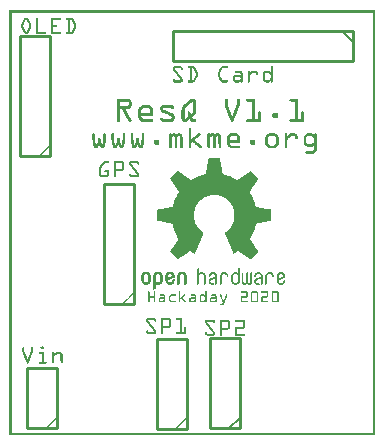
<source format=gto>
G04 MADE WITH FRITZING*
G04 WWW.FRITZING.ORG*
G04 DOUBLE SIDED*
G04 HOLES PLATED*
G04 CONTOUR ON CENTER OF CONTOUR VECTOR*
%ASAXBY*%
%FSLAX23Y23*%
%MOIN*%
%OFA0B0*%
%SFA1.0B1.0*%
%ADD10C,0.010000*%
%ADD11C,0.005000*%
%ADD12R,0.001000X0.001000*%
%LNSILK1*%
G90*
G70*
G54D10*
X1144Y1348D02*
X544Y1348D01*
D02*
X544Y1348D02*
X544Y1248D01*
D02*
X544Y1248D02*
X1144Y1248D01*
D02*
X1144Y1248D02*
X1144Y1348D01*
G54D11*
D02*
X1109Y1348D02*
X1144Y1313D01*
G54D10*
D02*
X136Y932D02*
X136Y1332D01*
D02*
X136Y1332D02*
X36Y1332D01*
D02*
X36Y1332D02*
X36Y932D01*
D02*
X36Y932D02*
X136Y932D01*
D02*
X160Y25D02*
X160Y225D01*
D02*
X160Y225D02*
X60Y225D01*
D02*
X60Y225D02*
X60Y25D01*
D02*
X60Y25D02*
X160Y25D01*
D02*
X591Y23D02*
X591Y323D01*
D02*
X591Y323D02*
X491Y323D01*
D02*
X491Y323D02*
X491Y23D01*
D02*
X491Y23D02*
X591Y23D01*
D02*
X768Y24D02*
X768Y324D01*
D02*
X768Y324D02*
X668Y324D01*
D02*
X668Y324D02*
X668Y24D01*
D02*
X668Y24D02*
X768Y24D01*
G54D11*
D02*
X768Y59D02*
X733Y24D01*
G54D10*
D02*
X414Y438D02*
X414Y838D01*
D02*
X414Y838D02*
X314Y838D01*
D02*
X314Y838D02*
X314Y438D01*
D02*
X314Y438D02*
X414Y438D01*
G54D12*
X0Y1417D02*
X1219Y1417D01*
X0Y1416D02*
X1219Y1416D01*
X0Y1415D02*
X1219Y1415D01*
X0Y1414D02*
X1219Y1414D01*
X0Y1413D02*
X1219Y1413D01*
X0Y1412D02*
X1219Y1412D01*
X0Y1411D02*
X1219Y1411D01*
X0Y1410D02*
X1219Y1410D01*
X0Y1409D02*
X7Y1409D01*
X1212Y1409D02*
X1219Y1409D01*
X0Y1408D02*
X7Y1408D01*
X1212Y1408D02*
X1219Y1408D01*
X0Y1407D02*
X7Y1407D01*
X1212Y1407D02*
X1219Y1407D01*
X0Y1406D02*
X7Y1406D01*
X1212Y1406D02*
X1219Y1406D01*
X0Y1405D02*
X7Y1405D01*
X1212Y1405D02*
X1219Y1405D01*
X0Y1404D02*
X7Y1404D01*
X1212Y1404D02*
X1219Y1404D01*
X0Y1403D02*
X7Y1403D01*
X1212Y1403D02*
X1219Y1403D01*
X0Y1402D02*
X7Y1402D01*
X1212Y1402D02*
X1219Y1402D01*
X0Y1401D02*
X7Y1401D01*
X1212Y1401D02*
X1219Y1401D01*
X0Y1400D02*
X7Y1400D01*
X1212Y1400D02*
X1219Y1400D01*
X0Y1399D02*
X7Y1399D01*
X1212Y1399D02*
X1219Y1399D01*
X0Y1398D02*
X7Y1398D01*
X1212Y1398D02*
X1219Y1398D01*
X0Y1397D02*
X7Y1397D01*
X1212Y1397D02*
X1219Y1397D01*
X0Y1396D02*
X7Y1396D01*
X1212Y1396D02*
X1219Y1396D01*
X0Y1395D02*
X7Y1395D01*
X1212Y1395D02*
X1219Y1395D01*
X0Y1394D02*
X7Y1394D01*
X1212Y1394D02*
X1219Y1394D01*
X0Y1393D02*
X7Y1393D01*
X1212Y1393D02*
X1219Y1393D01*
X0Y1392D02*
X7Y1392D01*
X54Y1392D02*
X59Y1392D01*
X91Y1392D02*
X94Y1392D01*
X140Y1392D02*
X171Y1392D01*
X191Y1392D02*
X208Y1392D01*
X1212Y1392D02*
X1219Y1392D01*
X0Y1391D02*
X7Y1391D01*
X52Y1391D02*
X61Y1391D01*
X90Y1391D02*
X95Y1391D01*
X140Y1391D02*
X173Y1391D01*
X190Y1391D02*
X210Y1391D01*
X1212Y1391D02*
X1219Y1391D01*
X0Y1390D02*
X7Y1390D01*
X51Y1390D02*
X62Y1390D01*
X90Y1390D02*
X96Y1390D01*
X140Y1390D02*
X173Y1390D01*
X190Y1390D02*
X212Y1390D01*
X1212Y1390D02*
X1219Y1390D01*
X0Y1389D02*
X7Y1389D01*
X50Y1389D02*
X63Y1389D01*
X90Y1389D02*
X96Y1389D01*
X140Y1389D02*
X173Y1389D01*
X190Y1389D02*
X213Y1389D01*
X1212Y1389D02*
X1219Y1389D01*
X0Y1388D02*
X7Y1388D01*
X49Y1388D02*
X64Y1388D01*
X90Y1388D02*
X96Y1388D01*
X140Y1388D02*
X173Y1388D01*
X190Y1388D02*
X214Y1388D01*
X1212Y1388D02*
X1219Y1388D01*
X0Y1387D02*
X7Y1387D01*
X49Y1387D02*
X64Y1387D01*
X90Y1387D02*
X96Y1387D01*
X140Y1387D02*
X173Y1387D01*
X190Y1387D02*
X214Y1387D01*
X1212Y1387D02*
X1219Y1387D01*
X0Y1386D02*
X7Y1386D01*
X48Y1386D02*
X65Y1386D01*
X90Y1386D02*
X96Y1386D01*
X140Y1386D02*
X171Y1386D01*
X191Y1386D02*
X215Y1386D01*
X1212Y1386D02*
X1219Y1386D01*
X0Y1385D02*
X7Y1385D01*
X48Y1385D02*
X55Y1385D01*
X58Y1385D02*
X65Y1385D01*
X90Y1385D02*
X96Y1385D01*
X140Y1385D02*
X146Y1385D01*
X197Y1385D02*
X203Y1385D01*
X208Y1385D02*
X215Y1385D01*
X1212Y1385D02*
X1219Y1385D01*
X0Y1384D02*
X7Y1384D01*
X47Y1384D02*
X54Y1384D01*
X59Y1384D02*
X66Y1384D01*
X90Y1384D02*
X96Y1384D01*
X140Y1384D02*
X146Y1384D01*
X197Y1384D02*
X203Y1384D01*
X209Y1384D02*
X216Y1384D01*
X1212Y1384D02*
X1219Y1384D01*
X0Y1383D02*
X7Y1383D01*
X47Y1383D02*
X53Y1383D01*
X59Y1383D02*
X66Y1383D01*
X90Y1383D02*
X96Y1383D01*
X140Y1383D02*
X146Y1383D01*
X197Y1383D02*
X203Y1383D01*
X209Y1383D02*
X216Y1383D01*
X1212Y1383D02*
X1219Y1383D01*
X0Y1382D02*
X7Y1382D01*
X46Y1382D02*
X53Y1382D01*
X60Y1382D02*
X67Y1382D01*
X90Y1382D02*
X96Y1382D01*
X140Y1382D02*
X146Y1382D01*
X197Y1382D02*
X203Y1382D01*
X210Y1382D02*
X217Y1382D01*
X1212Y1382D02*
X1219Y1382D01*
X0Y1381D02*
X7Y1381D01*
X46Y1381D02*
X52Y1381D01*
X60Y1381D02*
X67Y1381D01*
X90Y1381D02*
X96Y1381D01*
X140Y1381D02*
X146Y1381D01*
X197Y1381D02*
X203Y1381D01*
X210Y1381D02*
X217Y1381D01*
X1212Y1381D02*
X1219Y1381D01*
X0Y1380D02*
X7Y1380D01*
X45Y1380D02*
X52Y1380D01*
X61Y1380D02*
X68Y1380D01*
X90Y1380D02*
X96Y1380D01*
X140Y1380D02*
X146Y1380D01*
X197Y1380D02*
X203Y1380D01*
X211Y1380D02*
X218Y1380D01*
X1212Y1380D02*
X1219Y1380D01*
X0Y1379D02*
X7Y1379D01*
X45Y1379D02*
X51Y1379D01*
X61Y1379D02*
X68Y1379D01*
X90Y1379D02*
X96Y1379D01*
X140Y1379D02*
X146Y1379D01*
X197Y1379D02*
X203Y1379D01*
X211Y1379D02*
X218Y1379D01*
X1212Y1379D02*
X1219Y1379D01*
X0Y1378D02*
X7Y1378D01*
X44Y1378D02*
X51Y1378D01*
X62Y1378D02*
X69Y1378D01*
X90Y1378D02*
X96Y1378D01*
X140Y1378D02*
X146Y1378D01*
X197Y1378D02*
X203Y1378D01*
X212Y1378D02*
X219Y1378D01*
X1212Y1378D02*
X1219Y1378D01*
X0Y1377D02*
X7Y1377D01*
X44Y1377D02*
X50Y1377D01*
X62Y1377D02*
X69Y1377D01*
X90Y1377D02*
X96Y1377D01*
X140Y1377D02*
X146Y1377D01*
X197Y1377D02*
X203Y1377D01*
X212Y1377D02*
X219Y1377D01*
X1212Y1377D02*
X1219Y1377D01*
X0Y1376D02*
X7Y1376D01*
X43Y1376D02*
X50Y1376D01*
X63Y1376D02*
X70Y1376D01*
X90Y1376D02*
X96Y1376D01*
X140Y1376D02*
X146Y1376D01*
X197Y1376D02*
X203Y1376D01*
X213Y1376D02*
X220Y1376D01*
X1212Y1376D02*
X1219Y1376D01*
X0Y1375D02*
X7Y1375D01*
X43Y1375D02*
X49Y1375D01*
X64Y1375D02*
X70Y1375D01*
X90Y1375D02*
X96Y1375D01*
X140Y1375D02*
X146Y1375D01*
X197Y1375D02*
X203Y1375D01*
X213Y1375D02*
X220Y1375D01*
X1212Y1375D02*
X1219Y1375D01*
X0Y1374D02*
X7Y1374D01*
X42Y1374D02*
X49Y1374D01*
X64Y1374D02*
X71Y1374D01*
X90Y1374D02*
X96Y1374D01*
X140Y1374D02*
X146Y1374D01*
X197Y1374D02*
X203Y1374D01*
X214Y1374D02*
X221Y1374D01*
X1212Y1374D02*
X1219Y1374D01*
X0Y1373D02*
X7Y1373D01*
X42Y1373D02*
X48Y1373D01*
X65Y1373D02*
X71Y1373D01*
X90Y1373D02*
X96Y1373D01*
X140Y1373D02*
X146Y1373D01*
X197Y1373D02*
X203Y1373D01*
X214Y1373D02*
X221Y1373D01*
X1212Y1373D02*
X1219Y1373D01*
X0Y1372D02*
X7Y1372D01*
X41Y1372D02*
X48Y1372D01*
X65Y1372D02*
X72Y1372D01*
X90Y1372D02*
X96Y1372D01*
X140Y1372D02*
X146Y1372D01*
X197Y1372D02*
X203Y1372D01*
X215Y1372D02*
X222Y1372D01*
X1212Y1372D02*
X1219Y1372D01*
X0Y1371D02*
X7Y1371D01*
X41Y1371D02*
X47Y1371D01*
X66Y1371D02*
X72Y1371D01*
X90Y1371D02*
X96Y1371D01*
X140Y1371D02*
X146Y1371D01*
X197Y1371D02*
X203Y1371D01*
X215Y1371D02*
X222Y1371D01*
X1212Y1371D02*
X1219Y1371D01*
X0Y1370D02*
X7Y1370D01*
X40Y1370D02*
X47Y1370D01*
X66Y1370D02*
X72Y1370D01*
X90Y1370D02*
X96Y1370D01*
X140Y1370D02*
X146Y1370D01*
X197Y1370D02*
X203Y1370D01*
X216Y1370D02*
X222Y1370D01*
X1212Y1370D02*
X1219Y1370D01*
X0Y1369D02*
X7Y1369D01*
X40Y1369D02*
X46Y1369D01*
X66Y1369D02*
X73Y1369D01*
X90Y1369D02*
X96Y1369D01*
X140Y1369D02*
X146Y1369D01*
X197Y1369D02*
X203Y1369D01*
X216Y1369D02*
X223Y1369D01*
X1212Y1369D02*
X1219Y1369D01*
X0Y1368D02*
X7Y1368D01*
X40Y1368D02*
X46Y1368D01*
X67Y1368D02*
X73Y1368D01*
X90Y1368D02*
X96Y1368D01*
X140Y1368D02*
X158Y1368D01*
X197Y1368D02*
X203Y1368D01*
X217Y1368D02*
X223Y1368D01*
X1212Y1368D02*
X1219Y1368D01*
X0Y1367D02*
X7Y1367D01*
X40Y1367D02*
X46Y1367D01*
X67Y1367D02*
X73Y1367D01*
X90Y1367D02*
X96Y1367D01*
X140Y1367D02*
X159Y1367D01*
X197Y1367D02*
X203Y1367D01*
X217Y1367D02*
X223Y1367D01*
X1212Y1367D02*
X1219Y1367D01*
X0Y1366D02*
X7Y1366D01*
X40Y1366D02*
X46Y1366D01*
X67Y1366D02*
X73Y1366D01*
X90Y1366D02*
X96Y1366D01*
X140Y1366D02*
X159Y1366D01*
X197Y1366D02*
X203Y1366D01*
X217Y1366D02*
X223Y1366D01*
X1212Y1366D02*
X1219Y1366D01*
X0Y1365D02*
X7Y1365D01*
X40Y1365D02*
X46Y1365D01*
X67Y1365D02*
X73Y1365D01*
X90Y1365D02*
X96Y1365D01*
X140Y1365D02*
X159Y1365D01*
X197Y1365D02*
X203Y1365D01*
X217Y1365D02*
X223Y1365D01*
X1212Y1365D02*
X1219Y1365D01*
X0Y1364D02*
X7Y1364D01*
X40Y1364D02*
X46Y1364D01*
X67Y1364D02*
X73Y1364D01*
X90Y1364D02*
X96Y1364D01*
X140Y1364D02*
X159Y1364D01*
X197Y1364D02*
X203Y1364D01*
X217Y1364D02*
X223Y1364D01*
X1212Y1364D02*
X1219Y1364D01*
X0Y1363D02*
X7Y1363D01*
X40Y1363D02*
X46Y1363D01*
X67Y1363D02*
X73Y1363D01*
X90Y1363D02*
X96Y1363D01*
X140Y1363D02*
X158Y1363D01*
X197Y1363D02*
X203Y1363D01*
X217Y1363D02*
X223Y1363D01*
X1212Y1363D02*
X1219Y1363D01*
X0Y1362D02*
X7Y1362D01*
X40Y1362D02*
X46Y1362D01*
X67Y1362D02*
X73Y1362D01*
X90Y1362D02*
X96Y1362D01*
X140Y1362D02*
X156Y1362D01*
X197Y1362D02*
X203Y1362D01*
X216Y1362D02*
X223Y1362D01*
X1212Y1362D02*
X1219Y1362D01*
X0Y1361D02*
X7Y1361D01*
X40Y1361D02*
X47Y1361D01*
X66Y1361D02*
X73Y1361D01*
X90Y1361D02*
X96Y1361D01*
X140Y1361D02*
X146Y1361D01*
X197Y1361D02*
X203Y1361D01*
X216Y1361D02*
X222Y1361D01*
X1212Y1361D02*
X1219Y1361D01*
X0Y1360D02*
X7Y1360D01*
X41Y1360D02*
X47Y1360D01*
X66Y1360D02*
X72Y1360D01*
X90Y1360D02*
X96Y1360D01*
X140Y1360D02*
X146Y1360D01*
X197Y1360D02*
X203Y1360D01*
X216Y1360D02*
X222Y1360D01*
X1212Y1360D02*
X1219Y1360D01*
X0Y1359D02*
X7Y1359D01*
X41Y1359D02*
X48Y1359D01*
X65Y1359D02*
X72Y1359D01*
X90Y1359D02*
X96Y1359D01*
X140Y1359D02*
X146Y1359D01*
X197Y1359D02*
X203Y1359D01*
X215Y1359D02*
X222Y1359D01*
X1212Y1359D02*
X1219Y1359D01*
X0Y1358D02*
X7Y1358D01*
X42Y1358D02*
X48Y1358D01*
X65Y1358D02*
X71Y1358D01*
X90Y1358D02*
X96Y1358D01*
X140Y1358D02*
X146Y1358D01*
X197Y1358D02*
X203Y1358D01*
X215Y1358D02*
X221Y1358D01*
X1212Y1358D02*
X1219Y1358D01*
X0Y1357D02*
X7Y1357D01*
X42Y1357D02*
X49Y1357D01*
X64Y1357D02*
X71Y1357D01*
X90Y1357D02*
X96Y1357D01*
X140Y1357D02*
X146Y1357D01*
X197Y1357D02*
X203Y1357D01*
X214Y1357D02*
X221Y1357D01*
X1212Y1357D02*
X1219Y1357D01*
X0Y1356D02*
X7Y1356D01*
X43Y1356D02*
X49Y1356D01*
X64Y1356D02*
X70Y1356D01*
X90Y1356D02*
X96Y1356D01*
X140Y1356D02*
X146Y1356D01*
X197Y1356D02*
X203Y1356D01*
X214Y1356D02*
X220Y1356D01*
X1212Y1356D02*
X1219Y1356D01*
X0Y1355D02*
X7Y1355D01*
X43Y1355D02*
X50Y1355D01*
X63Y1355D02*
X70Y1355D01*
X90Y1355D02*
X96Y1355D01*
X140Y1355D02*
X146Y1355D01*
X197Y1355D02*
X203Y1355D01*
X213Y1355D02*
X220Y1355D01*
X1212Y1355D02*
X1219Y1355D01*
X0Y1354D02*
X7Y1354D01*
X44Y1354D02*
X50Y1354D01*
X63Y1354D02*
X69Y1354D01*
X90Y1354D02*
X96Y1354D01*
X140Y1354D02*
X146Y1354D01*
X197Y1354D02*
X203Y1354D01*
X212Y1354D02*
X219Y1354D01*
X1212Y1354D02*
X1219Y1354D01*
X0Y1353D02*
X7Y1353D01*
X44Y1353D02*
X51Y1353D01*
X62Y1353D02*
X69Y1353D01*
X90Y1353D02*
X96Y1353D01*
X140Y1353D02*
X146Y1353D01*
X197Y1353D02*
X203Y1353D01*
X212Y1353D02*
X219Y1353D01*
X1212Y1353D02*
X1219Y1353D01*
X0Y1352D02*
X7Y1352D01*
X45Y1352D02*
X51Y1352D01*
X62Y1352D02*
X68Y1352D01*
X90Y1352D02*
X96Y1352D01*
X140Y1352D02*
X146Y1352D01*
X197Y1352D02*
X203Y1352D01*
X211Y1352D02*
X218Y1352D01*
X1212Y1352D02*
X1219Y1352D01*
X0Y1351D02*
X7Y1351D01*
X45Y1351D02*
X52Y1351D01*
X61Y1351D02*
X68Y1351D01*
X90Y1351D02*
X96Y1351D01*
X140Y1351D02*
X146Y1351D01*
X197Y1351D02*
X203Y1351D01*
X211Y1351D02*
X218Y1351D01*
X1212Y1351D02*
X1219Y1351D01*
X0Y1350D02*
X7Y1350D01*
X46Y1350D02*
X52Y1350D01*
X61Y1350D02*
X67Y1350D01*
X90Y1350D02*
X96Y1350D01*
X140Y1350D02*
X146Y1350D01*
X197Y1350D02*
X203Y1350D01*
X210Y1350D02*
X217Y1350D01*
X1212Y1350D02*
X1219Y1350D01*
X0Y1349D02*
X7Y1349D01*
X46Y1349D02*
X53Y1349D01*
X60Y1349D02*
X67Y1349D01*
X90Y1349D02*
X96Y1349D01*
X140Y1349D02*
X146Y1349D01*
X197Y1349D02*
X203Y1349D01*
X210Y1349D02*
X217Y1349D01*
X1212Y1349D02*
X1219Y1349D01*
X0Y1348D02*
X7Y1348D01*
X47Y1348D02*
X53Y1348D01*
X60Y1348D02*
X66Y1348D01*
X90Y1348D02*
X96Y1348D01*
X140Y1348D02*
X146Y1348D01*
X197Y1348D02*
X203Y1348D01*
X209Y1348D02*
X216Y1348D01*
X1212Y1348D02*
X1219Y1348D01*
X0Y1347D02*
X7Y1347D01*
X47Y1347D02*
X54Y1347D01*
X59Y1347D02*
X66Y1347D01*
X90Y1347D02*
X96Y1347D01*
X140Y1347D02*
X146Y1347D01*
X197Y1347D02*
X203Y1347D01*
X209Y1347D02*
X216Y1347D01*
X1212Y1347D02*
X1219Y1347D01*
X0Y1346D02*
X7Y1346D01*
X48Y1346D02*
X55Y1346D01*
X58Y1346D02*
X65Y1346D01*
X90Y1346D02*
X96Y1346D01*
X140Y1346D02*
X146Y1346D01*
X197Y1346D02*
X203Y1346D01*
X208Y1346D02*
X215Y1346D01*
X1212Y1346D02*
X1219Y1346D01*
X0Y1345D02*
X7Y1345D01*
X48Y1345D02*
X65Y1345D01*
X90Y1345D02*
X121Y1345D01*
X140Y1345D02*
X171Y1345D01*
X192Y1345D02*
X215Y1345D01*
X1212Y1345D02*
X1219Y1345D01*
X0Y1344D02*
X7Y1344D01*
X49Y1344D02*
X64Y1344D01*
X90Y1344D02*
X122Y1344D01*
X140Y1344D02*
X172Y1344D01*
X190Y1344D02*
X214Y1344D01*
X1212Y1344D02*
X1219Y1344D01*
X0Y1343D02*
X7Y1343D01*
X49Y1343D02*
X64Y1343D01*
X90Y1343D02*
X123Y1343D01*
X140Y1343D02*
X173Y1343D01*
X190Y1343D02*
X214Y1343D01*
X1212Y1343D02*
X1219Y1343D01*
X0Y1342D02*
X7Y1342D01*
X50Y1342D02*
X63Y1342D01*
X90Y1342D02*
X123Y1342D01*
X140Y1342D02*
X173Y1342D01*
X190Y1342D02*
X213Y1342D01*
X1212Y1342D02*
X1219Y1342D01*
X0Y1341D02*
X7Y1341D01*
X51Y1341D02*
X62Y1341D01*
X90Y1341D02*
X123Y1341D01*
X140Y1341D02*
X173Y1341D01*
X190Y1341D02*
X212Y1341D01*
X1212Y1341D02*
X1219Y1341D01*
X0Y1340D02*
X7Y1340D01*
X52Y1340D02*
X61Y1340D01*
X90Y1340D02*
X123Y1340D01*
X140Y1340D02*
X173Y1340D01*
X190Y1340D02*
X211Y1340D01*
X1212Y1340D02*
X1219Y1340D01*
X0Y1339D02*
X7Y1339D01*
X54Y1339D02*
X59Y1339D01*
X90Y1339D02*
X122Y1339D01*
X140Y1339D02*
X172Y1339D01*
X191Y1339D02*
X209Y1339D01*
X1212Y1339D02*
X1219Y1339D01*
X0Y1338D02*
X7Y1338D01*
X1212Y1338D02*
X1219Y1338D01*
X0Y1337D02*
X7Y1337D01*
X1212Y1337D02*
X1219Y1337D01*
X0Y1336D02*
X7Y1336D01*
X1212Y1336D02*
X1219Y1336D01*
X0Y1335D02*
X7Y1335D01*
X1212Y1335D02*
X1219Y1335D01*
X0Y1334D02*
X7Y1334D01*
X1212Y1334D02*
X1219Y1334D01*
X0Y1333D02*
X7Y1333D01*
X1212Y1333D02*
X1219Y1333D01*
X0Y1332D02*
X7Y1332D01*
X1212Y1332D02*
X1219Y1332D01*
X0Y1331D02*
X7Y1331D01*
X1212Y1331D02*
X1219Y1331D01*
X0Y1330D02*
X7Y1330D01*
X1212Y1330D02*
X1219Y1330D01*
X0Y1329D02*
X7Y1329D01*
X1212Y1329D02*
X1219Y1329D01*
X0Y1328D02*
X7Y1328D01*
X1212Y1328D02*
X1219Y1328D01*
X0Y1327D02*
X7Y1327D01*
X1212Y1327D02*
X1219Y1327D01*
X0Y1326D02*
X7Y1326D01*
X1212Y1326D02*
X1219Y1326D01*
X0Y1325D02*
X7Y1325D01*
X1212Y1325D02*
X1219Y1325D01*
X0Y1324D02*
X7Y1324D01*
X1212Y1324D02*
X1219Y1324D01*
X0Y1323D02*
X7Y1323D01*
X1212Y1323D02*
X1219Y1323D01*
X0Y1322D02*
X7Y1322D01*
X1212Y1322D02*
X1219Y1322D01*
X0Y1321D02*
X7Y1321D01*
X1212Y1321D02*
X1219Y1321D01*
X0Y1320D02*
X7Y1320D01*
X1212Y1320D02*
X1219Y1320D01*
X0Y1319D02*
X7Y1319D01*
X1212Y1319D02*
X1219Y1319D01*
X0Y1318D02*
X7Y1318D01*
X1212Y1318D02*
X1219Y1318D01*
X0Y1317D02*
X7Y1317D01*
X1212Y1317D02*
X1219Y1317D01*
X0Y1316D02*
X7Y1316D01*
X1212Y1316D02*
X1219Y1316D01*
X0Y1315D02*
X7Y1315D01*
X1212Y1315D02*
X1219Y1315D01*
X0Y1314D02*
X7Y1314D01*
X1212Y1314D02*
X1219Y1314D01*
X0Y1313D02*
X7Y1313D01*
X1212Y1313D02*
X1219Y1313D01*
X0Y1312D02*
X7Y1312D01*
X1212Y1312D02*
X1219Y1312D01*
X0Y1311D02*
X7Y1311D01*
X1212Y1311D02*
X1219Y1311D01*
X0Y1310D02*
X7Y1310D01*
X1212Y1310D02*
X1219Y1310D01*
X0Y1309D02*
X7Y1309D01*
X1212Y1309D02*
X1219Y1309D01*
X0Y1308D02*
X7Y1308D01*
X1212Y1308D02*
X1219Y1308D01*
X0Y1307D02*
X7Y1307D01*
X1212Y1307D02*
X1219Y1307D01*
X0Y1306D02*
X7Y1306D01*
X1212Y1306D02*
X1219Y1306D01*
X0Y1305D02*
X7Y1305D01*
X1212Y1305D02*
X1219Y1305D01*
X0Y1304D02*
X7Y1304D01*
X1212Y1304D02*
X1219Y1304D01*
X0Y1303D02*
X7Y1303D01*
X1212Y1303D02*
X1219Y1303D01*
X0Y1302D02*
X7Y1302D01*
X1212Y1302D02*
X1219Y1302D01*
X0Y1301D02*
X7Y1301D01*
X1212Y1301D02*
X1219Y1301D01*
X0Y1300D02*
X7Y1300D01*
X1212Y1300D02*
X1219Y1300D01*
X0Y1299D02*
X7Y1299D01*
X1212Y1299D02*
X1219Y1299D01*
X0Y1298D02*
X7Y1298D01*
X1212Y1298D02*
X1219Y1298D01*
X0Y1297D02*
X7Y1297D01*
X1212Y1297D02*
X1219Y1297D01*
X0Y1296D02*
X7Y1296D01*
X1212Y1296D02*
X1219Y1296D01*
X0Y1295D02*
X7Y1295D01*
X1212Y1295D02*
X1219Y1295D01*
X0Y1294D02*
X7Y1294D01*
X1212Y1294D02*
X1219Y1294D01*
X0Y1293D02*
X7Y1293D01*
X1212Y1293D02*
X1219Y1293D01*
X0Y1292D02*
X7Y1292D01*
X1212Y1292D02*
X1219Y1292D01*
X0Y1291D02*
X7Y1291D01*
X1212Y1291D02*
X1219Y1291D01*
X0Y1290D02*
X7Y1290D01*
X1212Y1290D02*
X1219Y1290D01*
X0Y1289D02*
X7Y1289D01*
X1212Y1289D02*
X1219Y1289D01*
X0Y1288D02*
X7Y1288D01*
X1212Y1288D02*
X1219Y1288D01*
X0Y1287D02*
X7Y1287D01*
X1212Y1287D02*
X1219Y1287D01*
X0Y1286D02*
X7Y1286D01*
X1212Y1286D02*
X1219Y1286D01*
X0Y1285D02*
X7Y1285D01*
X1212Y1285D02*
X1219Y1285D01*
X0Y1284D02*
X7Y1284D01*
X1212Y1284D02*
X1219Y1284D01*
X0Y1283D02*
X7Y1283D01*
X1212Y1283D02*
X1219Y1283D01*
X0Y1282D02*
X7Y1282D01*
X1212Y1282D02*
X1219Y1282D01*
X0Y1281D02*
X7Y1281D01*
X1212Y1281D02*
X1219Y1281D01*
X0Y1280D02*
X7Y1280D01*
X1212Y1280D02*
X1219Y1280D01*
X0Y1279D02*
X7Y1279D01*
X1212Y1279D02*
X1219Y1279D01*
X0Y1278D02*
X7Y1278D01*
X1212Y1278D02*
X1219Y1278D01*
X0Y1277D02*
X7Y1277D01*
X1212Y1277D02*
X1219Y1277D01*
X0Y1276D02*
X7Y1276D01*
X1212Y1276D02*
X1219Y1276D01*
X0Y1275D02*
X7Y1275D01*
X1212Y1275D02*
X1219Y1275D01*
X0Y1274D02*
X7Y1274D01*
X1212Y1274D02*
X1219Y1274D01*
X0Y1273D02*
X7Y1273D01*
X1212Y1273D02*
X1219Y1273D01*
X0Y1272D02*
X7Y1272D01*
X1212Y1272D02*
X1219Y1272D01*
X0Y1271D02*
X7Y1271D01*
X1212Y1271D02*
X1219Y1271D01*
X0Y1270D02*
X7Y1270D01*
X1212Y1270D02*
X1219Y1270D01*
X0Y1269D02*
X7Y1269D01*
X1212Y1269D02*
X1219Y1269D01*
X0Y1268D02*
X7Y1268D01*
X1212Y1268D02*
X1219Y1268D01*
X0Y1267D02*
X7Y1267D01*
X1212Y1267D02*
X1219Y1267D01*
X0Y1266D02*
X7Y1266D01*
X1212Y1266D02*
X1219Y1266D01*
X0Y1265D02*
X7Y1265D01*
X1212Y1265D02*
X1219Y1265D01*
X0Y1264D02*
X7Y1264D01*
X1212Y1264D02*
X1219Y1264D01*
X0Y1263D02*
X7Y1263D01*
X1212Y1263D02*
X1219Y1263D01*
X0Y1262D02*
X7Y1262D01*
X1212Y1262D02*
X1219Y1262D01*
X0Y1261D02*
X7Y1261D01*
X1212Y1261D02*
X1219Y1261D01*
X0Y1260D02*
X7Y1260D01*
X1212Y1260D02*
X1219Y1260D01*
X0Y1259D02*
X7Y1259D01*
X1212Y1259D02*
X1219Y1259D01*
X0Y1258D02*
X7Y1258D01*
X1212Y1258D02*
X1219Y1258D01*
X0Y1257D02*
X7Y1257D01*
X1212Y1257D02*
X1219Y1257D01*
X0Y1256D02*
X7Y1256D01*
X1212Y1256D02*
X1219Y1256D01*
X0Y1255D02*
X7Y1255D01*
X1212Y1255D02*
X1219Y1255D01*
X0Y1254D02*
X7Y1254D01*
X1212Y1254D02*
X1219Y1254D01*
X0Y1253D02*
X7Y1253D01*
X1212Y1253D02*
X1219Y1253D01*
X0Y1252D02*
X7Y1252D01*
X1212Y1252D02*
X1219Y1252D01*
X0Y1251D02*
X7Y1251D01*
X1212Y1251D02*
X1219Y1251D01*
X0Y1250D02*
X7Y1250D01*
X1212Y1250D02*
X1219Y1250D01*
X0Y1249D02*
X7Y1249D01*
X1212Y1249D02*
X1219Y1249D01*
X0Y1248D02*
X7Y1248D01*
X1212Y1248D02*
X1219Y1248D01*
X0Y1247D02*
X7Y1247D01*
X1212Y1247D02*
X1219Y1247D01*
X0Y1246D02*
X7Y1246D01*
X1212Y1246D02*
X1219Y1246D01*
X0Y1245D02*
X7Y1245D01*
X1212Y1245D02*
X1219Y1245D01*
X0Y1244D02*
X7Y1244D01*
X1212Y1244D02*
X1219Y1244D01*
X0Y1243D02*
X7Y1243D01*
X1212Y1243D02*
X1219Y1243D01*
X0Y1242D02*
X7Y1242D01*
X1212Y1242D02*
X1219Y1242D01*
X0Y1241D02*
X7Y1241D01*
X1212Y1241D02*
X1219Y1241D01*
X0Y1240D02*
X7Y1240D01*
X1212Y1240D02*
X1219Y1240D01*
X0Y1239D02*
X7Y1239D01*
X1212Y1239D02*
X1219Y1239D01*
X0Y1238D02*
X7Y1238D01*
X1212Y1238D02*
X1219Y1238D01*
X0Y1237D02*
X7Y1237D01*
X1212Y1237D02*
X1219Y1237D01*
X0Y1236D02*
X7Y1236D01*
X1212Y1236D02*
X1219Y1236D01*
X0Y1235D02*
X7Y1235D01*
X1212Y1235D02*
X1219Y1235D01*
X0Y1234D02*
X7Y1234D01*
X1212Y1234D02*
X1219Y1234D01*
X0Y1233D02*
X7Y1233D01*
X1212Y1233D02*
X1219Y1233D01*
X0Y1232D02*
X7Y1232D01*
X1212Y1232D02*
X1219Y1232D01*
X0Y1231D02*
X7Y1231D01*
X1212Y1231D02*
X1219Y1231D01*
X0Y1230D02*
X7Y1230D01*
X550Y1230D02*
X573Y1230D01*
X596Y1230D02*
X614Y1230D01*
X709Y1230D02*
X727Y1230D01*
X874Y1230D02*
X877Y1230D01*
X1212Y1230D02*
X1219Y1230D01*
X0Y1229D02*
X7Y1229D01*
X548Y1229D02*
X574Y1229D01*
X595Y1229D02*
X616Y1229D01*
X707Y1229D02*
X728Y1229D01*
X873Y1229D02*
X878Y1229D01*
X1212Y1229D02*
X1219Y1229D01*
X0Y1228D02*
X7Y1228D01*
X547Y1228D02*
X576Y1228D01*
X595Y1228D02*
X617Y1228D01*
X706Y1228D02*
X728Y1228D01*
X872Y1228D02*
X878Y1228D01*
X1212Y1228D02*
X1219Y1228D01*
X0Y1227D02*
X7Y1227D01*
X546Y1227D02*
X576Y1227D01*
X595Y1227D02*
X618Y1227D01*
X705Y1227D02*
X728Y1227D01*
X872Y1227D02*
X878Y1227D01*
X1212Y1227D02*
X1219Y1227D01*
X0Y1226D02*
X7Y1226D01*
X546Y1226D02*
X577Y1226D01*
X595Y1226D02*
X619Y1226D01*
X704Y1226D02*
X728Y1226D01*
X872Y1226D02*
X878Y1226D01*
X1212Y1226D02*
X1219Y1226D01*
X0Y1225D02*
X7Y1225D01*
X545Y1225D02*
X578Y1225D01*
X596Y1225D02*
X620Y1225D01*
X704Y1225D02*
X728Y1225D01*
X872Y1225D02*
X878Y1225D01*
X1212Y1225D02*
X1219Y1225D01*
X0Y1224D02*
X7Y1224D01*
X545Y1224D02*
X578Y1224D01*
X597Y1224D02*
X620Y1224D01*
X703Y1224D02*
X726Y1224D01*
X872Y1224D02*
X878Y1224D01*
X1212Y1224D02*
X1219Y1224D01*
X0Y1223D02*
X7Y1223D01*
X545Y1223D02*
X551Y1223D01*
X572Y1223D02*
X578Y1223D01*
X602Y1223D02*
X608Y1223D01*
X613Y1223D02*
X621Y1223D01*
X703Y1223D02*
X710Y1223D01*
X872Y1223D02*
X878Y1223D01*
X1212Y1223D02*
X1219Y1223D01*
X0Y1222D02*
X7Y1222D01*
X545Y1222D02*
X551Y1222D01*
X572Y1222D02*
X578Y1222D01*
X602Y1222D02*
X608Y1222D01*
X614Y1222D02*
X621Y1222D01*
X702Y1222D02*
X709Y1222D01*
X872Y1222D02*
X878Y1222D01*
X1212Y1222D02*
X1219Y1222D01*
X0Y1221D02*
X7Y1221D01*
X545Y1221D02*
X552Y1221D01*
X572Y1221D02*
X578Y1221D01*
X602Y1221D02*
X608Y1221D01*
X615Y1221D02*
X622Y1221D01*
X702Y1221D02*
X709Y1221D01*
X872Y1221D02*
X878Y1221D01*
X1212Y1221D02*
X1219Y1221D01*
X0Y1220D02*
X7Y1220D01*
X545Y1220D02*
X553Y1220D01*
X573Y1220D02*
X578Y1220D01*
X602Y1220D02*
X608Y1220D01*
X615Y1220D02*
X622Y1220D01*
X701Y1220D02*
X708Y1220D01*
X872Y1220D02*
X878Y1220D01*
X1212Y1220D02*
X1219Y1220D01*
X0Y1219D02*
X7Y1219D01*
X546Y1219D02*
X554Y1219D01*
X573Y1219D02*
X577Y1219D01*
X602Y1219D02*
X608Y1219D01*
X616Y1219D02*
X623Y1219D01*
X701Y1219D02*
X707Y1219D01*
X872Y1219D02*
X878Y1219D01*
X1212Y1219D02*
X1219Y1219D01*
X0Y1218D02*
X7Y1218D01*
X546Y1218D02*
X554Y1218D01*
X575Y1218D02*
X576Y1218D01*
X602Y1218D02*
X608Y1218D01*
X616Y1218D02*
X623Y1218D01*
X700Y1218D02*
X707Y1218D01*
X872Y1218D02*
X878Y1218D01*
X1212Y1218D02*
X1219Y1218D01*
X0Y1217D02*
X7Y1217D01*
X547Y1217D02*
X555Y1217D01*
X602Y1217D02*
X608Y1217D01*
X617Y1217D02*
X624Y1217D01*
X700Y1217D02*
X706Y1217D01*
X872Y1217D02*
X878Y1217D01*
X1212Y1217D02*
X1219Y1217D01*
X0Y1216D02*
X7Y1216D01*
X548Y1216D02*
X556Y1216D01*
X602Y1216D02*
X608Y1216D01*
X617Y1216D02*
X624Y1216D01*
X699Y1216D02*
X706Y1216D01*
X872Y1216D02*
X878Y1216D01*
X1212Y1216D02*
X1219Y1216D01*
X0Y1215D02*
X7Y1215D01*
X549Y1215D02*
X557Y1215D01*
X602Y1215D02*
X608Y1215D01*
X618Y1215D02*
X625Y1215D01*
X699Y1215D02*
X705Y1215D01*
X753Y1215D02*
X771Y1215D01*
X796Y1215D02*
X800Y1215D01*
X810Y1215D02*
X822Y1215D01*
X853Y1215D02*
X866Y1215D01*
X872Y1215D02*
X878Y1215D01*
X1212Y1215D02*
X1219Y1215D01*
X0Y1214D02*
X7Y1214D01*
X550Y1214D02*
X558Y1214D01*
X602Y1214D02*
X608Y1214D01*
X618Y1214D02*
X625Y1214D01*
X698Y1214D02*
X705Y1214D01*
X752Y1214D02*
X773Y1214D01*
X795Y1214D02*
X800Y1214D01*
X808Y1214D02*
X824Y1214D01*
X852Y1214D02*
X868Y1214D01*
X872Y1214D02*
X878Y1214D01*
X1212Y1214D02*
X1219Y1214D01*
X0Y1213D02*
X7Y1213D01*
X550Y1213D02*
X558Y1213D01*
X602Y1213D02*
X608Y1213D01*
X619Y1213D02*
X626Y1213D01*
X698Y1213D02*
X704Y1213D01*
X752Y1213D02*
X774Y1213D01*
X795Y1213D02*
X801Y1213D01*
X807Y1213D02*
X825Y1213D01*
X850Y1213D02*
X869Y1213D01*
X872Y1213D02*
X878Y1213D01*
X1212Y1213D02*
X1219Y1213D01*
X0Y1212D02*
X7Y1212D01*
X551Y1212D02*
X559Y1212D01*
X602Y1212D02*
X608Y1212D01*
X619Y1212D02*
X626Y1212D01*
X697Y1212D02*
X704Y1212D01*
X752Y1212D02*
X775Y1212D01*
X795Y1212D02*
X801Y1212D01*
X806Y1212D02*
X826Y1212D01*
X849Y1212D02*
X870Y1212D01*
X872Y1212D02*
X878Y1212D01*
X1212Y1212D02*
X1219Y1212D01*
X0Y1211D02*
X7Y1211D01*
X552Y1211D02*
X560Y1211D01*
X602Y1211D02*
X608Y1211D01*
X620Y1211D02*
X627Y1211D01*
X697Y1211D02*
X703Y1211D01*
X752Y1211D02*
X776Y1211D01*
X795Y1211D02*
X801Y1211D01*
X805Y1211D02*
X827Y1211D01*
X848Y1211D02*
X878Y1211D01*
X1212Y1211D02*
X1219Y1211D01*
X0Y1210D02*
X7Y1210D01*
X553Y1210D02*
X561Y1210D01*
X602Y1210D02*
X608Y1210D01*
X620Y1210D02*
X627Y1210D01*
X696Y1210D02*
X703Y1210D01*
X753Y1210D02*
X776Y1210D01*
X795Y1210D02*
X801Y1210D01*
X804Y1210D02*
X827Y1210D01*
X847Y1210D02*
X878Y1210D01*
X1212Y1210D02*
X1219Y1210D01*
X0Y1209D02*
X7Y1209D01*
X553Y1209D02*
X561Y1209D01*
X602Y1209D02*
X608Y1209D01*
X621Y1209D02*
X627Y1209D01*
X696Y1209D02*
X702Y1209D01*
X755Y1209D02*
X777Y1209D01*
X795Y1209D02*
X801Y1209D01*
X803Y1209D02*
X828Y1209D01*
X846Y1209D02*
X878Y1209D01*
X1212Y1209D02*
X1219Y1209D01*
X0Y1208D02*
X7Y1208D01*
X554Y1208D02*
X562Y1208D01*
X602Y1208D02*
X608Y1208D01*
X621Y1208D02*
X628Y1208D01*
X695Y1208D02*
X702Y1208D01*
X770Y1208D02*
X777Y1208D01*
X795Y1208D02*
X811Y1208D01*
X821Y1208D02*
X828Y1208D01*
X846Y1208D02*
X854Y1208D01*
X865Y1208D02*
X878Y1208D01*
X1212Y1208D02*
X1219Y1208D01*
X0Y1207D02*
X7Y1207D01*
X555Y1207D02*
X563Y1207D01*
X602Y1207D02*
X608Y1207D01*
X622Y1207D02*
X628Y1207D01*
X695Y1207D02*
X702Y1207D01*
X771Y1207D02*
X777Y1207D01*
X795Y1207D02*
X810Y1207D01*
X822Y1207D02*
X828Y1207D01*
X845Y1207D02*
X853Y1207D01*
X866Y1207D02*
X878Y1207D01*
X1212Y1207D02*
X1219Y1207D01*
X0Y1206D02*
X7Y1206D01*
X556Y1206D02*
X564Y1206D01*
X602Y1206D02*
X608Y1206D01*
X622Y1206D02*
X628Y1206D01*
X695Y1206D02*
X701Y1206D01*
X771Y1206D02*
X777Y1206D01*
X795Y1206D02*
X809Y1206D01*
X822Y1206D02*
X828Y1206D01*
X845Y1206D02*
X852Y1206D01*
X868Y1206D02*
X878Y1206D01*
X1212Y1206D02*
X1219Y1206D01*
X0Y1205D02*
X7Y1205D01*
X557Y1205D02*
X565Y1205D01*
X602Y1205D02*
X608Y1205D01*
X622Y1205D02*
X628Y1205D01*
X695Y1205D02*
X701Y1205D01*
X771Y1205D02*
X778Y1205D01*
X795Y1205D02*
X808Y1205D01*
X822Y1205D02*
X828Y1205D01*
X845Y1205D02*
X851Y1205D01*
X869Y1205D02*
X878Y1205D01*
X1212Y1205D02*
X1219Y1205D01*
X0Y1204D02*
X7Y1204D01*
X557Y1204D02*
X565Y1204D01*
X602Y1204D02*
X608Y1204D01*
X622Y1204D02*
X628Y1204D01*
X695Y1204D02*
X701Y1204D01*
X771Y1204D02*
X778Y1204D01*
X795Y1204D02*
X807Y1204D01*
X822Y1204D02*
X828Y1204D01*
X845Y1204D02*
X851Y1204D01*
X870Y1204D02*
X878Y1204D01*
X1212Y1204D02*
X1219Y1204D01*
X0Y1203D02*
X7Y1203D01*
X558Y1203D02*
X566Y1203D01*
X602Y1203D02*
X608Y1203D01*
X622Y1203D02*
X628Y1203D01*
X695Y1203D02*
X701Y1203D01*
X772Y1203D02*
X778Y1203D01*
X795Y1203D02*
X805Y1203D01*
X822Y1203D02*
X828Y1203D01*
X845Y1203D02*
X851Y1203D01*
X871Y1203D02*
X878Y1203D01*
X1212Y1203D02*
X1219Y1203D01*
X0Y1202D02*
X7Y1202D01*
X559Y1202D02*
X567Y1202D01*
X602Y1202D02*
X608Y1202D01*
X622Y1202D02*
X628Y1202D01*
X695Y1202D02*
X701Y1202D01*
X772Y1202D02*
X778Y1202D01*
X795Y1202D02*
X804Y1202D01*
X823Y1202D02*
X828Y1202D01*
X845Y1202D02*
X851Y1202D01*
X872Y1202D02*
X878Y1202D01*
X1212Y1202D02*
X1219Y1202D01*
X0Y1201D02*
X7Y1201D01*
X560Y1201D02*
X568Y1201D01*
X602Y1201D02*
X608Y1201D01*
X622Y1201D02*
X628Y1201D01*
X695Y1201D02*
X701Y1201D01*
X753Y1201D02*
X778Y1201D01*
X795Y1201D02*
X803Y1201D01*
X824Y1201D02*
X827Y1201D01*
X845Y1201D02*
X851Y1201D01*
X872Y1201D02*
X878Y1201D01*
X1212Y1201D02*
X1219Y1201D01*
X0Y1200D02*
X7Y1200D01*
X560Y1200D02*
X568Y1200D01*
X602Y1200D02*
X608Y1200D01*
X622Y1200D02*
X628Y1200D01*
X695Y1200D02*
X702Y1200D01*
X750Y1200D02*
X778Y1200D01*
X795Y1200D02*
X802Y1200D01*
X845Y1200D02*
X851Y1200D01*
X872Y1200D02*
X878Y1200D01*
X1212Y1200D02*
X1219Y1200D01*
X0Y1199D02*
X7Y1199D01*
X561Y1199D02*
X569Y1199D01*
X602Y1199D02*
X608Y1199D01*
X621Y1199D02*
X628Y1199D01*
X696Y1199D02*
X702Y1199D01*
X749Y1199D02*
X778Y1199D01*
X795Y1199D02*
X801Y1199D01*
X845Y1199D02*
X851Y1199D01*
X872Y1199D02*
X878Y1199D01*
X1212Y1199D02*
X1219Y1199D01*
X0Y1198D02*
X7Y1198D01*
X562Y1198D02*
X570Y1198D01*
X602Y1198D02*
X608Y1198D01*
X621Y1198D02*
X627Y1198D01*
X696Y1198D02*
X703Y1198D01*
X748Y1198D02*
X778Y1198D01*
X795Y1198D02*
X801Y1198D01*
X845Y1198D02*
X851Y1198D01*
X872Y1198D02*
X878Y1198D01*
X1212Y1198D02*
X1219Y1198D01*
X0Y1197D02*
X7Y1197D01*
X563Y1197D02*
X571Y1197D01*
X602Y1197D02*
X608Y1197D01*
X620Y1197D02*
X627Y1197D01*
X696Y1197D02*
X703Y1197D01*
X747Y1197D02*
X778Y1197D01*
X795Y1197D02*
X801Y1197D01*
X845Y1197D02*
X851Y1197D01*
X872Y1197D02*
X878Y1197D01*
X1212Y1197D02*
X1219Y1197D01*
X0Y1196D02*
X7Y1196D01*
X563Y1196D02*
X572Y1196D01*
X602Y1196D02*
X608Y1196D01*
X620Y1196D02*
X626Y1196D01*
X697Y1196D02*
X704Y1196D01*
X746Y1196D02*
X778Y1196D01*
X795Y1196D02*
X801Y1196D01*
X845Y1196D02*
X851Y1196D01*
X872Y1196D02*
X878Y1196D01*
X1212Y1196D02*
X1219Y1196D01*
X0Y1195D02*
X7Y1195D01*
X564Y1195D02*
X572Y1195D01*
X602Y1195D02*
X608Y1195D01*
X619Y1195D02*
X626Y1195D01*
X697Y1195D02*
X704Y1195D01*
X746Y1195D02*
X778Y1195D01*
X795Y1195D02*
X801Y1195D01*
X845Y1195D02*
X851Y1195D01*
X872Y1195D02*
X878Y1195D01*
X1212Y1195D02*
X1219Y1195D01*
X0Y1194D02*
X7Y1194D01*
X565Y1194D02*
X573Y1194D01*
X602Y1194D02*
X608Y1194D01*
X619Y1194D02*
X625Y1194D01*
X698Y1194D02*
X705Y1194D01*
X745Y1194D02*
X753Y1194D01*
X770Y1194D02*
X778Y1194D01*
X795Y1194D02*
X801Y1194D01*
X845Y1194D02*
X851Y1194D01*
X872Y1194D02*
X878Y1194D01*
X1212Y1194D02*
X1219Y1194D01*
X0Y1193D02*
X7Y1193D01*
X566Y1193D02*
X574Y1193D01*
X602Y1193D02*
X608Y1193D01*
X618Y1193D02*
X625Y1193D01*
X698Y1193D02*
X705Y1193D01*
X745Y1193D02*
X752Y1193D01*
X771Y1193D02*
X778Y1193D01*
X795Y1193D02*
X801Y1193D01*
X845Y1193D02*
X851Y1193D01*
X872Y1193D02*
X878Y1193D01*
X1212Y1193D02*
X1219Y1193D01*
X0Y1192D02*
X7Y1192D01*
X567Y1192D02*
X575Y1192D01*
X602Y1192D02*
X608Y1192D01*
X618Y1192D02*
X624Y1192D01*
X699Y1192D02*
X706Y1192D01*
X745Y1192D02*
X751Y1192D01*
X772Y1192D02*
X778Y1192D01*
X795Y1192D02*
X801Y1192D01*
X845Y1192D02*
X851Y1192D01*
X872Y1192D02*
X878Y1192D01*
X1212Y1192D02*
X1219Y1192D01*
X0Y1191D02*
X7Y1191D01*
X567Y1191D02*
X575Y1191D01*
X602Y1191D02*
X608Y1191D01*
X617Y1191D02*
X624Y1191D01*
X699Y1191D02*
X706Y1191D01*
X745Y1191D02*
X751Y1191D01*
X772Y1191D02*
X778Y1191D01*
X795Y1191D02*
X801Y1191D01*
X845Y1191D02*
X851Y1191D01*
X872Y1191D02*
X878Y1191D01*
X1212Y1191D02*
X1219Y1191D01*
X0Y1190D02*
X7Y1190D01*
X568Y1190D02*
X576Y1190D01*
X602Y1190D02*
X608Y1190D01*
X617Y1190D02*
X623Y1190D01*
X700Y1190D02*
X707Y1190D01*
X745Y1190D02*
X751Y1190D01*
X772Y1190D02*
X778Y1190D01*
X795Y1190D02*
X801Y1190D01*
X845Y1190D02*
X851Y1190D01*
X871Y1190D02*
X878Y1190D01*
X1212Y1190D02*
X1219Y1190D01*
X0Y1189D02*
X7Y1189D01*
X547Y1189D02*
X549Y1189D01*
X569Y1189D02*
X577Y1189D01*
X602Y1189D02*
X608Y1189D01*
X616Y1189D02*
X623Y1189D01*
X700Y1189D02*
X707Y1189D01*
X745Y1189D02*
X751Y1189D01*
X772Y1189D02*
X778Y1189D01*
X795Y1189D02*
X801Y1189D01*
X845Y1189D02*
X851Y1189D01*
X870Y1189D02*
X878Y1189D01*
X1212Y1189D02*
X1219Y1189D01*
X0Y1188D02*
X7Y1188D01*
X546Y1188D02*
X550Y1188D01*
X570Y1188D02*
X577Y1188D01*
X602Y1188D02*
X608Y1188D01*
X616Y1188D02*
X623Y1188D01*
X701Y1188D02*
X708Y1188D01*
X745Y1188D02*
X751Y1188D01*
X772Y1188D02*
X778Y1188D01*
X795Y1188D02*
X801Y1188D01*
X845Y1188D02*
X851Y1188D01*
X869Y1188D02*
X878Y1188D01*
X1212Y1188D02*
X1219Y1188D01*
X0Y1187D02*
X7Y1187D01*
X545Y1187D02*
X551Y1187D01*
X570Y1187D02*
X578Y1187D01*
X602Y1187D02*
X608Y1187D01*
X615Y1187D02*
X622Y1187D01*
X701Y1187D02*
X708Y1187D01*
X745Y1187D02*
X751Y1187D01*
X770Y1187D02*
X778Y1187D01*
X795Y1187D02*
X801Y1187D01*
X845Y1187D02*
X852Y1187D01*
X868Y1187D02*
X878Y1187D01*
X1212Y1187D02*
X1219Y1187D01*
X0Y1186D02*
X7Y1186D01*
X545Y1186D02*
X551Y1186D01*
X571Y1186D02*
X578Y1186D01*
X602Y1186D02*
X608Y1186D01*
X615Y1186D02*
X622Y1186D01*
X702Y1186D02*
X709Y1186D01*
X745Y1186D02*
X751Y1186D01*
X769Y1186D02*
X778Y1186D01*
X795Y1186D02*
X801Y1186D01*
X845Y1186D02*
X852Y1186D01*
X867Y1186D02*
X878Y1186D01*
X1212Y1186D02*
X1219Y1186D01*
X0Y1185D02*
X7Y1185D01*
X545Y1185D02*
X551Y1185D01*
X572Y1185D02*
X578Y1185D01*
X602Y1185D02*
X608Y1185D01*
X614Y1185D02*
X621Y1185D01*
X702Y1185D02*
X709Y1185D01*
X745Y1185D02*
X752Y1185D01*
X767Y1185D02*
X778Y1185D01*
X795Y1185D02*
X801Y1185D01*
X846Y1185D02*
X854Y1185D01*
X866Y1185D02*
X878Y1185D01*
X1212Y1185D02*
X1219Y1185D01*
X0Y1184D02*
X7Y1184D01*
X545Y1184D02*
X552Y1184D01*
X572Y1184D02*
X578Y1184D01*
X602Y1184D02*
X608Y1184D01*
X613Y1184D02*
X621Y1184D01*
X703Y1184D02*
X710Y1184D01*
X745Y1184D02*
X753Y1184D01*
X765Y1184D02*
X778Y1184D01*
X795Y1184D02*
X801Y1184D01*
X846Y1184D02*
X855Y1184D01*
X864Y1184D02*
X878Y1184D01*
X1212Y1184D02*
X1219Y1184D01*
X0Y1183D02*
X7Y1183D01*
X545Y1183D02*
X578Y1183D01*
X597Y1183D02*
X620Y1183D01*
X703Y1183D02*
X727Y1183D01*
X746Y1183D02*
X778Y1183D01*
X795Y1183D02*
X801Y1183D01*
X847Y1183D02*
X878Y1183D01*
X1212Y1183D02*
X1219Y1183D01*
X0Y1182D02*
X7Y1182D01*
X546Y1182D02*
X578Y1182D01*
X596Y1182D02*
X619Y1182D01*
X704Y1182D02*
X728Y1182D01*
X746Y1182D02*
X778Y1182D01*
X795Y1182D02*
X801Y1182D01*
X848Y1182D02*
X878Y1182D01*
X1212Y1182D02*
X1219Y1182D01*
X0Y1181D02*
X7Y1181D01*
X546Y1181D02*
X578Y1181D01*
X595Y1181D02*
X619Y1181D01*
X705Y1181D02*
X728Y1181D01*
X747Y1181D02*
X778Y1181D01*
X795Y1181D02*
X801Y1181D01*
X849Y1181D02*
X878Y1181D01*
X1212Y1181D02*
X1219Y1181D01*
X0Y1180D02*
X7Y1180D01*
X547Y1180D02*
X577Y1180D01*
X595Y1180D02*
X618Y1180D01*
X705Y1180D02*
X728Y1180D01*
X748Y1180D02*
X778Y1180D01*
X795Y1180D02*
X801Y1180D01*
X850Y1180D02*
X870Y1180D01*
X872Y1180D02*
X878Y1180D01*
X1212Y1180D02*
X1219Y1180D01*
X0Y1179D02*
X7Y1179D01*
X548Y1179D02*
X576Y1179D01*
X595Y1179D02*
X617Y1179D01*
X706Y1179D02*
X728Y1179D01*
X749Y1179D02*
X770Y1179D01*
X773Y1179D02*
X778Y1179D01*
X795Y1179D02*
X801Y1179D01*
X851Y1179D02*
X869Y1179D01*
X873Y1179D02*
X878Y1179D01*
X1212Y1179D02*
X1219Y1179D01*
X0Y1178D02*
X7Y1178D01*
X549Y1178D02*
X575Y1178D01*
X596Y1178D02*
X616Y1178D01*
X708Y1178D02*
X728Y1178D01*
X750Y1178D02*
X768Y1178D01*
X773Y1178D02*
X778Y1178D01*
X796Y1178D02*
X800Y1178D01*
X852Y1178D02*
X867Y1178D01*
X873Y1178D02*
X878Y1178D01*
X1212Y1178D02*
X1219Y1178D01*
X0Y1177D02*
X7Y1177D01*
X551Y1177D02*
X573Y1177D01*
X597Y1177D02*
X613Y1177D01*
X710Y1177D02*
X726Y1177D01*
X752Y1177D02*
X766Y1177D01*
X774Y1177D02*
X776Y1177D01*
X797Y1177D02*
X799Y1177D01*
X855Y1177D02*
X865Y1177D01*
X874Y1177D02*
X876Y1177D01*
X1212Y1177D02*
X1219Y1177D01*
X0Y1176D02*
X7Y1176D01*
X1212Y1176D02*
X1219Y1176D01*
X0Y1175D02*
X7Y1175D01*
X1212Y1175D02*
X1219Y1175D01*
X0Y1174D02*
X7Y1174D01*
X1212Y1174D02*
X1219Y1174D01*
X0Y1173D02*
X7Y1173D01*
X1212Y1173D02*
X1219Y1173D01*
X0Y1172D02*
X7Y1172D01*
X1212Y1172D02*
X1219Y1172D01*
X0Y1171D02*
X7Y1171D01*
X1212Y1171D02*
X1219Y1171D01*
X0Y1170D02*
X7Y1170D01*
X1212Y1170D02*
X1219Y1170D01*
X0Y1169D02*
X7Y1169D01*
X1212Y1169D02*
X1219Y1169D01*
X0Y1168D02*
X7Y1168D01*
X1212Y1168D02*
X1219Y1168D01*
X0Y1167D02*
X7Y1167D01*
X1212Y1167D02*
X1219Y1167D01*
X0Y1166D02*
X7Y1166D01*
X1212Y1166D02*
X1219Y1166D01*
X0Y1165D02*
X7Y1165D01*
X1212Y1165D02*
X1219Y1165D01*
X0Y1164D02*
X7Y1164D01*
X1212Y1164D02*
X1219Y1164D01*
X0Y1163D02*
X7Y1163D01*
X1212Y1163D02*
X1219Y1163D01*
X0Y1162D02*
X7Y1162D01*
X1212Y1162D02*
X1219Y1162D01*
X0Y1161D02*
X7Y1161D01*
X1212Y1161D02*
X1219Y1161D01*
X0Y1160D02*
X7Y1160D01*
X1212Y1160D02*
X1219Y1160D01*
X0Y1159D02*
X7Y1159D01*
X1212Y1159D02*
X1219Y1159D01*
X0Y1158D02*
X7Y1158D01*
X1212Y1158D02*
X1219Y1158D01*
X0Y1157D02*
X7Y1157D01*
X1212Y1157D02*
X1219Y1157D01*
X0Y1156D02*
X7Y1156D01*
X1212Y1156D02*
X1219Y1156D01*
X0Y1155D02*
X7Y1155D01*
X1212Y1155D02*
X1219Y1155D01*
X0Y1154D02*
X7Y1154D01*
X1212Y1154D02*
X1219Y1154D01*
X0Y1153D02*
X7Y1153D01*
X1212Y1153D02*
X1219Y1153D01*
X0Y1152D02*
X7Y1152D01*
X1212Y1152D02*
X1219Y1152D01*
X0Y1151D02*
X7Y1151D01*
X1212Y1151D02*
X1219Y1151D01*
X0Y1150D02*
X7Y1150D01*
X1212Y1150D02*
X1219Y1150D01*
X0Y1149D02*
X7Y1149D01*
X1212Y1149D02*
X1219Y1149D01*
X0Y1148D02*
X7Y1148D01*
X1212Y1148D02*
X1219Y1148D01*
X0Y1147D02*
X7Y1147D01*
X1212Y1147D02*
X1219Y1147D01*
X0Y1146D02*
X7Y1146D01*
X1212Y1146D02*
X1219Y1146D01*
X0Y1145D02*
X7Y1145D01*
X1212Y1145D02*
X1219Y1145D01*
X0Y1144D02*
X7Y1144D01*
X1212Y1144D02*
X1219Y1144D01*
X0Y1143D02*
X7Y1143D01*
X1212Y1143D02*
X1219Y1143D01*
X0Y1142D02*
X7Y1142D01*
X1212Y1142D02*
X1219Y1142D01*
X0Y1141D02*
X7Y1141D01*
X1212Y1141D02*
X1219Y1141D01*
X0Y1140D02*
X7Y1140D01*
X1212Y1140D02*
X1219Y1140D01*
X0Y1139D02*
X7Y1139D01*
X1212Y1139D02*
X1219Y1139D01*
X0Y1138D02*
X7Y1138D01*
X1212Y1138D02*
X1219Y1138D01*
X0Y1137D02*
X7Y1137D01*
X1212Y1137D02*
X1219Y1137D01*
X0Y1136D02*
X7Y1136D01*
X1212Y1136D02*
X1219Y1136D01*
X0Y1135D02*
X7Y1135D01*
X1212Y1135D02*
X1219Y1135D01*
X0Y1134D02*
X7Y1134D01*
X1212Y1134D02*
X1219Y1134D01*
X0Y1133D02*
X7Y1133D01*
X1212Y1133D02*
X1219Y1133D01*
X0Y1132D02*
X7Y1132D01*
X1212Y1132D02*
X1219Y1132D01*
X0Y1131D02*
X7Y1131D01*
X1212Y1131D02*
X1219Y1131D01*
X0Y1130D02*
X7Y1130D01*
X1212Y1130D02*
X1219Y1130D01*
X0Y1129D02*
X7Y1129D01*
X1212Y1129D02*
X1219Y1129D01*
X0Y1128D02*
X7Y1128D01*
X1212Y1128D02*
X1219Y1128D01*
X0Y1127D02*
X7Y1127D01*
X1212Y1127D02*
X1219Y1127D01*
X0Y1126D02*
X7Y1126D01*
X1212Y1126D02*
X1219Y1126D01*
X0Y1125D02*
X7Y1125D01*
X1212Y1125D02*
X1219Y1125D01*
X0Y1124D02*
X7Y1124D01*
X1212Y1124D02*
X1219Y1124D01*
X0Y1123D02*
X7Y1123D01*
X1212Y1123D02*
X1219Y1123D01*
X0Y1122D02*
X7Y1122D01*
X359Y1122D02*
X397Y1122D01*
X607Y1122D02*
X615Y1122D01*
X721Y1122D02*
X725Y1122D01*
X760Y1122D02*
X765Y1122D01*
X793Y1122D02*
X819Y1122D01*
X937Y1122D02*
X963Y1122D01*
X1212Y1122D02*
X1219Y1122D01*
X0Y1121D02*
X7Y1121D01*
X359Y1121D02*
X399Y1121D01*
X605Y1121D02*
X617Y1121D01*
X720Y1121D02*
X726Y1121D01*
X759Y1121D02*
X766Y1121D01*
X792Y1121D02*
X819Y1121D01*
X936Y1121D02*
X963Y1121D01*
X1212Y1121D02*
X1219Y1121D01*
X0Y1120D02*
X7Y1120D01*
X359Y1120D02*
X401Y1120D01*
X604Y1120D02*
X619Y1120D01*
X719Y1120D02*
X727Y1120D01*
X759Y1120D02*
X767Y1120D01*
X791Y1120D02*
X819Y1120D01*
X935Y1120D02*
X963Y1120D01*
X1212Y1120D02*
X1219Y1120D01*
X0Y1119D02*
X7Y1119D01*
X359Y1119D02*
X402Y1119D01*
X603Y1119D02*
X620Y1119D01*
X719Y1119D02*
X727Y1119D01*
X758Y1119D02*
X767Y1119D01*
X791Y1119D02*
X819Y1119D01*
X935Y1119D02*
X963Y1119D01*
X1212Y1119D02*
X1219Y1119D01*
X0Y1118D02*
X7Y1118D01*
X359Y1118D02*
X403Y1118D01*
X602Y1118D02*
X621Y1118D01*
X718Y1118D02*
X727Y1118D01*
X758Y1118D02*
X767Y1118D01*
X790Y1118D02*
X819Y1118D01*
X934Y1118D02*
X963Y1118D01*
X1212Y1118D02*
X1219Y1118D01*
X0Y1117D02*
X7Y1117D01*
X359Y1117D02*
X404Y1117D01*
X601Y1117D02*
X621Y1117D01*
X718Y1117D02*
X728Y1117D01*
X758Y1117D02*
X767Y1117D01*
X791Y1117D02*
X819Y1117D01*
X934Y1117D02*
X963Y1117D01*
X1212Y1117D02*
X1219Y1117D01*
X0Y1116D02*
X7Y1116D01*
X359Y1116D02*
X405Y1116D01*
X599Y1116D02*
X622Y1116D01*
X718Y1116D02*
X728Y1116D01*
X758Y1116D02*
X767Y1116D01*
X791Y1116D02*
X819Y1116D01*
X935Y1116D02*
X963Y1116D01*
X1212Y1116D02*
X1219Y1116D01*
X0Y1115D02*
X7Y1115D01*
X359Y1115D02*
X405Y1115D01*
X598Y1115D02*
X622Y1115D01*
X718Y1115D02*
X728Y1115D01*
X758Y1115D02*
X767Y1115D01*
X791Y1115D02*
X819Y1115D01*
X935Y1115D02*
X963Y1115D01*
X1212Y1115D02*
X1219Y1115D01*
X0Y1114D02*
X7Y1114D01*
X359Y1114D02*
X406Y1114D01*
X597Y1114D02*
X623Y1114D01*
X718Y1114D02*
X728Y1114D01*
X758Y1114D02*
X767Y1114D01*
X792Y1114D02*
X819Y1114D01*
X936Y1114D02*
X963Y1114D01*
X1212Y1114D02*
X1219Y1114D01*
X0Y1113D02*
X7Y1113D01*
X359Y1113D02*
X406Y1113D01*
X596Y1113D02*
X623Y1113D01*
X718Y1113D02*
X728Y1113D01*
X758Y1113D02*
X767Y1113D01*
X794Y1113D02*
X819Y1113D01*
X938Y1113D02*
X963Y1113D01*
X1212Y1113D02*
X1219Y1113D01*
X0Y1112D02*
X7Y1112D01*
X359Y1112D02*
X368Y1112D01*
X396Y1112D02*
X407Y1112D01*
X595Y1112D02*
X609Y1112D01*
X613Y1112D02*
X623Y1112D01*
X718Y1112D02*
X728Y1112D01*
X758Y1112D02*
X767Y1112D01*
X810Y1112D02*
X819Y1112D01*
X954Y1112D02*
X963Y1112D01*
X1212Y1112D02*
X1219Y1112D01*
X0Y1111D02*
X7Y1111D01*
X359Y1111D02*
X368Y1111D01*
X397Y1111D02*
X407Y1111D01*
X594Y1111D02*
X608Y1111D01*
X614Y1111D02*
X623Y1111D01*
X718Y1111D02*
X728Y1111D01*
X758Y1111D02*
X767Y1111D01*
X810Y1111D02*
X819Y1111D01*
X954Y1111D02*
X963Y1111D01*
X1212Y1111D02*
X1219Y1111D01*
X0Y1110D02*
X7Y1110D01*
X359Y1110D02*
X368Y1110D01*
X398Y1110D02*
X407Y1110D01*
X592Y1110D02*
X607Y1110D01*
X614Y1110D02*
X623Y1110D01*
X718Y1110D02*
X728Y1110D01*
X758Y1110D02*
X767Y1110D01*
X810Y1110D02*
X819Y1110D01*
X954Y1110D02*
X963Y1110D01*
X1212Y1110D02*
X1219Y1110D01*
X0Y1109D02*
X7Y1109D01*
X359Y1109D02*
X368Y1109D01*
X398Y1109D02*
X407Y1109D01*
X591Y1109D02*
X606Y1109D01*
X614Y1109D02*
X623Y1109D01*
X718Y1109D02*
X728Y1109D01*
X758Y1109D02*
X767Y1109D01*
X810Y1109D02*
X819Y1109D01*
X954Y1109D02*
X963Y1109D01*
X1212Y1109D02*
X1219Y1109D01*
X0Y1108D02*
X7Y1108D01*
X359Y1108D02*
X368Y1108D01*
X398Y1108D02*
X407Y1108D01*
X590Y1108D02*
X605Y1108D01*
X614Y1108D02*
X623Y1108D01*
X718Y1108D02*
X728Y1108D01*
X758Y1108D02*
X767Y1108D01*
X810Y1108D02*
X819Y1108D01*
X954Y1108D02*
X963Y1108D01*
X1212Y1108D02*
X1219Y1108D01*
X0Y1107D02*
X7Y1107D01*
X359Y1107D02*
X368Y1107D01*
X398Y1107D02*
X407Y1107D01*
X589Y1107D02*
X603Y1107D01*
X614Y1107D02*
X623Y1107D01*
X718Y1107D02*
X728Y1107D01*
X758Y1107D02*
X767Y1107D01*
X810Y1107D02*
X819Y1107D01*
X954Y1107D02*
X963Y1107D01*
X1212Y1107D02*
X1219Y1107D01*
X0Y1106D02*
X7Y1106D01*
X359Y1106D02*
X368Y1106D01*
X398Y1106D02*
X407Y1106D01*
X588Y1106D02*
X602Y1106D01*
X614Y1106D02*
X623Y1106D01*
X718Y1106D02*
X728Y1106D01*
X758Y1106D02*
X767Y1106D01*
X810Y1106D02*
X819Y1106D01*
X954Y1106D02*
X963Y1106D01*
X1212Y1106D02*
X1219Y1106D01*
X0Y1105D02*
X7Y1105D01*
X359Y1105D02*
X368Y1105D01*
X398Y1105D02*
X407Y1105D01*
X586Y1105D02*
X601Y1105D01*
X614Y1105D02*
X623Y1105D01*
X718Y1105D02*
X728Y1105D01*
X758Y1105D02*
X767Y1105D01*
X810Y1105D02*
X819Y1105D01*
X954Y1105D02*
X963Y1105D01*
X1212Y1105D02*
X1219Y1105D01*
X0Y1104D02*
X7Y1104D01*
X359Y1104D02*
X368Y1104D01*
X398Y1104D02*
X407Y1104D01*
X585Y1104D02*
X600Y1104D01*
X614Y1104D02*
X623Y1104D01*
X718Y1104D02*
X728Y1104D01*
X758Y1104D02*
X767Y1104D01*
X810Y1104D02*
X819Y1104D01*
X954Y1104D02*
X963Y1104D01*
X1212Y1104D02*
X1219Y1104D01*
X0Y1103D02*
X7Y1103D01*
X359Y1103D02*
X368Y1103D01*
X398Y1103D02*
X407Y1103D01*
X584Y1103D02*
X599Y1103D01*
X614Y1103D02*
X623Y1103D01*
X718Y1103D02*
X728Y1103D01*
X758Y1103D02*
X767Y1103D01*
X810Y1103D02*
X819Y1103D01*
X954Y1103D02*
X963Y1103D01*
X1212Y1103D02*
X1219Y1103D01*
X0Y1102D02*
X7Y1102D01*
X359Y1102D02*
X368Y1102D01*
X398Y1102D02*
X407Y1102D01*
X583Y1102D02*
X598Y1102D01*
X614Y1102D02*
X623Y1102D01*
X718Y1102D02*
X728Y1102D01*
X758Y1102D02*
X767Y1102D01*
X810Y1102D02*
X819Y1102D01*
X954Y1102D02*
X963Y1102D01*
X1212Y1102D02*
X1219Y1102D01*
X0Y1101D02*
X7Y1101D01*
X359Y1101D02*
X368Y1101D01*
X398Y1101D02*
X407Y1101D01*
X445Y1101D02*
X465Y1101D01*
X513Y1101D02*
X541Y1101D01*
X582Y1101D02*
X596Y1101D01*
X614Y1101D02*
X623Y1101D01*
X718Y1101D02*
X728Y1101D01*
X758Y1101D02*
X767Y1101D01*
X810Y1101D02*
X819Y1101D01*
X954Y1101D02*
X963Y1101D01*
X1212Y1101D02*
X1219Y1101D01*
X0Y1100D02*
X7Y1100D01*
X359Y1100D02*
X368Y1100D01*
X397Y1100D02*
X407Y1100D01*
X442Y1100D02*
X467Y1100D01*
X510Y1100D02*
X544Y1100D01*
X581Y1100D02*
X595Y1100D01*
X614Y1100D02*
X623Y1100D01*
X718Y1100D02*
X728Y1100D01*
X757Y1100D02*
X767Y1100D01*
X810Y1100D02*
X819Y1100D01*
X954Y1100D02*
X963Y1100D01*
X1212Y1100D02*
X1219Y1100D01*
X0Y1099D02*
X7Y1099D01*
X359Y1099D02*
X368Y1099D01*
X397Y1099D02*
X407Y1099D01*
X441Y1099D02*
X469Y1099D01*
X509Y1099D02*
X545Y1099D01*
X580Y1099D02*
X594Y1099D01*
X614Y1099D02*
X623Y1099D01*
X719Y1099D02*
X729Y1099D01*
X757Y1099D02*
X767Y1099D01*
X810Y1099D02*
X819Y1099D01*
X954Y1099D02*
X963Y1099D01*
X1212Y1099D02*
X1219Y1099D01*
X0Y1098D02*
X7Y1098D01*
X359Y1098D02*
X368Y1098D01*
X395Y1098D02*
X407Y1098D01*
X439Y1098D02*
X470Y1098D01*
X508Y1098D02*
X547Y1098D01*
X579Y1098D02*
X593Y1098D01*
X614Y1098D02*
X623Y1098D01*
X719Y1098D02*
X729Y1098D01*
X757Y1098D02*
X766Y1098D01*
X810Y1098D02*
X819Y1098D01*
X954Y1098D02*
X963Y1098D01*
X1212Y1098D02*
X1219Y1098D01*
X0Y1097D02*
X7Y1097D01*
X359Y1097D02*
X406Y1097D01*
X438Y1097D02*
X472Y1097D01*
X507Y1097D02*
X548Y1097D01*
X578Y1097D02*
X592Y1097D01*
X614Y1097D02*
X623Y1097D01*
X719Y1097D02*
X729Y1097D01*
X756Y1097D02*
X766Y1097D01*
X810Y1097D02*
X819Y1097D01*
X954Y1097D02*
X963Y1097D01*
X1212Y1097D02*
X1219Y1097D01*
X0Y1096D02*
X7Y1096D01*
X359Y1096D02*
X406Y1096D01*
X437Y1096D02*
X473Y1096D01*
X506Y1096D02*
X549Y1096D01*
X577Y1096D02*
X590Y1096D01*
X614Y1096D02*
X623Y1096D01*
X720Y1096D02*
X730Y1096D01*
X756Y1096D02*
X766Y1096D01*
X810Y1096D02*
X819Y1096D01*
X954Y1096D02*
X963Y1096D01*
X1212Y1096D02*
X1219Y1096D01*
X0Y1095D02*
X7Y1095D01*
X359Y1095D02*
X405Y1095D01*
X436Y1095D02*
X474Y1095D01*
X505Y1095D02*
X549Y1095D01*
X577Y1095D02*
X589Y1095D01*
X614Y1095D02*
X623Y1095D01*
X720Y1095D02*
X730Y1095D01*
X755Y1095D02*
X765Y1095D01*
X810Y1095D02*
X819Y1095D01*
X954Y1095D02*
X963Y1095D01*
X1212Y1095D02*
X1219Y1095D01*
X0Y1094D02*
X7Y1094D01*
X359Y1094D02*
X405Y1094D01*
X435Y1094D02*
X475Y1094D01*
X505Y1094D02*
X550Y1094D01*
X576Y1094D02*
X588Y1094D01*
X614Y1094D02*
X623Y1094D01*
X721Y1094D02*
X731Y1094D01*
X755Y1094D02*
X765Y1094D01*
X810Y1094D02*
X819Y1094D01*
X954Y1094D02*
X963Y1094D01*
X1212Y1094D02*
X1219Y1094D01*
X0Y1093D02*
X7Y1093D01*
X359Y1093D02*
X404Y1093D01*
X434Y1093D02*
X476Y1093D01*
X504Y1093D02*
X550Y1093D01*
X576Y1093D02*
X587Y1093D01*
X614Y1093D02*
X623Y1093D01*
X721Y1093D02*
X731Y1093D01*
X755Y1093D02*
X765Y1093D01*
X810Y1093D02*
X819Y1093D01*
X954Y1093D02*
X963Y1093D01*
X1212Y1093D02*
X1219Y1093D01*
X0Y1092D02*
X7Y1092D01*
X359Y1092D02*
X403Y1092D01*
X433Y1092D02*
X477Y1092D01*
X504Y1092D02*
X550Y1092D01*
X575Y1092D02*
X586Y1092D01*
X614Y1092D02*
X623Y1092D01*
X721Y1092D02*
X731Y1092D01*
X754Y1092D02*
X764Y1092D01*
X810Y1092D02*
X819Y1092D01*
X954Y1092D02*
X963Y1092D01*
X1212Y1092D02*
X1219Y1092D01*
X0Y1091D02*
X7Y1091D01*
X359Y1091D02*
X402Y1091D01*
X433Y1091D02*
X446Y1091D01*
X464Y1091D02*
X477Y1091D01*
X504Y1091D02*
X514Y1091D01*
X540Y1091D02*
X550Y1091D01*
X575Y1091D02*
X585Y1091D01*
X614Y1091D02*
X623Y1091D01*
X722Y1091D02*
X732Y1091D01*
X754Y1091D02*
X764Y1091D01*
X810Y1091D02*
X819Y1091D01*
X954Y1091D02*
X963Y1091D01*
X1212Y1091D02*
X1219Y1091D01*
X0Y1090D02*
X7Y1090D01*
X359Y1090D02*
X401Y1090D01*
X432Y1090D02*
X444Y1090D01*
X466Y1090D02*
X478Y1090D01*
X504Y1090D02*
X513Y1090D01*
X541Y1090D02*
X550Y1090D01*
X575Y1090D02*
X585Y1090D01*
X614Y1090D02*
X623Y1090D01*
X722Y1090D02*
X732Y1090D01*
X754Y1090D02*
X763Y1090D01*
X810Y1090D02*
X819Y1090D01*
X954Y1090D02*
X963Y1090D01*
X1212Y1090D02*
X1219Y1090D01*
X0Y1089D02*
X7Y1089D01*
X359Y1089D02*
X399Y1089D01*
X432Y1089D02*
X443Y1089D01*
X467Y1089D02*
X478Y1089D01*
X504Y1089D02*
X513Y1089D01*
X543Y1089D02*
X549Y1089D01*
X575Y1089D02*
X584Y1089D01*
X614Y1089D02*
X623Y1089D01*
X723Y1089D02*
X733Y1089D01*
X753Y1089D02*
X763Y1089D01*
X810Y1089D02*
X819Y1089D01*
X954Y1089D02*
X963Y1089D01*
X1212Y1089D02*
X1219Y1089D01*
X0Y1088D02*
X7Y1088D01*
X359Y1088D02*
X397Y1088D01*
X431Y1088D02*
X442Y1088D01*
X468Y1088D02*
X479Y1088D01*
X504Y1088D02*
X513Y1088D01*
X544Y1088D02*
X548Y1088D01*
X575Y1088D02*
X584Y1088D01*
X614Y1088D02*
X623Y1088D01*
X723Y1088D02*
X733Y1088D01*
X753Y1088D02*
X763Y1088D01*
X810Y1088D02*
X819Y1088D01*
X954Y1088D02*
X963Y1088D01*
X1212Y1088D02*
X1219Y1088D01*
X0Y1087D02*
X7Y1087D01*
X359Y1087D02*
X368Y1087D01*
X376Y1087D02*
X387Y1087D01*
X431Y1087D02*
X441Y1087D01*
X469Y1087D02*
X479Y1087D01*
X504Y1087D02*
X513Y1087D01*
X575Y1087D02*
X584Y1087D01*
X614Y1087D02*
X623Y1087D01*
X723Y1087D02*
X733Y1087D01*
X752Y1087D02*
X762Y1087D01*
X810Y1087D02*
X819Y1087D01*
X954Y1087D02*
X963Y1087D01*
X1212Y1087D02*
X1219Y1087D01*
X0Y1086D02*
X7Y1086D01*
X359Y1086D02*
X368Y1086D01*
X376Y1086D02*
X387Y1086D01*
X431Y1086D02*
X440Y1086D01*
X470Y1086D02*
X479Y1086D01*
X504Y1086D02*
X515Y1086D01*
X574Y1086D02*
X584Y1086D01*
X614Y1086D02*
X623Y1086D01*
X724Y1086D02*
X734Y1086D01*
X752Y1086D02*
X762Y1086D01*
X810Y1086D02*
X819Y1086D01*
X954Y1086D02*
X963Y1086D01*
X1212Y1086D02*
X1219Y1086D01*
X0Y1085D02*
X7Y1085D01*
X359Y1085D02*
X368Y1085D01*
X377Y1085D02*
X388Y1085D01*
X431Y1085D02*
X440Y1085D01*
X470Y1085D02*
X479Y1085D01*
X504Y1085D02*
X517Y1085D01*
X574Y1085D02*
X584Y1085D01*
X614Y1085D02*
X623Y1085D01*
X724Y1085D02*
X734Y1085D01*
X752Y1085D02*
X761Y1085D01*
X810Y1085D02*
X819Y1085D01*
X954Y1085D02*
X963Y1085D01*
X1212Y1085D02*
X1219Y1085D01*
X0Y1084D02*
X7Y1084D01*
X359Y1084D02*
X368Y1084D01*
X377Y1084D02*
X388Y1084D01*
X431Y1084D02*
X440Y1084D01*
X470Y1084D02*
X479Y1084D01*
X505Y1084D02*
X519Y1084D01*
X574Y1084D02*
X584Y1084D01*
X614Y1084D02*
X623Y1084D01*
X725Y1084D02*
X734Y1084D01*
X751Y1084D02*
X761Y1084D01*
X810Y1084D02*
X819Y1084D01*
X954Y1084D02*
X963Y1084D01*
X1212Y1084D02*
X1219Y1084D01*
X0Y1083D02*
X7Y1083D01*
X359Y1083D02*
X368Y1083D01*
X378Y1083D02*
X389Y1083D01*
X431Y1083D02*
X440Y1083D01*
X470Y1083D02*
X479Y1083D01*
X505Y1083D02*
X522Y1083D01*
X574Y1083D02*
X584Y1083D01*
X614Y1083D02*
X623Y1083D01*
X725Y1083D02*
X735Y1083D01*
X751Y1083D02*
X761Y1083D01*
X810Y1083D02*
X819Y1083D01*
X954Y1083D02*
X963Y1083D01*
X1212Y1083D02*
X1219Y1083D01*
X0Y1082D02*
X7Y1082D01*
X359Y1082D02*
X368Y1082D01*
X379Y1082D02*
X389Y1082D01*
X431Y1082D02*
X440Y1082D01*
X470Y1082D02*
X479Y1082D01*
X506Y1082D02*
X524Y1082D01*
X574Y1082D02*
X584Y1082D01*
X614Y1082D02*
X623Y1082D01*
X725Y1082D02*
X735Y1082D01*
X750Y1082D02*
X760Y1082D01*
X810Y1082D02*
X819Y1082D01*
X954Y1082D02*
X963Y1082D01*
X1212Y1082D02*
X1219Y1082D01*
X0Y1081D02*
X7Y1081D01*
X359Y1081D02*
X368Y1081D01*
X379Y1081D02*
X390Y1081D01*
X431Y1081D02*
X440Y1081D01*
X470Y1081D02*
X479Y1081D01*
X506Y1081D02*
X526Y1081D01*
X574Y1081D02*
X584Y1081D01*
X614Y1081D02*
X623Y1081D01*
X726Y1081D02*
X736Y1081D01*
X750Y1081D02*
X760Y1081D01*
X810Y1081D02*
X819Y1081D01*
X954Y1081D02*
X963Y1081D01*
X1212Y1081D02*
X1219Y1081D01*
X0Y1080D02*
X7Y1080D01*
X359Y1080D02*
X368Y1080D01*
X380Y1080D02*
X391Y1080D01*
X431Y1080D02*
X440Y1080D01*
X470Y1080D02*
X479Y1080D01*
X507Y1080D02*
X529Y1080D01*
X574Y1080D02*
X584Y1080D01*
X597Y1080D02*
X600Y1080D01*
X614Y1080D02*
X623Y1080D01*
X726Y1080D02*
X736Y1080D01*
X750Y1080D02*
X759Y1080D01*
X810Y1080D02*
X819Y1080D01*
X833Y1080D02*
X836Y1080D01*
X954Y1080D02*
X963Y1080D01*
X977Y1080D02*
X980Y1080D01*
X1212Y1080D02*
X1219Y1080D01*
X0Y1079D02*
X7Y1079D01*
X359Y1079D02*
X368Y1079D01*
X380Y1079D02*
X391Y1079D01*
X431Y1079D02*
X440Y1079D01*
X470Y1079D02*
X479Y1079D01*
X508Y1079D02*
X531Y1079D01*
X574Y1079D02*
X584Y1079D01*
X596Y1079D02*
X602Y1079D01*
X614Y1079D02*
X623Y1079D01*
X726Y1079D02*
X736Y1079D01*
X749Y1079D02*
X759Y1079D01*
X810Y1079D02*
X819Y1079D01*
X832Y1079D02*
X838Y1079D01*
X954Y1079D02*
X963Y1079D01*
X976Y1079D02*
X981Y1079D01*
X1212Y1079D02*
X1219Y1079D01*
X0Y1078D02*
X7Y1078D01*
X359Y1078D02*
X368Y1078D01*
X381Y1078D02*
X392Y1078D01*
X431Y1078D02*
X440Y1078D01*
X470Y1078D02*
X479Y1078D01*
X510Y1078D02*
X533Y1078D01*
X574Y1078D02*
X584Y1078D01*
X595Y1078D02*
X602Y1078D01*
X613Y1078D02*
X623Y1078D01*
X727Y1078D02*
X737Y1078D01*
X749Y1078D02*
X759Y1078D01*
X810Y1078D02*
X819Y1078D01*
X831Y1078D02*
X838Y1078D01*
X954Y1078D02*
X963Y1078D01*
X975Y1078D02*
X982Y1078D01*
X1212Y1078D02*
X1219Y1078D01*
X0Y1077D02*
X7Y1077D01*
X359Y1077D02*
X368Y1077D01*
X382Y1077D02*
X392Y1077D01*
X431Y1077D02*
X440Y1077D01*
X470Y1077D02*
X479Y1077D01*
X511Y1077D02*
X536Y1077D01*
X574Y1077D02*
X584Y1077D01*
X595Y1077D02*
X603Y1077D01*
X613Y1077D02*
X623Y1077D01*
X727Y1077D02*
X737Y1077D01*
X748Y1077D02*
X758Y1077D01*
X810Y1077D02*
X819Y1077D01*
X830Y1077D02*
X839Y1077D01*
X954Y1077D02*
X963Y1077D01*
X974Y1077D02*
X983Y1077D01*
X1212Y1077D02*
X1219Y1077D01*
X0Y1076D02*
X7Y1076D01*
X359Y1076D02*
X368Y1076D01*
X382Y1076D02*
X393Y1076D01*
X431Y1076D02*
X479Y1076D01*
X514Y1076D02*
X538Y1076D01*
X574Y1076D02*
X584Y1076D01*
X594Y1076D02*
X603Y1076D01*
X612Y1076D02*
X622Y1076D01*
X728Y1076D02*
X738Y1076D01*
X748Y1076D02*
X758Y1076D01*
X810Y1076D02*
X819Y1076D01*
X830Y1076D02*
X839Y1076D01*
X881Y1076D02*
X892Y1076D01*
X954Y1076D02*
X963Y1076D01*
X974Y1076D02*
X983Y1076D01*
X1212Y1076D02*
X1219Y1076D01*
X0Y1075D02*
X7Y1075D01*
X359Y1075D02*
X368Y1075D01*
X383Y1075D02*
X393Y1075D01*
X431Y1075D02*
X479Y1075D01*
X516Y1075D02*
X540Y1075D01*
X574Y1075D02*
X584Y1075D01*
X594Y1075D02*
X604Y1075D01*
X611Y1075D02*
X622Y1075D01*
X728Y1075D02*
X738Y1075D01*
X748Y1075D02*
X758Y1075D01*
X810Y1075D02*
X819Y1075D01*
X830Y1075D02*
X839Y1075D01*
X879Y1075D02*
X894Y1075D01*
X954Y1075D02*
X963Y1075D01*
X974Y1075D02*
X983Y1075D01*
X1212Y1075D02*
X1219Y1075D01*
X0Y1074D02*
X7Y1074D01*
X359Y1074D02*
X368Y1074D01*
X383Y1074D02*
X394Y1074D01*
X431Y1074D02*
X479Y1074D01*
X518Y1074D02*
X543Y1074D01*
X574Y1074D02*
X584Y1074D01*
X594Y1074D02*
X604Y1074D01*
X610Y1074D02*
X621Y1074D01*
X728Y1074D02*
X738Y1074D01*
X747Y1074D02*
X757Y1074D01*
X810Y1074D02*
X819Y1074D01*
X830Y1074D02*
X839Y1074D01*
X878Y1074D02*
X895Y1074D01*
X954Y1074D02*
X963Y1074D01*
X974Y1074D02*
X983Y1074D01*
X1212Y1074D02*
X1219Y1074D01*
X0Y1073D02*
X7Y1073D01*
X359Y1073D02*
X368Y1073D01*
X384Y1073D02*
X395Y1073D01*
X431Y1073D02*
X479Y1073D01*
X521Y1073D02*
X544Y1073D01*
X574Y1073D02*
X584Y1073D01*
X595Y1073D02*
X605Y1073D01*
X609Y1073D02*
X621Y1073D01*
X729Y1073D02*
X739Y1073D01*
X747Y1073D02*
X757Y1073D01*
X810Y1073D02*
X819Y1073D01*
X830Y1073D02*
X839Y1073D01*
X878Y1073D02*
X896Y1073D01*
X954Y1073D02*
X963Y1073D01*
X974Y1073D02*
X983Y1073D01*
X1212Y1073D02*
X1219Y1073D01*
X0Y1072D02*
X7Y1072D01*
X359Y1072D02*
X368Y1072D01*
X384Y1072D02*
X395Y1072D01*
X431Y1072D02*
X479Y1072D01*
X523Y1072D02*
X546Y1072D01*
X574Y1072D02*
X584Y1072D01*
X595Y1072D02*
X605Y1072D01*
X607Y1072D02*
X620Y1072D01*
X729Y1072D02*
X739Y1072D01*
X746Y1072D02*
X756Y1072D01*
X810Y1072D02*
X819Y1072D01*
X830Y1072D02*
X839Y1072D01*
X877Y1072D02*
X896Y1072D01*
X954Y1072D02*
X963Y1072D01*
X974Y1072D02*
X983Y1072D01*
X1212Y1072D02*
X1219Y1072D01*
X0Y1071D02*
X7Y1071D01*
X359Y1071D02*
X368Y1071D01*
X385Y1071D02*
X396Y1071D01*
X431Y1071D02*
X479Y1071D01*
X525Y1071D02*
X547Y1071D01*
X574Y1071D02*
X584Y1071D01*
X596Y1071D02*
X620Y1071D01*
X730Y1071D02*
X740Y1071D01*
X746Y1071D02*
X756Y1071D01*
X810Y1071D02*
X819Y1071D01*
X830Y1071D02*
X839Y1071D01*
X877Y1071D02*
X896Y1071D01*
X954Y1071D02*
X963Y1071D01*
X974Y1071D02*
X983Y1071D01*
X1212Y1071D02*
X1219Y1071D01*
X0Y1070D02*
X7Y1070D01*
X359Y1070D02*
X368Y1070D01*
X386Y1070D02*
X396Y1070D01*
X431Y1070D02*
X479Y1070D01*
X528Y1070D02*
X548Y1070D01*
X574Y1070D02*
X584Y1070D01*
X596Y1070D02*
X619Y1070D01*
X730Y1070D02*
X740Y1070D01*
X746Y1070D02*
X756Y1070D01*
X810Y1070D02*
X819Y1070D01*
X830Y1070D02*
X839Y1070D01*
X877Y1070D02*
X896Y1070D01*
X954Y1070D02*
X963Y1070D01*
X974Y1070D02*
X983Y1070D01*
X1212Y1070D02*
X1219Y1070D01*
X0Y1069D02*
X7Y1069D01*
X359Y1069D02*
X368Y1069D01*
X386Y1069D02*
X397Y1069D01*
X431Y1069D02*
X479Y1069D01*
X530Y1069D02*
X548Y1069D01*
X574Y1069D02*
X584Y1069D01*
X596Y1069D02*
X618Y1069D01*
X730Y1069D02*
X740Y1069D01*
X745Y1069D02*
X755Y1069D01*
X810Y1069D02*
X819Y1069D01*
X830Y1069D02*
X839Y1069D01*
X877Y1069D02*
X896Y1069D01*
X954Y1069D02*
X963Y1069D01*
X974Y1069D02*
X983Y1069D01*
X1212Y1069D02*
X1219Y1069D01*
X0Y1068D02*
X7Y1068D01*
X359Y1068D02*
X368Y1068D01*
X387Y1068D02*
X398Y1068D01*
X431Y1068D02*
X478Y1068D01*
X532Y1068D02*
X549Y1068D01*
X574Y1068D02*
X584Y1068D01*
X597Y1068D02*
X617Y1068D01*
X731Y1068D02*
X741Y1068D01*
X745Y1068D02*
X755Y1068D01*
X810Y1068D02*
X819Y1068D01*
X830Y1068D02*
X839Y1068D01*
X877Y1068D02*
X896Y1068D01*
X954Y1068D02*
X963Y1068D01*
X974Y1068D02*
X983Y1068D01*
X1212Y1068D02*
X1219Y1068D01*
X0Y1067D02*
X7Y1067D01*
X359Y1067D02*
X368Y1067D01*
X387Y1067D02*
X398Y1067D01*
X431Y1067D02*
X477Y1067D01*
X534Y1067D02*
X550Y1067D01*
X574Y1067D02*
X584Y1067D01*
X597Y1067D02*
X616Y1067D01*
X731Y1067D02*
X741Y1067D01*
X745Y1067D02*
X754Y1067D01*
X810Y1067D02*
X819Y1067D01*
X830Y1067D02*
X839Y1067D01*
X877Y1067D02*
X896Y1067D01*
X954Y1067D02*
X963Y1067D01*
X974Y1067D02*
X983Y1067D01*
X1212Y1067D02*
X1219Y1067D01*
X0Y1066D02*
X7Y1066D01*
X359Y1066D02*
X368Y1066D01*
X388Y1066D02*
X399Y1066D01*
X431Y1066D02*
X440Y1066D01*
X537Y1066D02*
X550Y1066D01*
X574Y1066D02*
X584Y1066D01*
X598Y1066D02*
X615Y1066D01*
X732Y1066D02*
X742Y1066D01*
X744Y1066D02*
X754Y1066D01*
X810Y1066D02*
X819Y1066D01*
X830Y1066D02*
X839Y1066D01*
X877Y1066D02*
X896Y1066D01*
X954Y1066D02*
X963Y1066D01*
X974Y1066D02*
X983Y1066D01*
X1212Y1066D02*
X1219Y1066D01*
X0Y1065D02*
X7Y1065D01*
X359Y1065D02*
X368Y1065D01*
X389Y1065D02*
X399Y1065D01*
X431Y1065D02*
X440Y1065D01*
X539Y1065D02*
X550Y1065D01*
X574Y1065D02*
X584Y1065D01*
X598Y1065D02*
X614Y1065D01*
X732Y1065D02*
X742Y1065D01*
X744Y1065D02*
X754Y1065D01*
X810Y1065D02*
X819Y1065D01*
X830Y1065D02*
X839Y1065D01*
X877Y1065D02*
X896Y1065D01*
X954Y1065D02*
X963Y1065D01*
X974Y1065D02*
X983Y1065D01*
X1212Y1065D02*
X1219Y1065D01*
X0Y1064D02*
X7Y1064D01*
X359Y1064D02*
X368Y1064D01*
X389Y1064D02*
X400Y1064D01*
X431Y1064D02*
X440Y1064D01*
X540Y1064D02*
X551Y1064D01*
X574Y1064D02*
X584Y1064D01*
X598Y1064D02*
X613Y1064D01*
X732Y1064D02*
X753Y1064D01*
X810Y1064D02*
X819Y1064D01*
X830Y1064D02*
X839Y1064D01*
X877Y1064D02*
X896Y1064D01*
X954Y1064D02*
X963Y1064D01*
X974Y1064D02*
X983Y1064D01*
X1212Y1064D02*
X1219Y1064D01*
X0Y1063D02*
X7Y1063D01*
X359Y1063D02*
X368Y1063D01*
X390Y1063D02*
X400Y1063D01*
X431Y1063D02*
X440Y1063D01*
X541Y1063D02*
X551Y1063D01*
X574Y1063D02*
X584Y1063D01*
X597Y1063D02*
X612Y1063D01*
X733Y1063D02*
X753Y1063D01*
X810Y1063D02*
X819Y1063D01*
X830Y1063D02*
X839Y1063D01*
X877Y1063D02*
X896Y1063D01*
X954Y1063D02*
X963Y1063D01*
X974Y1063D02*
X983Y1063D01*
X1212Y1063D02*
X1219Y1063D01*
X0Y1062D02*
X7Y1062D01*
X359Y1062D02*
X368Y1062D01*
X390Y1062D02*
X401Y1062D01*
X431Y1062D02*
X440Y1062D01*
X542Y1062D02*
X551Y1062D01*
X574Y1062D02*
X584Y1062D01*
X596Y1062D02*
X610Y1062D01*
X733Y1062D02*
X752Y1062D01*
X810Y1062D02*
X819Y1062D01*
X830Y1062D02*
X839Y1062D01*
X877Y1062D02*
X896Y1062D01*
X954Y1062D02*
X963Y1062D01*
X974Y1062D02*
X983Y1062D01*
X1212Y1062D02*
X1219Y1062D01*
X0Y1061D02*
X7Y1061D01*
X359Y1061D02*
X368Y1061D01*
X391Y1061D02*
X402Y1061D01*
X431Y1061D02*
X440Y1061D01*
X542Y1061D02*
X551Y1061D01*
X574Y1061D02*
X584Y1061D01*
X595Y1061D02*
X609Y1061D01*
X733Y1061D02*
X752Y1061D01*
X810Y1061D02*
X819Y1061D01*
X830Y1061D02*
X839Y1061D01*
X877Y1061D02*
X896Y1061D01*
X954Y1061D02*
X963Y1061D01*
X974Y1061D02*
X983Y1061D01*
X1212Y1061D02*
X1219Y1061D01*
X0Y1060D02*
X7Y1060D01*
X359Y1060D02*
X368Y1060D01*
X391Y1060D02*
X402Y1060D01*
X431Y1060D02*
X441Y1060D01*
X542Y1060D02*
X551Y1060D01*
X574Y1060D02*
X584Y1060D01*
X593Y1060D02*
X610Y1060D01*
X734Y1060D02*
X752Y1060D01*
X810Y1060D02*
X819Y1060D01*
X830Y1060D02*
X839Y1060D01*
X878Y1060D02*
X895Y1060D01*
X954Y1060D02*
X963Y1060D01*
X974Y1060D02*
X983Y1060D01*
X1212Y1060D02*
X1219Y1060D01*
X0Y1059D02*
X7Y1059D01*
X359Y1059D02*
X368Y1059D01*
X392Y1059D02*
X403Y1059D01*
X431Y1059D02*
X441Y1059D01*
X507Y1059D02*
X507Y1059D01*
X542Y1059D02*
X551Y1059D01*
X574Y1059D02*
X584Y1059D01*
X592Y1059D02*
X610Y1059D01*
X734Y1059D02*
X751Y1059D01*
X810Y1059D02*
X819Y1059D01*
X830Y1059D02*
X839Y1059D01*
X879Y1059D02*
X895Y1059D01*
X954Y1059D02*
X963Y1059D01*
X974Y1059D02*
X983Y1059D01*
X1212Y1059D02*
X1219Y1059D01*
X0Y1058D02*
X7Y1058D01*
X359Y1058D02*
X368Y1058D01*
X393Y1058D02*
X403Y1058D01*
X431Y1058D02*
X443Y1058D01*
X504Y1058D02*
X510Y1058D01*
X541Y1058D02*
X551Y1058D01*
X574Y1058D02*
X584Y1058D01*
X591Y1058D02*
X610Y1058D01*
X735Y1058D02*
X751Y1058D01*
X810Y1058D02*
X819Y1058D01*
X830Y1058D02*
X839Y1058D01*
X880Y1058D02*
X893Y1058D01*
X954Y1058D02*
X963Y1058D01*
X974Y1058D02*
X983Y1058D01*
X1212Y1058D02*
X1219Y1058D01*
X0Y1057D02*
X7Y1057D01*
X359Y1057D02*
X368Y1057D01*
X393Y1057D02*
X404Y1057D01*
X432Y1057D02*
X444Y1057D01*
X503Y1057D02*
X511Y1057D01*
X541Y1057D02*
X551Y1057D01*
X574Y1057D02*
X584Y1057D01*
X590Y1057D02*
X611Y1057D01*
X735Y1057D02*
X750Y1057D01*
X810Y1057D02*
X819Y1057D01*
X830Y1057D02*
X839Y1057D01*
X954Y1057D02*
X963Y1057D01*
X974Y1057D02*
X983Y1057D01*
X1212Y1057D02*
X1219Y1057D01*
X0Y1056D02*
X7Y1056D01*
X359Y1056D02*
X368Y1056D01*
X394Y1056D02*
X405Y1056D01*
X432Y1056D02*
X445Y1056D01*
X503Y1056D02*
X513Y1056D01*
X540Y1056D02*
X551Y1056D01*
X575Y1056D02*
X584Y1056D01*
X589Y1056D02*
X611Y1056D01*
X735Y1056D02*
X750Y1056D01*
X810Y1056D02*
X819Y1056D01*
X830Y1056D02*
X839Y1056D01*
X954Y1056D02*
X963Y1056D01*
X974Y1056D02*
X983Y1056D01*
X1212Y1056D02*
X1219Y1056D01*
X0Y1055D02*
X7Y1055D01*
X359Y1055D02*
X368Y1055D01*
X394Y1055D02*
X405Y1055D01*
X433Y1055D02*
X448Y1055D01*
X503Y1055D02*
X515Y1055D01*
X537Y1055D02*
X550Y1055D01*
X575Y1055D02*
X585Y1055D01*
X587Y1055D02*
X612Y1055D01*
X736Y1055D02*
X750Y1055D01*
X810Y1055D02*
X820Y1055D01*
X830Y1055D02*
X839Y1055D01*
X954Y1055D02*
X964Y1055D01*
X974Y1055D02*
X983Y1055D01*
X1212Y1055D02*
X1219Y1055D01*
X0Y1054D02*
X7Y1054D01*
X359Y1054D02*
X368Y1054D01*
X395Y1054D02*
X406Y1054D01*
X433Y1054D02*
X477Y1054D01*
X503Y1054D02*
X550Y1054D01*
X575Y1054D02*
X621Y1054D01*
X736Y1054D02*
X749Y1054D01*
X793Y1054D02*
X839Y1054D01*
X937Y1054D02*
X983Y1054D01*
X1212Y1054D02*
X1219Y1054D01*
X0Y1053D02*
X7Y1053D01*
X359Y1053D02*
X368Y1053D01*
X396Y1053D02*
X406Y1053D01*
X434Y1053D02*
X478Y1053D01*
X503Y1053D02*
X549Y1053D01*
X575Y1053D02*
X600Y1053D01*
X603Y1053D02*
X622Y1053D01*
X737Y1053D02*
X749Y1053D01*
X792Y1053D02*
X839Y1053D01*
X935Y1053D02*
X983Y1053D01*
X1212Y1053D02*
X1219Y1053D01*
X0Y1052D02*
X7Y1052D01*
X359Y1052D02*
X368Y1052D01*
X396Y1052D02*
X407Y1052D01*
X435Y1052D02*
X479Y1052D01*
X503Y1052D02*
X549Y1052D01*
X576Y1052D02*
X598Y1052D01*
X603Y1052D02*
X623Y1052D01*
X737Y1052D02*
X749Y1052D01*
X791Y1052D02*
X839Y1052D01*
X935Y1052D02*
X983Y1052D01*
X1212Y1052D02*
X1219Y1052D01*
X0Y1051D02*
X7Y1051D01*
X359Y1051D02*
X368Y1051D01*
X397Y1051D02*
X407Y1051D01*
X436Y1051D02*
X479Y1051D01*
X504Y1051D02*
X548Y1051D01*
X576Y1051D02*
X597Y1051D01*
X603Y1051D02*
X623Y1051D01*
X737Y1051D02*
X748Y1051D01*
X791Y1051D02*
X839Y1051D01*
X935Y1051D02*
X983Y1051D01*
X1212Y1051D02*
X1219Y1051D01*
X0Y1050D02*
X7Y1050D01*
X359Y1050D02*
X368Y1050D01*
X397Y1050D02*
X407Y1050D01*
X437Y1050D02*
X479Y1050D01*
X505Y1050D02*
X547Y1050D01*
X577Y1050D02*
X596Y1050D01*
X604Y1050D02*
X623Y1050D01*
X738Y1050D02*
X748Y1050D01*
X790Y1050D02*
X839Y1050D01*
X934Y1050D02*
X983Y1050D01*
X1212Y1050D02*
X1219Y1050D01*
X0Y1049D02*
X7Y1049D01*
X359Y1049D02*
X367Y1049D01*
X398Y1049D02*
X407Y1049D01*
X439Y1049D02*
X479Y1049D01*
X506Y1049D02*
X546Y1049D01*
X578Y1049D02*
X595Y1049D01*
X604Y1049D02*
X623Y1049D01*
X738Y1049D02*
X747Y1049D01*
X791Y1049D02*
X839Y1049D01*
X935Y1049D02*
X983Y1049D01*
X1212Y1049D02*
X1219Y1049D01*
X0Y1048D02*
X7Y1048D01*
X359Y1048D02*
X367Y1048D01*
X398Y1048D02*
X407Y1048D01*
X440Y1048D02*
X479Y1048D01*
X507Y1048D02*
X545Y1048D01*
X579Y1048D02*
X594Y1048D01*
X605Y1048D02*
X623Y1048D01*
X739Y1048D02*
X747Y1048D01*
X791Y1048D02*
X839Y1048D01*
X935Y1048D02*
X983Y1048D01*
X1212Y1048D02*
X1219Y1048D01*
X0Y1047D02*
X7Y1047D01*
X360Y1047D02*
X367Y1047D01*
X399Y1047D02*
X406Y1047D01*
X441Y1047D02*
X478Y1047D01*
X509Y1047D02*
X544Y1047D01*
X580Y1047D02*
X592Y1047D01*
X605Y1047D02*
X622Y1047D01*
X739Y1047D02*
X746Y1047D01*
X791Y1047D02*
X838Y1047D01*
X935Y1047D02*
X982Y1047D01*
X1212Y1047D02*
X1219Y1047D01*
X0Y1046D02*
X7Y1046D01*
X360Y1046D02*
X366Y1046D01*
X400Y1046D02*
X405Y1046D01*
X443Y1046D02*
X477Y1046D01*
X511Y1046D02*
X542Y1046D01*
X582Y1046D02*
X591Y1046D01*
X605Y1046D02*
X621Y1046D01*
X740Y1046D02*
X746Y1046D01*
X792Y1046D02*
X837Y1046D01*
X936Y1046D02*
X981Y1046D01*
X1212Y1046D02*
X1219Y1046D01*
X0Y1045D02*
X7Y1045D01*
X363Y1045D02*
X363Y1045D01*
X402Y1045D02*
X403Y1045D01*
X447Y1045D02*
X475Y1045D01*
X516Y1045D02*
X537Y1045D01*
X585Y1045D02*
X587Y1045D01*
X606Y1045D02*
X619Y1045D01*
X742Y1045D02*
X744Y1045D01*
X795Y1045D02*
X835Y1045D01*
X939Y1045D02*
X979Y1045D01*
X1212Y1045D02*
X1219Y1045D01*
X0Y1044D02*
X7Y1044D01*
X1212Y1044D02*
X1219Y1044D01*
X0Y1043D02*
X7Y1043D01*
X1212Y1043D02*
X1219Y1043D01*
X0Y1042D02*
X7Y1042D01*
X1212Y1042D02*
X1219Y1042D01*
X0Y1041D02*
X7Y1041D01*
X1212Y1041D02*
X1219Y1041D01*
X0Y1040D02*
X7Y1040D01*
X1212Y1040D02*
X1219Y1040D01*
X0Y1039D02*
X7Y1039D01*
X1212Y1039D02*
X1219Y1039D01*
X0Y1038D02*
X7Y1038D01*
X1212Y1038D02*
X1219Y1038D01*
X0Y1037D02*
X7Y1037D01*
X1212Y1037D02*
X1219Y1037D01*
X0Y1036D02*
X7Y1036D01*
X1212Y1036D02*
X1219Y1036D01*
X0Y1035D02*
X7Y1035D01*
X1212Y1035D02*
X1219Y1035D01*
X0Y1034D02*
X7Y1034D01*
X1212Y1034D02*
X1219Y1034D01*
X0Y1033D02*
X7Y1033D01*
X1212Y1033D02*
X1219Y1033D01*
X0Y1032D02*
X7Y1032D01*
X1212Y1032D02*
X1219Y1032D01*
X0Y1031D02*
X7Y1031D01*
X1212Y1031D02*
X1219Y1031D01*
X0Y1030D02*
X7Y1030D01*
X1212Y1030D02*
X1219Y1030D01*
X0Y1029D02*
X7Y1029D01*
X1212Y1029D02*
X1219Y1029D01*
X0Y1028D02*
X7Y1028D01*
X1212Y1028D02*
X1219Y1028D01*
X0Y1027D02*
X7Y1027D01*
X1212Y1027D02*
X1219Y1027D01*
X0Y1026D02*
X7Y1026D01*
X600Y1026D02*
X604Y1026D01*
X1212Y1026D02*
X1219Y1026D01*
X0Y1025D02*
X7Y1025D01*
X599Y1025D02*
X605Y1025D01*
X1212Y1025D02*
X1219Y1025D01*
X0Y1024D02*
X7Y1024D01*
X598Y1024D02*
X606Y1024D01*
X1212Y1024D02*
X1219Y1024D01*
X0Y1023D02*
X7Y1023D01*
X598Y1023D02*
X606Y1023D01*
X1212Y1023D02*
X1219Y1023D01*
X0Y1022D02*
X7Y1022D01*
X598Y1022D02*
X606Y1022D01*
X1212Y1022D02*
X1219Y1022D01*
X0Y1021D02*
X7Y1021D01*
X598Y1021D02*
X606Y1021D01*
X1212Y1021D02*
X1219Y1021D01*
X0Y1020D02*
X7Y1020D01*
X598Y1020D02*
X606Y1020D01*
X1212Y1020D02*
X1219Y1020D01*
X0Y1019D02*
X7Y1019D01*
X598Y1019D02*
X606Y1019D01*
X1212Y1019D02*
X1219Y1019D01*
X0Y1018D02*
X7Y1018D01*
X598Y1018D02*
X606Y1018D01*
X1212Y1018D02*
X1219Y1018D01*
X0Y1017D02*
X7Y1017D01*
X598Y1017D02*
X606Y1017D01*
X1212Y1017D02*
X1219Y1017D01*
X0Y1016D02*
X7Y1016D01*
X598Y1016D02*
X606Y1016D01*
X1212Y1016D02*
X1219Y1016D01*
X0Y1015D02*
X7Y1015D01*
X598Y1015D02*
X606Y1015D01*
X1212Y1015D02*
X1219Y1015D01*
X0Y1014D02*
X7Y1014D01*
X598Y1014D02*
X606Y1014D01*
X1212Y1014D02*
X1219Y1014D01*
X0Y1013D02*
X7Y1013D01*
X598Y1013D02*
X606Y1013D01*
X1212Y1013D02*
X1219Y1013D01*
X0Y1012D02*
X7Y1012D01*
X598Y1012D02*
X606Y1012D01*
X1212Y1012D02*
X1219Y1012D01*
X0Y1011D02*
X7Y1011D01*
X598Y1011D02*
X606Y1011D01*
X1212Y1011D02*
X1219Y1011D01*
X0Y1010D02*
X7Y1010D01*
X598Y1010D02*
X606Y1010D01*
X1212Y1010D02*
X1219Y1010D01*
X0Y1009D02*
X7Y1009D01*
X598Y1009D02*
X606Y1009D01*
X1212Y1009D02*
X1219Y1009D01*
X0Y1008D02*
X7Y1008D01*
X598Y1008D02*
X606Y1008D01*
X743Y1008D02*
X752Y1008D01*
X871Y1008D02*
X880Y1008D01*
X940Y1008D02*
X948Y1008D01*
X999Y1008D02*
X1004Y1008D01*
X1212Y1008D02*
X1219Y1008D01*
X0Y1007D02*
X7Y1007D01*
X279Y1007D02*
X283Y1007D01*
X316Y1007D02*
X320Y1007D01*
X343Y1007D02*
X347Y1007D01*
X380Y1007D02*
X384Y1007D01*
X407Y1007D02*
X411Y1007D01*
X444Y1007D02*
X448Y1007D01*
X535Y1007D02*
X539Y1007D01*
X545Y1007D02*
X553Y1007D01*
X563Y1007D02*
X570Y1007D01*
X598Y1007D02*
X606Y1007D01*
X630Y1007D02*
X635Y1007D01*
X663Y1007D02*
X667Y1007D01*
X673Y1007D02*
X681Y1007D01*
X691Y1007D02*
X698Y1007D01*
X737Y1007D02*
X758Y1007D01*
X865Y1007D02*
X885Y1007D01*
X920Y1007D02*
X924Y1007D01*
X937Y1007D02*
X953Y1007D01*
X993Y1007D02*
X1009Y1007D01*
X1019Y1007D02*
X1023Y1007D01*
X1212Y1007D02*
X1219Y1007D01*
X0Y1006D02*
X7Y1006D01*
X278Y1006D02*
X284Y1006D01*
X315Y1006D02*
X321Y1006D01*
X342Y1006D02*
X348Y1006D01*
X379Y1006D02*
X385Y1006D01*
X406Y1006D02*
X412Y1006D01*
X443Y1006D02*
X449Y1006D01*
X534Y1006D02*
X540Y1006D01*
X543Y1006D02*
X555Y1006D01*
X561Y1006D02*
X572Y1006D01*
X598Y1006D02*
X606Y1006D01*
X629Y1006D02*
X636Y1006D01*
X662Y1006D02*
X668Y1006D01*
X671Y1006D02*
X683Y1006D01*
X689Y1006D02*
X700Y1006D01*
X735Y1006D02*
X760Y1006D01*
X863Y1006D02*
X887Y1006D01*
X919Y1006D02*
X925Y1006D01*
X936Y1006D02*
X955Y1006D01*
X991Y1006D02*
X1011Y1006D01*
X1018Y1006D02*
X1024Y1006D01*
X1212Y1006D02*
X1219Y1006D01*
X0Y1005D02*
X7Y1005D01*
X277Y1005D02*
X285Y1005D01*
X314Y1005D02*
X322Y1005D01*
X341Y1005D02*
X349Y1005D01*
X378Y1005D02*
X386Y1005D01*
X405Y1005D02*
X413Y1005D01*
X442Y1005D02*
X450Y1005D01*
X534Y1005D02*
X556Y1005D01*
X560Y1005D02*
X573Y1005D01*
X598Y1005D02*
X606Y1005D01*
X628Y1005D02*
X636Y1005D01*
X662Y1005D02*
X684Y1005D01*
X688Y1005D02*
X701Y1005D01*
X734Y1005D02*
X761Y1005D01*
X862Y1005D02*
X889Y1005D01*
X918Y1005D02*
X926Y1005D01*
X935Y1005D02*
X956Y1005D01*
X990Y1005D02*
X1012Y1005D01*
X1017Y1005D02*
X1025Y1005D01*
X1212Y1005D02*
X1219Y1005D01*
X0Y1004D02*
X7Y1004D01*
X277Y1004D02*
X285Y1004D01*
X314Y1004D02*
X322Y1004D01*
X341Y1004D02*
X349Y1004D01*
X378Y1004D02*
X386Y1004D01*
X405Y1004D02*
X413Y1004D01*
X442Y1004D02*
X450Y1004D01*
X533Y1004D02*
X574Y1004D01*
X598Y1004D02*
X606Y1004D01*
X627Y1004D02*
X637Y1004D01*
X661Y1004D02*
X702Y1004D01*
X733Y1004D02*
X762Y1004D01*
X861Y1004D02*
X890Y1004D01*
X918Y1004D02*
X926Y1004D01*
X934Y1004D02*
X957Y1004D01*
X989Y1004D02*
X1014Y1004D01*
X1017Y1004D02*
X1025Y1004D01*
X1212Y1004D02*
X1219Y1004D01*
X0Y1003D02*
X7Y1003D01*
X277Y1003D02*
X285Y1003D01*
X314Y1003D02*
X322Y1003D01*
X341Y1003D02*
X349Y1003D01*
X378Y1003D02*
X386Y1003D01*
X405Y1003D02*
X413Y1003D01*
X442Y1003D02*
X450Y1003D01*
X533Y1003D02*
X575Y1003D01*
X598Y1003D02*
X606Y1003D01*
X626Y1003D02*
X637Y1003D01*
X661Y1003D02*
X703Y1003D01*
X732Y1003D02*
X763Y1003D01*
X860Y1003D02*
X891Y1003D01*
X918Y1003D02*
X926Y1003D01*
X932Y1003D02*
X958Y1003D01*
X988Y1003D02*
X1015Y1003D01*
X1017Y1003D02*
X1025Y1003D01*
X1212Y1003D02*
X1219Y1003D01*
X0Y1002D02*
X7Y1002D01*
X277Y1002D02*
X285Y1002D01*
X314Y1002D02*
X322Y1002D01*
X341Y1002D02*
X349Y1002D01*
X378Y1002D02*
X386Y1002D01*
X405Y1002D02*
X413Y1002D01*
X442Y1002D02*
X450Y1002D01*
X533Y1002D02*
X575Y1002D01*
X598Y1002D02*
X606Y1002D01*
X625Y1002D02*
X636Y1002D01*
X661Y1002D02*
X703Y1002D01*
X731Y1002D02*
X765Y1002D01*
X859Y1002D02*
X892Y1002D01*
X918Y1002D02*
X926Y1002D01*
X931Y1002D02*
X959Y1002D01*
X987Y1002D02*
X1025Y1002D01*
X1212Y1002D02*
X1219Y1002D01*
X0Y1001D02*
X7Y1001D01*
X277Y1001D02*
X285Y1001D01*
X314Y1001D02*
X322Y1001D01*
X341Y1001D02*
X349Y1001D01*
X378Y1001D02*
X386Y1001D01*
X405Y1001D02*
X413Y1001D01*
X442Y1001D02*
X450Y1001D01*
X533Y1001D02*
X576Y1001D01*
X598Y1001D02*
X606Y1001D01*
X623Y1001D02*
X636Y1001D01*
X661Y1001D02*
X704Y1001D01*
X730Y1001D02*
X765Y1001D01*
X858Y1001D02*
X893Y1001D01*
X918Y1001D02*
X926Y1001D01*
X930Y1001D02*
X959Y1001D01*
X986Y1001D02*
X1025Y1001D01*
X1212Y1001D02*
X1219Y1001D01*
X0Y1000D02*
X7Y1000D01*
X277Y1000D02*
X285Y1000D01*
X314Y1000D02*
X322Y1000D01*
X341Y1000D02*
X349Y1000D01*
X378Y1000D02*
X386Y1000D01*
X405Y1000D02*
X413Y1000D01*
X442Y1000D02*
X450Y1000D01*
X533Y1000D02*
X576Y1000D01*
X598Y1000D02*
X606Y1000D01*
X622Y1000D02*
X635Y1000D01*
X661Y1000D02*
X704Y1000D01*
X729Y1000D02*
X766Y1000D01*
X857Y1000D02*
X894Y1000D01*
X918Y1000D02*
X926Y1000D01*
X929Y1000D02*
X960Y1000D01*
X985Y1000D02*
X1025Y1000D01*
X1212Y1000D02*
X1219Y1000D01*
X0Y999D02*
X7Y999D01*
X277Y999D02*
X285Y999D01*
X314Y999D02*
X322Y999D01*
X341Y999D02*
X349Y999D01*
X378Y999D02*
X386Y999D01*
X405Y999D02*
X413Y999D01*
X442Y999D02*
X450Y999D01*
X533Y999D02*
X576Y999D01*
X598Y999D02*
X606Y999D01*
X621Y999D02*
X634Y999D01*
X661Y999D02*
X704Y999D01*
X728Y999D02*
X741Y999D01*
X754Y999D02*
X767Y999D01*
X856Y999D02*
X869Y999D01*
X882Y999D02*
X895Y999D01*
X918Y999D02*
X926Y999D01*
X928Y999D02*
X941Y999D01*
X949Y999D02*
X960Y999D01*
X984Y999D02*
X998Y999D01*
X1005Y999D02*
X1025Y999D01*
X1212Y999D02*
X1219Y999D01*
X0Y998D02*
X7Y998D01*
X277Y998D02*
X285Y998D01*
X314Y998D02*
X322Y998D01*
X341Y998D02*
X349Y998D01*
X378Y998D02*
X386Y998D01*
X405Y998D02*
X413Y998D01*
X442Y998D02*
X450Y998D01*
X533Y998D02*
X547Y998D01*
X551Y998D02*
X564Y998D01*
X568Y998D02*
X576Y998D01*
X598Y998D02*
X606Y998D01*
X620Y998D02*
X633Y998D01*
X661Y998D02*
X675Y998D01*
X679Y998D02*
X692Y998D01*
X696Y998D02*
X704Y998D01*
X728Y998D02*
X739Y998D01*
X757Y998D02*
X768Y998D01*
X856Y998D02*
X867Y998D01*
X885Y998D02*
X896Y998D01*
X918Y998D02*
X939Y998D01*
X952Y998D02*
X961Y998D01*
X983Y998D02*
X995Y998D01*
X1008Y998D02*
X1025Y998D01*
X1212Y998D02*
X1219Y998D01*
X0Y997D02*
X7Y997D01*
X277Y997D02*
X285Y997D01*
X314Y997D02*
X322Y997D01*
X341Y997D02*
X349Y997D01*
X378Y997D02*
X386Y997D01*
X405Y997D02*
X413Y997D01*
X442Y997D02*
X450Y997D01*
X533Y997D02*
X546Y997D01*
X551Y997D02*
X563Y997D01*
X569Y997D02*
X576Y997D01*
X598Y997D02*
X606Y997D01*
X619Y997D02*
X632Y997D01*
X661Y997D02*
X674Y997D01*
X679Y997D02*
X691Y997D01*
X697Y997D02*
X704Y997D01*
X727Y997D02*
X737Y997D01*
X758Y997D02*
X768Y997D01*
X855Y997D02*
X865Y997D01*
X886Y997D02*
X896Y997D01*
X918Y997D02*
X938Y997D01*
X952Y997D02*
X961Y997D01*
X983Y997D02*
X993Y997D01*
X1009Y997D02*
X1025Y997D01*
X1212Y997D02*
X1219Y997D01*
X0Y996D02*
X7Y996D01*
X277Y996D02*
X285Y996D01*
X314Y996D02*
X322Y996D01*
X341Y996D02*
X349Y996D01*
X378Y996D02*
X386Y996D01*
X405Y996D02*
X413Y996D01*
X442Y996D02*
X450Y996D01*
X533Y996D02*
X544Y996D01*
X552Y996D02*
X562Y996D01*
X569Y996D02*
X577Y996D01*
X598Y996D02*
X606Y996D01*
X618Y996D02*
X630Y996D01*
X661Y996D02*
X672Y996D01*
X680Y996D02*
X690Y996D01*
X697Y996D02*
X705Y996D01*
X727Y996D02*
X736Y996D01*
X759Y996D02*
X768Y996D01*
X855Y996D02*
X864Y996D01*
X887Y996D02*
X896Y996D01*
X918Y996D02*
X937Y996D01*
X953Y996D02*
X961Y996D01*
X982Y996D02*
X992Y996D01*
X1010Y996D02*
X1025Y996D01*
X1212Y996D02*
X1219Y996D01*
X0Y995D02*
X7Y995D01*
X277Y995D02*
X285Y995D01*
X314Y995D02*
X322Y995D01*
X341Y995D02*
X349Y995D01*
X378Y995D02*
X386Y995D01*
X405Y995D02*
X413Y995D01*
X442Y995D02*
X450Y995D01*
X533Y995D02*
X543Y995D01*
X552Y995D02*
X561Y995D01*
X569Y995D02*
X577Y995D01*
X598Y995D02*
X606Y995D01*
X616Y995D02*
X629Y995D01*
X661Y995D02*
X671Y995D01*
X680Y995D02*
X689Y995D01*
X697Y995D02*
X705Y995D01*
X726Y995D02*
X735Y995D01*
X760Y995D02*
X769Y995D01*
X854Y995D02*
X863Y995D01*
X888Y995D02*
X897Y995D01*
X918Y995D02*
X936Y995D01*
X953Y995D02*
X961Y995D01*
X982Y995D02*
X991Y995D01*
X1011Y995D02*
X1025Y995D01*
X1212Y995D02*
X1219Y995D01*
X0Y994D02*
X7Y994D01*
X277Y994D02*
X285Y994D01*
X314Y994D02*
X322Y994D01*
X341Y994D02*
X349Y994D01*
X378Y994D02*
X386Y994D01*
X405Y994D02*
X413Y994D01*
X442Y994D02*
X450Y994D01*
X533Y994D02*
X542Y994D01*
X552Y994D02*
X560Y994D01*
X569Y994D02*
X577Y994D01*
X598Y994D02*
X606Y994D01*
X615Y994D02*
X628Y994D01*
X661Y994D02*
X670Y994D01*
X680Y994D02*
X688Y994D01*
X697Y994D02*
X705Y994D01*
X726Y994D02*
X734Y994D01*
X761Y994D02*
X769Y994D01*
X854Y994D02*
X862Y994D01*
X889Y994D02*
X897Y994D01*
X918Y994D02*
X935Y994D01*
X953Y994D02*
X961Y994D01*
X982Y994D02*
X990Y994D01*
X1013Y994D02*
X1025Y994D01*
X1212Y994D02*
X1219Y994D01*
X0Y993D02*
X7Y993D01*
X277Y993D02*
X285Y993D01*
X314Y993D02*
X322Y993D01*
X341Y993D02*
X349Y993D01*
X378Y993D02*
X386Y993D01*
X405Y993D02*
X413Y993D01*
X442Y993D02*
X450Y993D01*
X533Y993D02*
X541Y993D01*
X552Y993D02*
X560Y993D01*
X569Y993D02*
X577Y993D01*
X598Y993D02*
X606Y993D01*
X614Y993D02*
X627Y993D01*
X661Y993D02*
X669Y993D01*
X680Y993D02*
X687Y993D01*
X697Y993D02*
X705Y993D01*
X726Y993D02*
X734Y993D01*
X761Y993D02*
X769Y993D01*
X854Y993D02*
X862Y993D01*
X889Y993D02*
X897Y993D01*
X918Y993D02*
X934Y993D01*
X953Y993D02*
X961Y993D01*
X982Y993D02*
X990Y993D01*
X1014Y993D02*
X1025Y993D01*
X1212Y993D02*
X1219Y993D01*
X0Y992D02*
X7Y992D01*
X277Y992D02*
X285Y992D01*
X298Y992D02*
X302Y992D01*
X314Y992D02*
X322Y992D01*
X341Y992D02*
X349Y992D01*
X362Y992D02*
X366Y992D01*
X378Y992D02*
X386Y992D01*
X405Y992D02*
X413Y992D01*
X426Y992D02*
X430Y992D01*
X442Y992D02*
X450Y992D01*
X533Y992D02*
X541Y992D01*
X552Y992D02*
X560Y992D01*
X569Y992D02*
X577Y992D01*
X598Y992D02*
X606Y992D01*
X613Y992D02*
X626Y992D01*
X661Y992D02*
X669Y992D01*
X680Y992D02*
X687Y992D01*
X697Y992D02*
X705Y992D01*
X726Y992D02*
X734Y992D01*
X761Y992D02*
X769Y992D01*
X854Y992D02*
X862Y992D01*
X889Y992D02*
X897Y992D01*
X918Y992D02*
X932Y992D01*
X953Y992D02*
X961Y992D01*
X982Y992D02*
X990Y992D01*
X1015Y992D02*
X1025Y992D01*
X1212Y992D02*
X1219Y992D01*
X0Y991D02*
X7Y991D01*
X277Y991D02*
X285Y991D01*
X296Y991D02*
X303Y991D01*
X314Y991D02*
X322Y991D01*
X341Y991D02*
X349Y991D01*
X360Y991D02*
X367Y991D01*
X378Y991D02*
X386Y991D01*
X405Y991D02*
X413Y991D01*
X424Y991D02*
X431Y991D01*
X442Y991D02*
X450Y991D01*
X533Y991D02*
X541Y991D01*
X552Y991D02*
X560Y991D01*
X569Y991D02*
X577Y991D01*
X598Y991D02*
X606Y991D01*
X612Y991D02*
X625Y991D01*
X661Y991D02*
X669Y991D01*
X680Y991D02*
X687Y991D01*
X697Y991D02*
X705Y991D01*
X726Y991D02*
X734Y991D01*
X761Y991D02*
X769Y991D01*
X854Y991D02*
X862Y991D01*
X889Y991D02*
X897Y991D01*
X918Y991D02*
X931Y991D01*
X953Y991D02*
X961Y991D01*
X982Y991D02*
X990Y991D01*
X1016Y991D02*
X1025Y991D01*
X1212Y991D02*
X1219Y991D01*
X0Y990D02*
X7Y990D01*
X277Y990D02*
X285Y990D01*
X296Y990D02*
X303Y990D01*
X314Y990D02*
X322Y990D01*
X341Y990D02*
X349Y990D01*
X360Y990D02*
X367Y990D01*
X378Y990D02*
X386Y990D01*
X405Y990D02*
X413Y990D01*
X424Y990D02*
X431Y990D01*
X442Y990D02*
X450Y990D01*
X533Y990D02*
X541Y990D01*
X552Y990D02*
X560Y990D01*
X569Y990D02*
X577Y990D01*
X598Y990D02*
X606Y990D01*
X610Y990D02*
X623Y990D01*
X661Y990D02*
X669Y990D01*
X680Y990D02*
X687Y990D01*
X697Y990D02*
X705Y990D01*
X726Y990D02*
X734Y990D01*
X761Y990D02*
X769Y990D01*
X854Y990D02*
X862Y990D01*
X889Y990D02*
X897Y990D01*
X918Y990D02*
X930Y990D01*
X954Y990D02*
X961Y990D01*
X982Y990D02*
X990Y990D01*
X1017Y990D02*
X1025Y990D01*
X1212Y990D02*
X1219Y990D01*
X0Y989D02*
X7Y989D01*
X277Y989D02*
X285Y989D01*
X296Y989D02*
X303Y989D01*
X314Y989D02*
X322Y989D01*
X341Y989D02*
X349Y989D01*
X360Y989D02*
X367Y989D01*
X378Y989D02*
X386Y989D01*
X405Y989D02*
X413Y989D01*
X424Y989D02*
X431Y989D01*
X442Y989D02*
X450Y989D01*
X533Y989D02*
X541Y989D01*
X552Y989D02*
X560Y989D01*
X569Y989D02*
X577Y989D01*
X598Y989D02*
X606Y989D01*
X609Y989D02*
X622Y989D01*
X661Y989D02*
X669Y989D01*
X680Y989D02*
X687Y989D01*
X697Y989D02*
X705Y989D01*
X726Y989D02*
X734Y989D01*
X761Y989D02*
X769Y989D01*
X854Y989D02*
X862Y989D01*
X889Y989D02*
X897Y989D01*
X918Y989D02*
X929Y989D01*
X955Y989D02*
X960Y989D01*
X982Y989D02*
X990Y989D01*
X1017Y989D02*
X1025Y989D01*
X1212Y989D02*
X1219Y989D01*
X0Y988D02*
X7Y988D01*
X277Y988D02*
X285Y988D01*
X296Y988D02*
X304Y988D01*
X314Y988D02*
X322Y988D01*
X341Y988D02*
X349Y988D01*
X360Y988D02*
X368Y988D01*
X378Y988D02*
X386Y988D01*
X405Y988D02*
X413Y988D01*
X424Y988D02*
X432Y988D01*
X442Y988D02*
X450Y988D01*
X533Y988D02*
X541Y988D01*
X552Y988D02*
X560Y988D01*
X569Y988D02*
X577Y988D01*
X598Y988D02*
X606Y988D01*
X608Y988D02*
X621Y988D01*
X661Y988D02*
X669Y988D01*
X680Y988D02*
X687Y988D01*
X697Y988D02*
X705Y988D01*
X726Y988D02*
X734Y988D01*
X761Y988D02*
X769Y988D01*
X854Y988D02*
X862Y988D01*
X889Y988D02*
X897Y988D01*
X918Y988D02*
X928Y988D01*
X956Y988D02*
X958Y988D01*
X982Y988D02*
X990Y988D01*
X1017Y988D02*
X1025Y988D01*
X1212Y988D02*
X1219Y988D01*
X0Y987D02*
X7Y987D01*
X277Y987D02*
X285Y987D01*
X296Y987D02*
X304Y987D01*
X314Y987D02*
X321Y987D01*
X341Y987D02*
X349Y987D01*
X360Y987D02*
X368Y987D01*
X378Y987D02*
X385Y987D01*
X405Y987D02*
X413Y987D01*
X424Y987D02*
X432Y987D01*
X442Y987D02*
X449Y987D01*
X533Y987D02*
X541Y987D01*
X552Y987D02*
X560Y987D01*
X569Y987D02*
X577Y987D01*
X598Y987D02*
X620Y987D01*
X661Y987D02*
X669Y987D01*
X680Y987D02*
X687Y987D01*
X697Y987D02*
X705Y987D01*
X726Y987D02*
X734Y987D01*
X761Y987D02*
X769Y987D01*
X854Y987D02*
X862Y987D01*
X889Y987D02*
X897Y987D01*
X918Y987D02*
X927Y987D01*
X982Y987D02*
X990Y987D01*
X1017Y987D02*
X1025Y987D01*
X1212Y987D02*
X1219Y987D01*
X0Y986D02*
X7Y986D01*
X278Y986D02*
X286Y986D01*
X296Y986D02*
X304Y986D01*
X313Y986D02*
X321Y986D01*
X342Y986D02*
X350Y986D01*
X360Y986D02*
X368Y986D01*
X377Y986D02*
X385Y986D01*
X406Y986D02*
X414Y986D01*
X424Y986D02*
X432Y986D01*
X441Y986D02*
X449Y986D01*
X533Y986D02*
X541Y986D01*
X552Y986D02*
X560Y986D01*
X569Y986D02*
X577Y986D01*
X598Y986D02*
X619Y986D01*
X661Y986D02*
X669Y986D01*
X680Y986D02*
X687Y986D01*
X697Y986D02*
X705Y986D01*
X726Y986D02*
X734Y986D01*
X761Y986D02*
X769Y986D01*
X854Y986D02*
X862Y986D01*
X889Y986D02*
X897Y986D01*
X918Y986D02*
X926Y986D01*
X982Y986D02*
X990Y986D01*
X1017Y986D02*
X1025Y986D01*
X1212Y986D02*
X1219Y986D01*
X0Y985D02*
X7Y985D01*
X278Y985D02*
X286Y985D01*
X296Y985D02*
X304Y985D01*
X313Y985D02*
X321Y985D01*
X342Y985D02*
X350Y985D01*
X360Y985D02*
X368Y985D01*
X377Y985D02*
X385Y985D01*
X406Y985D02*
X414Y985D01*
X424Y985D02*
X432Y985D01*
X441Y985D02*
X449Y985D01*
X486Y985D02*
X497Y985D01*
X533Y985D02*
X541Y985D01*
X552Y985D02*
X560Y985D01*
X569Y985D02*
X577Y985D01*
X598Y985D02*
X618Y985D01*
X661Y985D02*
X669Y985D01*
X680Y985D02*
X687Y985D01*
X697Y985D02*
X705Y985D01*
X726Y985D02*
X769Y985D01*
X806Y985D02*
X817Y985D01*
X854Y985D02*
X862Y985D01*
X889Y985D02*
X897Y985D01*
X918Y985D02*
X926Y985D01*
X982Y985D02*
X990Y985D01*
X1017Y985D02*
X1025Y985D01*
X1212Y985D02*
X1219Y985D01*
X0Y984D02*
X7Y984D01*
X278Y984D02*
X286Y984D01*
X296Y984D02*
X304Y984D01*
X313Y984D02*
X321Y984D01*
X342Y984D02*
X350Y984D01*
X360Y984D02*
X368Y984D01*
X377Y984D02*
X385Y984D01*
X406Y984D02*
X414Y984D01*
X424Y984D02*
X432Y984D01*
X441Y984D02*
X449Y984D01*
X484Y984D02*
X499Y984D01*
X533Y984D02*
X541Y984D01*
X552Y984D02*
X560Y984D01*
X569Y984D02*
X577Y984D01*
X598Y984D02*
X618Y984D01*
X661Y984D02*
X669Y984D01*
X680Y984D02*
X687Y984D01*
X697Y984D02*
X705Y984D01*
X726Y984D02*
X769Y984D01*
X804Y984D02*
X819Y984D01*
X854Y984D02*
X862Y984D01*
X889Y984D02*
X897Y984D01*
X918Y984D02*
X926Y984D01*
X982Y984D02*
X990Y984D01*
X1017Y984D02*
X1025Y984D01*
X1212Y984D02*
X1219Y984D01*
X0Y983D02*
X7Y983D01*
X278Y983D02*
X286Y983D01*
X296Y983D02*
X304Y983D01*
X313Y983D02*
X321Y983D01*
X342Y983D02*
X350Y983D01*
X360Y983D02*
X368Y983D01*
X377Y983D02*
X385Y983D01*
X406Y983D02*
X414Y983D01*
X424Y983D02*
X432Y983D01*
X441Y983D02*
X449Y983D01*
X484Y983D02*
X499Y983D01*
X533Y983D02*
X541Y983D01*
X552Y983D02*
X560Y983D01*
X569Y983D02*
X577Y983D01*
X598Y983D02*
X619Y983D01*
X661Y983D02*
X669Y983D01*
X680Y983D02*
X687Y983D01*
X697Y983D02*
X705Y983D01*
X726Y983D02*
X769Y983D01*
X804Y983D02*
X819Y983D01*
X854Y983D02*
X862Y983D01*
X889Y983D02*
X897Y983D01*
X918Y983D02*
X926Y983D01*
X982Y983D02*
X990Y983D01*
X1017Y983D02*
X1025Y983D01*
X1212Y983D02*
X1219Y983D01*
X0Y982D02*
X7Y982D01*
X278Y982D02*
X286Y982D01*
X296Y982D02*
X304Y982D01*
X313Y982D02*
X321Y982D01*
X342Y982D02*
X350Y982D01*
X360Y982D02*
X368Y982D01*
X377Y982D02*
X385Y982D01*
X406Y982D02*
X414Y982D01*
X424Y982D02*
X432Y982D01*
X441Y982D02*
X449Y982D01*
X483Y982D02*
X500Y982D01*
X533Y982D02*
X541Y982D01*
X552Y982D02*
X560Y982D01*
X569Y982D02*
X577Y982D01*
X598Y982D02*
X620Y982D01*
X661Y982D02*
X669Y982D01*
X680Y982D02*
X687Y982D01*
X697Y982D02*
X705Y982D01*
X726Y982D02*
X769Y982D01*
X803Y982D02*
X820Y982D01*
X854Y982D02*
X862Y982D01*
X889Y982D02*
X897Y982D01*
X918Y982D02*
X926Y982D01*
X982Y982D02*
X990Y982D01*
X1017Y982D02*
X1025Y982D01*
X1212Y982D02*
X1219Y982D01*
X0Y981D02*
X7Y981D01*
X278Y981D02*
X286Y981D01*
X296Y981D02*
X304Y981D01*
X313Y981D02*
X321Y981D01*
X342Y981D02*
X350Y981D01*
X360Y981D02*
X368Y981D01*
X377Y981D02*
X385Y981D01*
X406Y981D02*
X414Y981D01*
X424Y981D02*
X432Y981D01*
X441Y981D02*
X449Y981D01*
X483Y981D02*
X500Y981D01*
X533Y981D02*
X541Y981D01*
X552Y981D02*
X560Y981D01*
X569Y981D02*
X577Y981D01*
X598Y981D02*
X621Y981D01*
X661Y981D02*
X669Y981D01*
X680Y981D02*
X687Y981D01*
X697Y981D02*
X705Y981D01*
X726Y981D02*
X769Y981D01*
X803Y981D02*
X820Y981D01*
X854Y981D02*
X862Y981D01*
X889Y981D02*
X897Y981D01*
X918Y981D02*
X926Y981D01*
X982Y981D02*
X990Y981D01*
X1017Y981D02*
X1025Y981D01*
X1212Y981D02*
X1219Y981D01*
X0Y980D02*
X7Y980D01*
X278Y980D02*
X286Y980D01*
X296Y980D02*
X304Y980D01*
X313Y980D02*
X321Y980D01*
X342Y980D02*
X350Y980D01*
X360Y980D02*
X368Y980D01*
X377Y980D02*
X385Y980D01*
X406Y980D02*
X414Y980D01*
X424Y980D02*
X432Y980D01*
X441Y980D02*
X449Y980D01*
X483Y980D02*
X500Y980D01*
X533Y980D02*
X541Y980D01*
X552Y980D02*
X560Y980D01*
X569Y980D02*
X577Y980D01*
X598Y980D02*
X622Y980D01*
X661Y980D02*
X669Y980D01*
X680Y980D02*
X687Y980D01*
X697Y980D02*
X705Y980D01*
X726Y980D02*
X769Y980D01*
X803Y980D02*
X820Y980D01*
X854Y980D02*
X862Y980D01*
X889Y980D02*
X897Y980D01*
X918Y980D02*
X926Y980D01*
X982Y980D02*
X990Y980D01*
X1017Y980D02*
X1025Y980D01*
X1212Y980D02*
X1219Y980D01*
X0Y979D02*
X7Y979D01*
X278Y979D02*
X286Y979D01*
X296Y979D02*
X304Y979D01*
X313Y979D02*
X321Y979D01*
X342Y979D02*
X350Y979D01*
X360Y979D02*
X368Y979D01*
X377Y979D02*
X385Y979D01*
X406Y979D02*
X414Y979D01*
X424Y979D02*
X432Y979D01*
X441Y979D02*
X449Y979D01*
X483Y979D02*
X500Y979D01*
X533Y979D02*
X541Y979D01*
X552Y979D02*
X560Y979D01*
X569Y979D02*
X577Y979D01*
X598Y979D02*
X624Y979D01*
X661Y979D02*
X669Y979D01*
X680Y979D02*
X687Y979D01*
X697Y979D02*
X705Y979D01*
X726Y979D02*
X769Y979D01*
X803Y979D02*
X820Y979D01*
X854Y979D02*
X862Y979D01*
X889Y979D02*
X897Y979D01*
X918Y979D02*
X926Y979D01*
X982Y979D02*
X990Y979D01*
X1017Y979D02*
X1025Y979D01*
X1212Y979D02*
X1219Y979D01*
X0Y978D02*
X7Y978D01*
X278Y978D02*
X286Y978D01*
X295Y978D02*
X304Y978D01*
X313Y978D02*
X321Y978D01*
X342Y978D02*
X350Y978D01*
X359Y978D02*
X368Y978D01*
X377Y978D02*
X385Y978D01*
X406Y978D02*
X414Y978D01*
X423Y978D02*
X432Y978D01*
X441Y978D02*
X449Y978D01*
X483Y978D02*
X500Y978D01*
X533Y978D02*
X541Y978D01*
X552Y978D02*
X560Y978D01*
X569Y978D02*
X577Y978D01*
X598Y978D02*
X609Y978D01*
X612Y978D02*
X625Y978D01*
X661Y978D02*
X669Y978D01*
X680Y978D02*
X687Y978D01*
X697Y978D02*
X705Y978D01*
X726Y978D02*
X768Y978D01*
X803Y978D02*
X820Y978D01*
X854Y978D02*
X862Y978D01*
X889Y978D02*
X897Y978D01*
X918Y978D02*
X926Y978D01*
X982Y978D02*
X990Y978D01*
X1016Y978D02*
X1025Y978D01*
X1212Y978D02*
X1219Y978D01*
X0Y977D02*
X7Y977D01*
X278Y977D02*
X286Y977D01*
X295Y977D02*
X304Y977D01*
X313Y977D02*
X321Y977D01*
X342Y977D02*
X350Y977D01*
X359Y977D02*
X368Y977D01*
X377Y977D02*
X385Y977D01*
X406Y977D02*
X414Y977D01*
X423Y977D02*
X432Y977D01*
X441Y977D02*
X449Y977D01*
X483Y977D02*
X500Y977D01*
X533Y977D02*
X541Y977D01*
X552Y977D02*
X560Y977D01*
X569Y977D02*
X577Y977D01*
X598Y977D02*
X608Y977D01*
X613Y977D02*
X626Y977D01*
X661Y977D02*
X669Y977D01*
X680Y977D02*
X687Y977D01*
X697Y977D02*
X705Y977D01*
X726Y977D02*
X767Y977D01*
X803Y977D02*
X820Y977D01*
X854Y977D02*
X862Y977D01*
X889Y977D02*
X897Y977D01*
X918Y977D02*
X926Y977D01*
X982Y977D02*
X990Y977D01*
X1015Y977D02*
X1025Y977D01*
X1212Y977D02*
X1219Y977D01*
X0Y976D02*
X7Y976D01*
X278Y976D02*
X286Y976D01*
X294Y976D02*
X305Y976D01*
X313Y976D02*
X321Y976D01*
X342Y976D02*
X350Y976D01*
X358Y976D02*
X369Y976D01*
X377Y976D02*
X385Y976D01*
X406Y976D02*
X414Y976D01*
X422Y976D02*
X433Y976D01*
X441Y976D02*
X449Y976D01*
X483Y976D02*
X500Y976D01*
X533Y976D02*
X541Y976D01*
X552Y976D02*
X560Y976D01*
X569Y976D02*
X577Y976D01*
X598Y976D02*
X607Y976D01*
X614Y976D02*
X627Y976D01*
X661Y976D02*
X669Y976D01*
X680Y976D02*
X687Y976D01*
X697Y976D02*
X705Y976D01*
X726Y976D02*
X734Y976D01*
X803Y976D02*
X820Y976D01*
X854Y976D02*
X862Y976D01*
X889Y976D02*
X897Y976D01*
X918Y976D02*
X926Y976D01*
X982Y976D02*
X990Y976D01*
X1013Y976D02*
X1025Y976D01*
X1212Y976D02*
X1219Y976D01*
X0Y975D02*
X7Y975D01*
X278Y975D02*
X287Y975D01*
X294Y975D02*
X305Y975D01*
X312Y975D02*
X321Y975D01*
X342Y975D02*
X351Y975D01*
X358Y975D02*
X369Y975D01*
X376Y975D02*
X385Y975D01*
X406Y975D02*
X415Y975D01*
X422Y975D02*
X433Y975D01*
X440Y975D02*
X449Y975D01*
X483Y975D02*
X500Y975D01*
X533Y975D02*
X541Y975D01*
X552Y975D02*
X560Y975D01*
X569Y975D02*
X577Y975D01*
X598Y975D02*
X606Y975D01*
X616Y975D02*
X628Y975D01*
X661Y975D02*
X669Y975D01*
X680Y975D02*
X687Y975D01*
X697Y975D02*
X705Y975D01*
X726Y975D02*
X734Y975D01*
X803Y975D02*
X820Y975D01*
X854Y975D02*
X862Y975D01*
X889Y975D02*
X897Y975D01*
X918Y975D02*
X926Y975D01*
X982Y975D02*
X991Y975D01*
X1012Y975D02*
X1025Y975D01*
X1212Y975D02*
X1219Y975D01*
X0Y974D02*
X7Y974D01*
X279Y974D02*
X287Y974D01*
X293Y974D02*
X306Y974D01*
X312Y974D02*
X321Y974D01*
X343Y974D02*
X351Y974D01*
X357Y974D02*
X370Y974D01*
X376Y974D02*
X385Y974D01*
X407Y974D02*
X415Y974D01*
X421Y974D02*
X434Y974D01*
X440Y974D02*
X449Y974D01*
X483Y974D02*
X500Y974D01*
X533Y974D02*
X541Y974D01*
X552Y974D02*
X560Y974D01*
X569Y974D02*
X577Y974D01*
X598Y974D02*
X606Y974D01*
X617Y974D02*
X630Y974D01*
X661Y974D02*
X669Y974D01*
X680Y974D02*
X687Y974D01*
X697Y974D02*
X705Y974D01*
X726Y974D02*
X734Y974D01*
X803Y974D02*
X820Y974D01*
X854Y974D02*
X862Y974D01*
X889Y974D02*
X897Y974D01*
X918Y974D02*
X926Y974D01*
X982Y974D02*
X991Y974D01*
X1011Y974D02*
X1025Y974D01*
X1212Y974D02*
X1219Y974D01*
X0Y973D02*
X7Y973D01*
X279Y973D02*
X287Y973D01*
X292Y973D02*
X307Y973D01*
X312Y973D02*
X320Y973D01*
X343Y973D02*
X351Y973D01*
X356Y973D02*
X371Y973D01*
X376Y973D02*
X384Y973D01*
X407Y973D02*
X415Y973D01*
X420Y973D02*
X435Y973D01*
X440Y973D02*
X448Y973D01*
X483Y973D02*
X500Y973D01*
X533Y973D02*
X541Y973D01*
X552Y973D02*
X560Y973D01*
X569Y973D02*
X577Y973D01*
X598Y973D02*
X606Y973D01*
X618Y973D02*
X631Y973D01*
X661Y973D02*
X669Y973D01*
X680Y973D02*
X687Y973D01*
X697Y973D02*
X705Y973D01*
X726Y973D02*
X734Y973D01*
X803Y973D02*
X820Y973D01*
X854Y973D02*
X862Y973D01*
X889Y973D02*
X897Y973D01*
X918Y973D02*
X926Y973D01*
X983Y973D02*
X992Y973D01*
X1010Y973D02*
X1025Y973D01*
X1212Y973D02*
X1219Y973D01*
X0Y972D02*
X7Y972D01*
X279Y972D02*
X288Y972D01*
X292Y972D02*
X307Y972D01*
X312Y972D02*
X320Y972D01*
X343Y972D02*
X352Y972D01*
X356Y972D02*
X371Y972D01*
X375Y972D02*
X384Y972D01*
X407Y972D02*
X416Y972D01*
X420Y972D02*
X435Y972D01*
X439Y972D02*
X448Y972D01*
X483Y972D02*
X500Y972D01*
X533Y972D02*
X541Y972D01*
X552Y972D02*
X560Y972D01*
X569Y972D02*
X577Y972D01*
X598Y972D02*
X606Y972D01*
X619Y972D02*
X632Y972D01*
X661Y972D02*
X669Y972D01*
X680Y972D02*
X687Y972D01*
X697Y972D02*
X705Y972D01*
X726Y972D02*
X734Y972D01*
X803Y972D02*
X820Y972D01*
X854Y972D02*
X862Y972D01*
X889Y972D02*
X897Y972D01*
X918Y972D02*
X926Y972D01*
X983Y972D02*
X993Y972D01*
X1009Y972D02*
X1025Y972D01*
X1212Y972D02*
X1219Y972D01*
X0Y971D02*
X7Y971D01*
X280Y971D02*
X288Y971D01*
X291Y971D02*
X308Y971D01*
X311Y971D02*
X320Y971D01*
X344Y971D02*
X352Y971D01*
X355Y971D02*
X372Y971D01*
X375Y971D02*
X384Y971D01*
X408Y971D02*
X416Y971D01*
X419Y971D02*
X436Y971D01*
X439Y971D02*
X448Y971D01*
X484Y971D02*
X499Y971D01*
X533Y971D02*
X541Y971D01*
X552Y971D02*
X560Y971D01*
X570Y971D02*
X577Y971D01*
X598Y971D02*
X606Y971D01*
X620Y971D02*
X633Y971D01*
X661Y971D02*
X669Y971D01*
X680Y971D02*
X687Y971D01*
X698Y971D02*
X705Y971D01*
X726Y971D02*
X735Y971D01*
X804Y971D02*
X819Y971D01*
X854Y971D02*
X863Y971D01*
X888Y971D02*
X897Y971D01*
X918Y971D02*
X926Y971D01*
X984Y971D02*
X995Y971D01*
X1008Y971D02*
X1025Y971D01*
X1212Y971D02*
X1219Y971D01*
X0Y970D02*
X7Y970D01*
X280Y970D02*
X288Y970D01*
X291Y970D02*
X308Y970D01*
X311Y970D02*
X319Y970D01*
X344Y970D02*
X352Y970D01*
X355Y970D02*
X372Y970D01*
X375Y970D02*
X383Y970D01*
X408Y970D02*
X416Y970D01*
X419Y970D02*
X436Y970D01*
X439Y970D02*
X447Y970D01*
X485Y970D02*
X498Y970D01*
X533Y970D02*
X541Y970D01*
X552Y970D02*
X560Y970D01*
X570Y970D02*
X578Y970D01*
X598Y970D02*
X606Y970D01*
X621Y970D02*
X634Y970D01*
X661Y970D02*
X669Y970D01*
X680Y970D02*
X687Y970D01*
X698Y970D02*
X706Y970D01*
X726Y970D02*
X736Y970D01*
X805Y970D02*
X818Y970D01*
X854Y970D02*
X864Y970D01*
X887Y970D02*
X897Y970D01*
X918Y970D02*
X926Y970D01*
X984Y970D02*
X1025Y970D01*
X1212Y970D02*
X1219Y970D01*
X0Y969D02*
X7Y969D01*
X280Y969D02*
X288Y969D01*
X290Y969D02*
X309Y969D01*
X311Y969D02*
X319Y969D01*
X344Y969D02*
X352Y969D01*
X354Y969D02*
X373Y969D01*
X375Y969D02*
X383Y969D01*
X408Y969D02*
X416Y969D01*
X418Y969D02*
X437Y969D01*
X439Y969D02*
X447Y969D01*
X487Y969D02*
X496Y969D01*
X533Y969D02*
X541Y969D01*
X552Y969D02*
X560Y969D01*
X570Y969D02*
X578Y969D01*
X598Y969D02*
X606Y969D01*
X623Y969D02*
X635Y969D01*
X661Y969D02*
X669Y969D01*
X680Y969D02*
X687Y969D01*
X698Y969D02*
X706Y969D01*
X727Y969D02*
X737Y969D01*
X807Y969D02*
X816Y969D01*
X855Y969D02*
X865Y969D01*
X886Y969D02*
X896Y969D01*
X918Y969D02*
X926Y969D01*
X985Y969D02*
X1025Y969D01*
X1212Y969D02*
X1219Y969D01*
X0Y968D02*
X7Y968D01*
X133Y968D02*
X134Y968D01*
X280Y968D02*
X319Y968D01*
X344Y968D02*
X383Y968D01*
X408Y968D02*
X447Y968D01*
X533Y968D02*
X541Y968D01*
X552Y968D02*
X560Y968D01*
X570Y968D02*
X578Y968D01*
X598Y968D02*
X606Y968D01*
X624Y968D02*
X637Y968D01*
X661Y968D02*
X669Y968D01*
X680Y968D02*
X687Y968D01*
X698Y968D02*
X706Y968D01*
X727Y968D02*
X738Y968D01*
X855Y968D02*
X866Y968D01*
X885Y968D02*
X896Y968D01*
X918Y968D02*
X926Y968D01*
X986Y968D02*
X1025Y968D01*
X1212Y968D02*
X1219Y968D01*
X0Y967D02*
X7Y967D01*
X132Y967D02*
X135Y967D01*
X281Y967D02*
X298Y967D01*
X301Y967D02*
X318Y967D01*
X345Y967D02*
X362Y967D01*
X365Y967D02*
X382Y967D01*
X409Y967D02*
X426Y967D01*
X429Y967D02*
X446Y967D01*
X533Y967D02*
X541Y967D01*
X552Y967D02*
X560Y967D01*
X570Y967D02*
X578Y967D01*
X598Y967D02*
X606Y967D01*
X625Y967D02*
X638Y967D01*
X661Y967D02*
X669Y967D01*
X680Y967D02*
X687Y967D01*
X698Y967D02*
X706Y967D01*
X728Y967D02*
X740Y967D01*
X856Y967D02*
X868Y967D01*
X884Y967D02*
X895Y967D01*
X918Y967D02*
X926Y967D01*
X987Y967D02*
X1025Y967D01*
X1212Y967D02*
X1219Y967D01*
X0Y966D02*
X7Y966D01*
X131Y966D02*
X136Y966D01*
X281Y966D02*
X298Y966D01*
X301Y966D02*
X318Y966D01*
X345Y966D02*
X362Y966D01*
X365Y966D02*
X382Y966D01*
X409Y966D02*
X426Y966D01*
X429Y966D02*
X446Y966D01*
X533Y966D02*
X541Y966D01*
X552Y966D02*
X560Y966D01*
X570Y966D02*
X578Y966D01*
X598Y966D02*
X606Y966D01*
X626Y966D02*
X639Y966D01*
X661Y966D02*
X669Y966D01*
X680Y966D02*
X687Y966D01*
X698Y966D02*
X706Y966D01*
X728Y966D02*
X767Y966D01*
X856Y966D02*
X895Y966D01*
X918Y966D02*
X926Y966D01*
X988Y966D02*
X1015Y966D01*
X1017Y966D02*
X1025Y966D01*
X1212Y966D02*
X1219Y966D01*
X0Y965D02*
X7Y965D01*
X130Y965D02*
X136Y965D01*
X281Y965D02*
X297Y965D01*
X302Y965D02*
X318Y965D01*
X345Y965D02*
X361Y965D01*
X366Y965D02*
X382Y965D01*
X409Y965D02*
X425Y965D01*
X430Y965D02*
X446Y965D01*
X533Y965D02*
X541Y965D01*
X552Y965D02*
X560Y965D01*
X570Y965D02*
X578Y965D01*
X598Y965D02*
X606Y965D01*
X627Y965D02*
X640Y965D01*
X661Y965D02*
X669Y965D01*
X680Y965D02*
X687Y965D01*
X698Y965D02*
X706Y965D01*
X729Y965D02*
X768Y965D01*
X857Y965D02*
X894Y965D01*
X918Y965D02*
X926Y965D01*
X989Y965D02*
X1014Y965D01*
X1017Y965D02*
X1025Y965D01*
X1212Y965D02*
X1219Y965D01*
X0Y964D02*
X7Y964D01*
X129Y964D02*
X136Y964D01*
X282Y964D02*
X297Y964D01*
X302Y964D02*
X318Y964D01*
X346Y964D02*
X361Y964D01*
X366Y964D02*
X382Y964D01*
X410Y964D02*
X425Y964D01*
X430Y964D02*
X446Y964D01*
X533Y964D02*
X541Y964D01*
X552Y964D02*
X560Y964D01*
X570Y964D02*
X578Y964D01*
X598Y964D02*
X606Y964D01*
X628Y964D02*
X641Y964D01*
X661Y964D02*
X669Y964D01*
X680Y964D02*
X687Y964D01*
X698Y964D02*
X706Y964D01*
X730Y964D02*
X769Y964D01*
X858Y964D02*
X893Y964D01*
X918Y964D02*
X926Y964D01*
X990Y964D02*
X1012Y964D01*
X1017Y964D02*
X1025Y964D01*
X1212Y964D02*
X1219Y964D01*
X0Y963D02*
X7Y963D01*
X128Y963D02*
X135Y963D01*
X282Y963D02*
X296Y963D01*
X303Y963D02*
X317Y963D01*
X346Y963D02*
X360Y963D01*
X367Y963D02*
X381Y963D01*
X410Y963D02*
X424Y963D01*
X431Y963D02*
X445Y963D01*
X533Y963D02*
X541Y963D01*
X552Y963D02*
X560Y963D01*
X570Y963D02*
X578Y963D01*
X598Y963D02*
X606Y963D01*
X630Y963D02*
X641Y963D01*
X661Y963D02*
X669Y963D01*
X680Y963D02*
X687Y963D01*
X698Y963D02*
X706Y963D01*
X731Y963D02*
X769Y963D01*
X859Y963D02*
X892Y963D01*
X918Y963D02*
X926Y963D01*
X992Y963D02*
X1011Y963D01*
X1017Y963D02*
X1025Y963D01*
X1212Y963D02*
X1219Y963D01*
X0Y962D02*
X7Y962D01*
X127Y962D02*
X134Y962D01*
X282Y962D02*
X295Y962D01*
X304Y962D02*
X317Y962D01*
X346Y962D02*
X359Y962D01*
X368Y962D02*
X381Y962D01*
X410Y962D02*
X423Y962D01*
X432Y962D02*
X445Y962D01*
X533Y962D02*
X541Y962D01*
X552Y962D02*
X559Y962D01*
X570Y962D02*
X578Y962D01*
X598Y962D02*
X606Y962D01*
X631Y962D02*
X641Y962D01*
X661Y962D02*
X669Y962D01*
X680Y962D02*
X687Y962D01*
X698Y962D02*
X706Y962D01*
X732Y962D02*
X769Y962D01*
X860Y962D02*
X891Y962D01*
X918Y962D02*
X926Y962D01*
X994Y962D02*
X1008Y962D01*
X1017Y962D02*
X1025Y962D01*
X1212Y962D02*
X1219Y962D01*
X0Y961D02*
X7Y961D01*
X126Y961D02*
X133Y961D01*
X282Y961D02*
X295Y961D01*
X304Y961D02*
X317Y961D01*
X346Y961D02*
X359Y961D01*
X368Y961D02*
X381Y961D01*
X410Y961D02*
X423Y961D01*
X432Y961D02*
X445Y961D01*
X533Y961D02*
X541Y961D01*
X552Y961D02*
X559Y961D01*
X570Y961D02*
X578Y961D01*
X598Y961D02*
X606Y961D01*
X632Y961D02*
X641Y961D01*
X661Y961D02*
X669Y961D01*
X680Y961D02*
X687Y961D01*
X698Y961D02*
X706Y961D01*
X733Y961D02*
X769Y961D01*
X861Y961D02*
X890Y961D01*
X918Y961D02*
X926Y961D01*
X1017Y961D02*
X1025Y961D01*
X1212Y961D02*
X1219Y961D01*
X0Y960D02*
X7Y960D01*
X125Y960D02*
X132Y960D01*
X283Y960D02*
X294Y960D01*
X305Y960D02*
X316Y960D01*
X347Y960D02*
X358Y960D01*
X369Y960D02*
X380Y960D01*
X411Y960D02*
X422Y960D01*
X433Y960D02*
X444Y960D01*
X534Y960D02*
X541Y960D01*
X552Y960D02*
X559Y960D01*
X570Y960D02*
X577Y960D01*
X598Y960D02*
X605Y960D01*
X633Y960D02*
X641Y960D01*
X662Y960D02*
X669Y960D01*
X680Y960D02*
X687Y960D01*
X698Y960D02*
X705Y960D01*
X735Y960D02*
X769Y960D01*
X863Y960D02*
X888Y960D01*
X918Y960D02*
X925Y960D01*
X1017Y960D02*
X1025Y960D01*
X1212Y960D02*
X1219Y960D01*
X0Y959D02*
X7Y959D01*
X124Y959D02*
X131Y959D01*
X283Y959D02*
X294Y959D01*
X306Y959D02*
X316Y959D01*
X347Y959D02*
X358Y959D01*
X370Y959D02*
X380Y959D01*
X411Y959D02*
X422Y959D01*
X434Y959D02*
X444Y959D01*
X534Y959D02*
X540Y959D01*
X553Y959D02*
X558Y959D01*
X571Y959D02*
X577Y959D01*
X599Y959D02*
X605Y959D01*
X634Y959D02*
X640Y959D01*
X662Y959D02*
X668Y959D01*
X681Y959D02*
X686Y959D01*
X699Y959D02*
X705Y959D01*
X736Y959D02*
X768Y959D01*
X864Y959D02*
X887Y959D01*
X919Y959D02*
X925Y959D01*
X1017Y959D02*
X1025Y959D01*
X1212Y959D02*
X1219Y959D01*
X0Y958D02*
X7Y958D01*
X123Y958D02*
X130Y958D01*
X285Y958D02*
X292Y958D01*
X307Y958D02*
X314Y958D01*
X349Y958D02*
X356Y958D01*
X371Y958D02*
X378Y958D01*
X413Y958D02*
X420Y958D01*
X435Y958D02*
X442Y958D01*
X536Y958D02*
X539Y958D01*
X554Y958D02*
X557Y958D01*
X572Y958D02*
X575Y958D01*
X600Y958D02*
X603Y958D01*
X636Y958D02*
X639Y958D01*
X664Y958D02*
X667Y958D01*
X682Y958D02*
X685Y958D01*
X700Y958D02*
X703Y958D01*
X739Y958D02*
X767Y958D01*
X867Y958D02*
X884Y958D01*
X920Y958D02*
X923Y958D01*
X1017Y958D02*
X1025Y958D01*
X1212Y958D02*
X1219Y958D01*
X0Y957D02*
X7Y957D01*
X122Y957D02*
X129Y957D01*
X1017Y957D02*
X1025Y957D01*
X1212Y957D02*
X1219Y957D01*
X0Y956D02*
X7Y956D01*
X121Y956D02*
X128Y956D01*
X1017Y956D02*
X1025Y956D01*
X1212Y956D02*
X1219Y956D01*
X0Y955D02*
X7Y955D01*
X121Y955D02*
X127Y955D01*
X1017Y955D02*
X1025Y955D01*
X1212Y955D02*
X1219Y955D01*
X0Y954D02*
X7Y954D01*
X120Y954D02*
X126Y954D01*
X1017Y954D02*
X1025Y954D01*
X1212Y954D02*
X1219Y954D01*
X0Y953D02*
X7Y953D01*
X119Y953D02*
X125Y953D01*
X1017Y953D02*
X1025Y953D01*
X1212Y953D02*
X1219Y953D01*
X0Y952D02*
X7Y952D01*
X118Y952D02*
X124Y952D01*
X1016Y952D02*
X1025Y952D01*
X1212Y952D02*
X1219Y952D01*
X0Y951D02*
X7Y951D01*
X117Y951D02*
X123Y951D01*
X1015Y951D02*
X1025Y951D01*
X1212Y951D02*
X1219Y951D01*
X0Y950D02*
X7Y950D01*
X116Y950D02*
X122Y950D01*
X1014Y950D02*
X1024Y950D01*
X1212Y950D02*
X1219Y950D01*
X0Y949D02*
X7Y949D01*
X115Y949D02*
X121Y949D01*
X1013Y949D02*
X1024Y949D01*
X1212Y949D02*
X1219Y949D01*
X0Y948D02*
X7Y948D01*
X114Y948D02*
X120Y948D01*
X1011Y948D02*
X1023Y948D01*
X1212Y948D02*
X1219Y948D01*
X0Y947D02*
X7Y947D01*
X112Y947D02*
X119Y947D01*
X989Y947D02*
X1023Y947D01*
X1212Y947D02*
X1219Y947D01*
X0Y946D02*
X7Y946D01*
X111Y946D02*
X118Y946D01*
X987Y946D02*
X1022Y946D01*
X1212Y946D02*
X1219Y946D01*
X0Y945D02*
X7Y945D01*
X110Y945D02*
X117Y945D01*
X987Y945D02*
X1021Y945D01*
X1212Y945D02*
X1219Y945D01*
X0Y944D02*
X7Y944D01*
X109Y944D02*
X116Y944D01*
X986Y944D02*
X1020Y944D01*
X1212Y944D02*
X1219Y944D01*
X0Y943D02*
X7Y943D01*
X108Y943D02*
X115Y943D01*
X986Y943D02*
X1019Y943D01*
X1212Y943D02*
X1219Y943D01*
X0Y942D02*
X7Y942D01*
X107Y942D02*
X114Y942D01*
X986Y942D02*
X1017Y942D01*
X1212Y942D02*
X1219Y942D01*
X0Y941D02*
X7Y941D01*
X106Y941D02*
X113Y941D01*
X987Y941D02*
X1016Y941D01*
X1212Y941D02*
X1219Y941D01*
X0Y940D02*
X7Y940D01*
X105Y940D02*
X112Y940D01*
X988Y940D02*
X1014Y940D01*
X1212Y940D02*
X1219Y940D01*
X0Y939D02*
X7Y939D01*
X104Y939D02*
X111Y939D01*
X989Y939D02*
X1011Y939D01*
X1212Y939D02*
X1219Y939D01*
X0Y938D02*
X7Y938D01*
X103Y938D02*
X110Y938D01*
X1212Y938D02*
X1219Y938D01*
X0Y937D02*
X7Y937D01*
X102Y937D02*
X109Y937D01*
X1212Y937D02*
X1219Y937D01*
X0Y936D02*
X7Y936D01*
X101Y936D02*
X108Y936D01*
X1212Y936D02*
X1219Y936D01*
X0Y935D02*
X7Y935D01*
X100Y935D02*
X107Y935D01*
X1212Y935D02*
X1219Y935D01*
X0Y934D02*
X7Y934D01*
X99Y934D02*
X106Y934D01*
X1212Y934D02*
X1219Y934D01*
X0Y933D02*
X7Y933D01*
X100Y933D02*
X105Y933D01*
X1212Y933D02*
X1219Y933D01*
X0Y932D02*
X7Y932D01*
X101Y932D02*
X104Y932D01*
X1212Y932D02*
X1219Y932D01*
X0Y931D02*
X7Y931D01*
X102Y931D02*
X103Y931D01*
X1212Y931D02*
X1219Y931D01*
X0Y930D02*
X7Y930D01*
X1212Y930D02*
X1219Y930D01*
X0Y929D02*
X7Y929D01*
X1212Y929D02*
X1219Y929D01*
X0Y928D02*
X7Y928D01*
X1212Y928D02*
X1219Y928D01*
X0Y927D02*
X7Y927D01*
X1212Y927D02*
X1219Y927D01*
X0Y926D02*
X7Y926D01*
X1212Y926D02*
X1219Y926D01*
X0Y925D02*
X7Y925D01*
X1212Y925D02*
X1219Y925D01*
X0Y924D02*
X7Y924D01*
X665Y924D02*
X701Y924D01*
X1212Y924D02*
X1219Y924D01*
X0Y923D02*
X7Y923D01*
X665Y923D02*
X701Y923D01*
X1212Y923D02*
X1219Y923D01*
X0Y922D02*
X7Y922D01*
X665Y922D02*
X701Y922D01*
X1212Y922D02*
X1219Y922D01*
X0Y921D02*
X7Y921D01*
X665Y921D02*
X702Y921D01*
X1212Y921D02*
X1219Y921D01*
X0Y920D02*
X7Y920D01*
X664Y920D02*
X702Y920D01*
X1212Y920D02*
X1219Y920D01*
X0Y919D02*
X7Y919D01*
X664Y919D02*
X702Y919D01*
X1212Y919D02*
X1219Y919D01*
X0Y918D02*
X7Y918D01*
X664Y918D02*
X702Y918D01*
X1212Y918D02*
X1219Y918D01*
X0Y917D02*
X7Y917D01*
X664Y917D02*
X702Y917D01*
X1212Y917D02*
X1219Y917D01*
X0Y916D02*
X7Y916D01*
X664Y916D02*
X703Y916D01*
X1212Y916D02*
X1219Y916D01*
X0Y915D02*
X7Y915D01*
X663Y915D02*
X703Y915D01*
X1212Y915D02*
X1219Y915D01*
X0Y914D02*
X7Y914D01*
X318Y914D02*
X331Y914D01*
X350Y914D02*
X375Y914D01*
X406Y914D02*
X426Y914D01*
X663Y914D02*
X703Y914D01*
X1212Y914D02*
X1219Y914D01*
X0Y913D02*
X7Y913D01*
X316Y913D02*
X333Y913D01*
X350Y913D02*
X378Y913D01*
X404Y913D02*
X429Y913D01*
X663Y913D02*
X703Y913D01*
X1212Y913D02*
X1219Y913D01*
X0Y912D02*
X7Y912D01*
X314Y912D02*
X333Y912D01*
X350Y912D02*
X379Y912D01*
X402Y912D02*
X430Y912D01*
X663Y912D02*
X703Y912D01*
X1212Y912D02*
X1219Y912D01*
X0Y911D02*
X7Y911D01*
X313Y911D02*
X333Y911D01*
X350Y911D02*
X380Y911D01*
X401Y911D02*
X431Y911D01*
X663Y911D02*
X704Y911D01*
X1212Y911D02*
X1219Y911D01*
X0Y910D02*
X7Y910D01*
X312Y910D02*
X333Y910D01*
X350Y910D02*
X381Y910D01*
X401Y910D02*
X432Y910D01*
X662Y910D02*
X704Y910D01*
X1212Y910D02*
X1219Y910D01*
X0Y909D02*
X7Y909D01*
X311Y909D02*
X333Y909D01*
X350Y909D02*
X382Y909D01*
X400Y909D02*
X432Y909D01*
X662Y909D02*
X704Y909D01*
X1212Y909D02*
X1219Y909D01*
X0Y908D02*
X7Y908D01*
X311Y908D02*
X332Y908D01*
X350Y908D02*
X383Y908D01*
X400Y908D02*
X433Y908D01*
X662Y908D02*
X704Y908D01*
X1212Y908D02*
X1219Y908D01*
X0Y907D02*
X7Y907D01*
X310Y907D02*
X319Y907D01*
X350Y907D02*
X356Y907D01*
X375Y907D02*
X383Y907D01*
X400Y907D02*
X406Y907D01*
X426Y907D02*
X433Y907D01*
X662Y907D02*
X704Y907D01*
X1212Y907D02*
X1219Y907D01*
X0Y906D02*
X7Y906D01*
X309Y906D02*
X317Y906D01*
X350Y906D02*
X356Y906D01*
X376Y906D02*
X383Y906D01*
X400Y906D02*
X406Y906D01*
X427Y906D02*
X433Y906D01*
X662Y906D02*
X704Y906D01*
X1212Y906D02*
X1219Y906D01*
X0Y905D02*
X7Y905D01*
X308Y905D02*
X316Y905D01*
X350Y905D02*
X356Y905D01*
X377Y905D02*
X383Y905D01*
X400Y905D02*
X407Y905D01*
X427Y905D02*
X433Y905D01*
X662Y905D02*
X705Y905D01*
X1212Y905D02*
X1219Y905D01*
X0Y904D02*
X7Y904D01*
X307Y904D02*
X315Y904D01*
X350Y904D02*
X356Y904D01*
X377Y904D02*
X383Y904D01*
X400Y904D02*
X407Y904D01*
X428Y904D02*
X433Y904D01*
X661Y904D02*
X705Y904D01*
X1212Y904D02*
X1219Y904D01*
X0Y903D02*
X7Y903D01*
X307Y903D02*
X315Y903D01*
X350Y903D02*
X356Y903D01*
X377Y903D02*
X383Y903D01*
X401Y903D02*
X408Y903D01*
X428Y903D02*
X433Y903D01*
X661Y903D02*
X705Y903D01*
X1212Y903D02*
X1219Y903D01*
X0Y902D02*
X7Y902D01*
X306Y902D02*
X314Y902D01*
X350Y902D02*
X356Y902D01*
X377Y902D02*
X383Y902D01*
X401Y902D02*
X409Y902D01*
X429Y902D02*
X432Y902D01*
X661Y902D02*
X705Y902D01*
X1212Y902D02*
X1219Y902D01*
X0Y901D02*
X7Y901D01*
X305Y901D02*
X313Y901D01*
X350Y901D02*
X356Y901D01*
X377Y901D02*
X383Y901D01*
X402Y901D02*
X410Y901D01*
X661Y901D02*
X705Y901D01*
X1212Y901D02*
X1219Y901D01*
X0Y900D02*
X7Y900D01*
X304Y900D02*
X312Y900D01*
X350Y900D02*
X356Y900D01*
X377Y900D02*
X383Y900D01*
X403Y900D02*
X411Y900D01*
X661Y900D02*
X706Y900D01*
X1212Y900D02*
X1219Y900D01*
X0Y899D02*
X7Y899D01*
X304Y899D02*
X311Y899D01*
X350Y899D02*
X356Y899D01*
X377Y899D02*
X383Y899D01*
X403Y899D02*
X411Y899D01*
X660Y899D02*
X706Y899D01*
X1212Y899D02*
X1219Y899D01*
X0Y898D02*
X7Y898D01*
X303Y898D02*
X311Y898D01*
X350Y898D02*
X356Y898D01*
X377Y898D02*
X383Y898D01*
X404Y898D02*
X412Y898D01*
X660Y898D02*
X706Y898D01*
X1212Y898D02*
X1219Y898D01*
X0Y897D02*
X7Y897D01*
X302Y897D02*
X310Y897D01*
X350Y897D02*
X356Y897D01*
X377Y897D02*
X383Y897D01*
X405Y897D02*
X413Y897D01*
X660Y897D02*
X706Y897D01*
X1212Y897D02*
X1219Y897D01*
X0Y896D02*
X7Y896D01*
X302Y896D02*
X309Y896D01*
X350Y896D02*
X356Y896D01*
X377Y896D02*
X383Y896D01*
X406Y896D02*
X414Y896D01*
X660Y896D02*
X706Y896D01*
X1212Y896D02*
X1219Y896D01*
X0Y895D02*
X7Y895D01*
X301Y895D02*
X308Y895D01*
X350Y895D02*
X356Y895D01*
X377Y895D02*
X383Y895D01*
X406Y895D02*
X414Y895D01*
X660Y895D02*
X707Y895D01*
X1212Y895D02*
X1219Y895D01*
X0Y894D02*
X7Y894D01*
X301Y894D02*
X308Y894D01*
X350Y894D02*
X356Y894D01*
X377Y894D02*
X383Y894D01*
X407Y894D02*
X415Y894D01*
X660Y894D02*
X707Y894D01*
X1212Y894D02*
X1219Y894D01*
X0Y893D02*
X7Y893D01*
X300Y893D02*
X307Y893D01*
X350Y893D02*
X356Y893D01*
X377Y893D02*
X383Y893D01*
X408Y893D02*
X416Y893D01*
X659Y893D02*
X707Y893D01*
X1212Y893D02*
X1219Y893D01*
X0Y892D02*
X7Y892D01*
X300Y892D02*
X306Y892D01*
X350Y892D02*
X356Y892D01*
X377Y892D02*
X383Y892D01*
X409Y892D02*
X417Y892D01*
X659Y892D02*
X707Y892D01*
X1212Y892D02*
X1219Y892D01*
X0Y891D02*
X7Y891D01*
X300Y891D02*
X306Y891D01*
X350Y891D02*
X356Y891D01*
X377Y891D02*
X383Y891D01*
X410Y891D02*
X418Y891D01*
X659Y891D02*
X707Y891D01*
X1212Y891D02*
X1219Y891D01*
X0Y890D02*
X7Y890D01*
X300Y890D02*
X306Y890D01*
X350Y890D02*
X356Y890D01*
X377Y890D02*
X383Y890D01*
X410Y890D02*
X418Y890D01*
X659Y890D02*
X707Y890D01*
X1212Y890D02*
X1219Y890D01*
X0Y889D02*
X7Y889D01*
X300Y889D02*
X306Y889D01*
X350Y889D02*
X356Y889D01*
X377Y889D02*
X383Y889D01*
X411Y889D02*
X419Y889D01*
X659Y889D02*
X708Y889D01*
X1212Y889D02*
X1219Y889D01*
X0Y888D02*
X7Y888D01*
X300Y888D02*
X306Y888D01*
X350Y888D02*
X356Y888D01*
X375Y888D02*
X383Y888D01*
X412Y888D02*
X420Y888D01*
X658Y888D02*
X708Y888D01*
X1212Y888D02*
X1219Y888D01*
X0Y887D02*
X7Y887D01*
X300Y887D02*
X306Y887D01*
X350Y887D02*
X383Y887D01*
X413Y887D02*
X421Y887D01*
X658Y887D02*
X708Y887D01*
X1212Y887D02*
X1219Y887D01*
X0Y886D02*
X7Y886D01*
X300Y886D02*
X306Y886D01*
X350Y886D02*
X382Y886D01*
X413Y886D02*
X421Y886D01*
X658Y886D02*
X708Y886D01*
X1212Y886D02*
X1219Y886D01*
X0Y885D02*
X7Y885D01*
X300Y885D02*
X306Y885D01*
X350Y885D02*
X381Y885D01*
X414Y885D02*
X422Y885D01*
X658Y885D02*
X708Y885D01*
X1212Y885D02*
X1219Y885D01*
X0Y884D02*
X7Y884D01*
X300Y884D02*
X306Y884D01*
X318Y884D02*
X333Y884D01*
X350Y884D02*
X380Y884D01*
X415Y884D02*
X423Y884D01*
X658Y884D02*
X709Y884D01*
X1212Y884D02*
X1219Y884D01*
X0Y883D02*
X7Y883D01*
X300Y883D02*
X306Y883D01*
X318Y883D02*
X333Y883D01*
X350Y883D02*
X379Y883D01*
X416Y883D02*
X424Y883D01*
X657Y883D02*
X709Y883D01*
X1212Y883D02*
X1219Y883D01*
X0Y882D02*
X7Y882D01*
X300Y882D02*
X306Y882D01*
X317Y882D02*
X333Y882D01*
X350Y882D02*
X378Y882D01*
X417Y882D02*
X425Y882D01*
X657Y882D02*
X709Y882D01*
X1212Y882D02*
X1219Y882D01*
X0Y881D02*
X7Y881D01*
X300Y881D02*
X306Y881D01*
X317Y881D02*
X333Y881D01*
X350Y881D02*
X375Y881D01*
X417Y881D02*
X425Y881D01*
X561Y881D02*
X562Y881D01*
X657Y881D02*
X709Y881D01*
X804Y881D02*
X805Y881D01*
X1212Y881D02*
X1219Y881D01*
X0Y880D02*
X7Y880D01*
X300Y880D02*
X306Y880D01*
X317Y880D02*
X333Y880D01*
X350Y880D02*
X356Y880D01*
X418Y880D02*
X426Y880D01*
X560Y880D02*
X564Y880D01*
X657Y880D02*
X709Y880D01*
X803Y880D02*
X806Y880D01*
X1212Y880D02*
X1219Y880D01*
X0Y879D02*
X7Y879D01*
X300Y879D02*
X306Y879D01*
X318Y879D02*
X333Y879D01*
X350Y879D02*
X356Y879D01*
X419Y879D02*
X427Y879D01*
X559Y879D02*
X565Y879D01*
X657Y879D02*
X709Y879D01*
X801Y879D02*
X807Y879D01*
X1212Y879D02*
X1219Y879D01*
X0Y878D02*
X7Y878D01*
X300Y878D02*
X306Y878D01*
X320Y878D02*
X333Y878D01*
X350Y878D02*
X356Y878D01*
X420Y878D02*
X428Y878D01*
X558Y878D02*
X567Y878D01*
X657Y878D02*
X710Y878D01*
X800Y878D02*
X808Y878D01*
X1212Y878D02*
X1219Y878D01*
X0Y877D02*
X7Y877D01*
X300Y877D02*
X306Y877D01*
X327Y877D02*
X333Y877D01*
X350Y877D02*
X356Y877D01*
X420Y877D02*
X428Y877D01*
X557Y877D02*
X568Y877D01*
X656Y877D02*
X710Y877D01*
X798Y877D02*
X809Y877D01*
X1212Y877D02*
X1219Y877D01*
X0Y876D02*
X7Y876D01*
X300Y876D02*
X306Y876D01*
X327Y876D02*
X333Y876D01*
X350Y876D02*
X356Y876D01*
X421Y876D02*
X429Y876D01*
X556Y876D02*
X570Y876D01*
X656Y876D02*
X710Y876D01*
X797Y876D02*
X810Y876D01*
X1212Y876D02*
X1219Y876D01*
X0Y875D02*
X7Y875D01*
X300Y875D02*
X306Y875D01*
X327Y875D02*
X333Y875D01*
X350Y875D02*
X356Y875D01*
X422Y875D02*
X430Y875D01*
X555Y875D02*
X571Y875D01*
X656Y875D02*
X710Y875D01*
X795Y875D02*
X811Y875D01*
X1212Y875D02*
X1219Y875D01*
X0Y874D02*
X7Y874D01*
X300Y874D02*
X306Y874D01*
X327Y874D02*
X333Y874D01*
X350Y874D02*
X356Y874D01*
X423Y874D02*
X431Y874D01*
X554Y874D02*
X572Y874D01*
X656Y874D02*
X710Y874D01*
X794Y874D02*
X812Y874D01*
X1212Y874D02*
X1219Y874D01*
X0Y873D02*
X7Y873D01*
X300Y873D02*
X306Y873D01*
X327Y873D02*
X333Y873D01*
X350Y873D02*
X356Y873D01*
X424Y873D02*
X432Y873D01*
X553Y873D02*
X574Y873D01*
X656Y873D02*
X711Y873D01*
X792Y873D02*
X813Y873D01*
X1212Y873D02*
X1219Y873D01*
X0Y872D02*
X7Y872D01*
X300Y872D02*
X306Y872D01*
X327Y872D02*
X333Y872D01*
X350Y872D02*
X356Y872D01*
X401Y872D02*
X405Y872D01*
X424Y872D02*
X432Y872D01*
X552Y872D02*
X575Y872D01*
X655Y872D02*
X711Y872D01*
X791Y872D02*
X814Y872D01*
X1212Y872D02*
X1219Y872D01*
X0Y871D02*
X7Y871D01*
X300Y871D02*
X306Y871D01*
X327Y871D02*
X333Y871D01*
X350Y871D02*
X356Y871D01*
X400Y871D02*
X405Y871D01*
X425Y871D02*
X433Y871D01*
X551Y871D02*
X577Y871D01*
X655Y871D02*
X711Y871D01*
X789Y871D02*
X815Y871D01*
X1212Y871D02*
X1219Y871D01*
X0Y870D02*
X7Y870D01*
X300Y870D02*
X306Y870D01*
X327Y870D02*
X333Y870D01*
X350Y870D02*
X356Y870D01*
X400Y870D02*
X406Y870D01*
X426Y870D02*
X433Y870D01*
X550Y870D02*
X578Y870D01*
X651Y870D02*
X715Y870D01*
X788Y870D02*
X816Y870D01*
X1212Y870D02*
X1219Y870D01*
X0Y869D02*
X7Y869D01*
X300Y869D02*
X306Y869D01*
X327Y869D02*
X333Y869D01*
X350Y869D02*
X356Y869D01*
X400Y869D02*
X406Y869D01*
X427Y869D02*
X433Y869D01*
X549Y869D02*
X580Y869D01*
X647Y869D02*
X719Y869D01*
X787Y869D02*
X817Y869D01*
X1212Y869D02*
X1219Y869D01*
X0Y868D02*
X7Y868D01*
X300Y868D02*
X307Y868D01*
X326Y868D02*
X333Y868D01*
X350Y868D02*
X356Y868D01*
X400Y868D02*
X406Y868D01*
X427Y868D02*
X433Y868D01*
X548Y868D02*
X581Y868D01*
X644Y868D02*
X723Y868D01*
X785Y868D02*
X818Y868D01*
X1212Y868D02*
X1219Y868D01*
X0Y867D02*
X7Y867D01*
X301Y867D02*
X333Y867D01*
X350Y867D02*
X356Y867D01*
X400Y867D02*
X433Y867D01*
X547Y867D02*
X583Y867D01*
X640Y867D02*
X726Y867D01*
X784Y867D02*
X819Y867D01*
X1212Y867D02*
X1219Y867D01*
X0Y866D02*
X7Y866D01*
X301Y866D02*
X332Y866D01*
X350Y866D02*
X356Y866D01*
X401Y866D02*
X433Y866D01*
X546Y866D02*
X584Y866D01*
X637Y866D02*
X729Y866D01*
X782Y866D02*
X820Y866D01*
X1212Y866D02*
X1219Y866D01*
X0Y865D02*
X7Y865D01*
X302Y865D02*
X332Y865D01*
X350Y865D02*
X356Y865D01*
X401Y865D02*
X433Y865D01*
X545Y865D02*
X586Y865D01*
X635Y865D02*
X732Y865D01*
X781Y865D02*
X821Y865D01*
X1212Y865D02*
X1219Y865D01*
X0Y864D02*
X7Y864D01*
X302Y864D02*
X331Y864D01*
X350Y864D02*
X356Y864D01*
X402Y864D02*
X432Y864D01*
X544Y864D02*
X587Y864D01*
X632Y864D02*
X734Y864D01*
X779Y864D02*
X822Y864D01*
X1212Y864D02*
X1219Y864D01*
X0Y863D02*
X7Y863D01*
X303Y863D02*
X330Y863D01*
X350Y863D02*
X356Y863D01*
X403Y863D02*
X432Y863D01*
X543Y863D02*
X588Y863D01*
X630Y863D02*
X737Y863D01*
X778Y863D02*
X823Y863D01*
X1212Y863D02*
X1219Y863D01*
X0Y862D02*
X7Y862D01*
X304Y862D02*
X329Y862D01*
X350Y862D02*
X355Y862D01*
X404Y862D02*
X431Y862D01*
X542Y862D02*
X590Y862D01*
X627Y862D02*
X739Y862D01*
X776Y862D02*
X824Y862D01*
X1212Y862D02*
X1219Y862D01*
X0Y861D02*
X7Y861D01*
X306Y861D02*
X327Y861D01*
X351Y861D02*
X355Y861D01*
X405Y861D02*
X429Y861D01*
X541Y861D02*
X591Y861D01*
X625Y861D02*
X741Y861D01*
X775Y861D02*
X825Y861D01*
X1212Y861D02*
X1219Y861D01*
X0Y860D02*
X7Y860D01*
X540Y860D02*
X593Y860D01*
X623Y860D02*
X743Y860D01*
X773Y860D02*
X826Y860D01*
X1212Y860D02*
X1219Y860D01*
X0Y859D02*
X7Y859D01*
X539Y859D02*
X594Y859D01*
X621Y859D02*
X745Y859D01*
X772Y859D02*
X827Y859D01*
X1212Y859D02*
X1219Y859D01*
X0Y858D02*
X7Y858D01*
X538Y858D02*
X596Y858D01*
X619Y858D02*
X747Y858D01*
X770Y858D02*
X828Y858D01*
X1212Y858D02*
X1219Y858D01*
X0Y857D02*
X7Y857D01*
X537Y857D02*
X597Y857D01*
X617Y857D02*
X749Y857D01*
X769Y857D02*
X829Y857D01*
X1212Y857D02*
X1219Y857D01*
X0Y856D02*
X7Y856D01*
X536Y856D02*
X599Y856D01*
X615Y856D02*
X751Y856D01*
X768Y856D02*
X830Y856D01*
X1212Y856D02*
X1219Y856D01*
X0Y855D02*
X7Y855D01*
X537Y855D02*
X600Y855D01*
X613Y855D02*
X753Y855D01*
X766Y855D02*
X830Y855D01*
X1212Y855D02*
X1219Y855D01*
X0Y854D02*
X7Y854D01*
X537Y854D02*
X602Y854D01*
X612Y854D02*
X755Y854D01*
X765Y854D02*
X829Y854D01*
X1212Y854D02*
X1219Y854D01*
X0Y853D02*
X7Y853D01*
X538Y853D02*
X603Y853D01*
X610Y853D02*
X756Y853D01*
X763Y853D02*
X828Y853D01*
X1212Y853D02*
X1219Y853D01*
X0Y852D02*
X7Y852D01*
X539Y852D02*
X604Y852D01*
X608Y852D02*
X758Y852D01*
X762Y852D02*
X828Y852D01*
X1212Y852D02*
X1219Y852D01*
X0Y851D02*
X7Y851D01*
X539Y851D02*
X827Y851D01*
X1212Y851D02*
X1219Y851D01*
X0Y850D02*
X7Y850D01*
X540Y850D02*
X826Y850D01*
X1212Y850D02*
X1219Y850D01*
X0Y849D02*
X7Y849D01*
X541Y849D02*
X826Y849D01*
X1212Y849D02*
X1219Y849D01*
X0Y848D02*
X7Y848D01*
X541Y848D02*
X825Y848D01*
X1212Y848D02*
X1219Y848D01*
X0Y847D02*
X7Y847D01*
X542Y847D02*
X824Y847D01*
X1212Y847D02*
X1219Y847D01*
X0Y846D02*
X7Y846D01*
X543Y846D02*
X824Y846D01*
X1212Y846D02*
X1219Y846D01*
X0Y845D02*
X7Y845D01*
X543Y845D02*
X823Y845D01*
X1212Y845D02*
X1219Y845D01*
X0Y844D02*
X7Y844D01*
X544Y844D02*
X822Y844D01*
X1212Y844D02*
X1219Y844D01*
X0Y843D02*
X7Y843D01*
X545Y843D02*
X821Y843D01*
X1212Y843D02*
X1219Y843D01*
X0Y842D02*
X7Y842D01*
X545Y842D02*
X821Y842D01*
X1212Y842D02*
X1219Y842D01*
X0Y841D02*
X7Y841D01*
X546Y841D02*
X820Y841D01*
X1212Y841D02*
X1219Y841D01*
X0Y840D02*
X7Y840D01*
X547Y840D02*
X819Y840D01*
X1212Y840D02*
X1219Y840D01*
X0Y839D02*
X7Y839D01*
X548Y839D02*
X819Y839D01*
X1212Y839D02*
X1219Y839D01*
X0Y838D02*
X7Y838D01*
X548Y838D02*
X818Y838D01*
X1212Y838D02*
X1219Y838D01*
X0Y837D02*
X7Y837D01*
X549Y837D02*
X817Y837D01*
X1212Y837D02*
X1219Y837D01*
X0Y836D02*
X7Y836D01*
X550Y836D02*
X817Y836D01*
X1212Y836D02*
X1219Y836D01*
X0Y835D02*
X7Y835D01*
X550Y835D02*
X816Y835D01*
X1212Y835D02*
X1219Y835D01*
X0Y834D02*
X7Y834D01*
X551Y834D02*
X815Y834D01*
X1212Y834D02*
X1219Y834D01*
X0Y833D02*
X7Y833D01*
X552Y833D02*
X815Y833D01*
X1212Y833D02*
X1219Y833D01*
X0Y832D02*
X7Y832D01*
X552Y832D02*
X814Y832D01*
X1212Y832D02*
X1219Y832D01*
X0Y831D02*
X7Y831D01*
X553Y831D02*
X813Y831D01*
X1212Y831D02*
X1219Y831D01*
X0Y830D02*
X7Y830D01*
X554Y830D02*
X813Y830D01*
X1212Y830D02*
X1219Y830D01*
X0Y829D02*
X7Y829D01*
X554Y829D02*
X812Y829D01*
X1212Y829D02*
X1219Y829D01*
X0Y828D02*
X7Y828D01*
X555Y828D02*
X811Y828D01*
X1212Y828D02*
X1219Y828D01*
X0Y827D02*
X7Y827D01*
X556Y827D02*
X810Y827D01*
X1212Y827D02*
X1219Y827D01*
X0Y826D02*
X7Y826D01*
X556Y826D02*
X810Y826D01*
X1212Y826D02*
X1219Y826D01*
X0Y825D02*
X7Y825D01*
X557Y825D02*
X809Y825D01*
X1212Y825D02*
X1219Y825D01*
X0Y824D02*
X7Y824D01*
X558Y824D02*
X808Y824D01*
X1212Y824D02*
X1219Y824D01*
X0Y823D02*
X7Y823D01*
X559Y823D02*
X808Y823D01*
X1212Y823D02*
X1219Y823D01*
X0Y822D02*
X7Y822D01*
X559Y822D02*
X807Y822D01*
X1212Y822D02*
X1219Y822D01*
X0Y821D02*
X7Y821D01*
X560Y821D02*
X806Y821D01*
X1212Y821D02*
X1219Y821D01*
X0Y820D02*
X7Y820D01*
X561Y820D02*
X806Y820D01*
X1212Y820D02*
X1219Y820D01*
X0Y819D02*
X7Y819D01*
X561Y819D02*
X805Y819D01*
X1212Y819D02*
X1219Y819D01*
X0Y818D02*
X7Y818D01*
X562Y818D02*
X804Y818D01*
X1212Y818D02*
X1219Y818D01*
X0Y817D02*
X7Y817D01*
X563Y817D02*
X804Y817D01*
X1212Y817D02*
X1219Y817D01*
X0Y816D02*
X7Y816D01*
X563Y816D02*
X803Y816D01*
X1212Y816D02*
X1219Y816D01*
X0Y815D02*
X7Y815D01*
X564Y815D02*
X802Y815D01*
X1212Y815D02*
X1219Y815D01*
X0Y814D02*
X7Y814D01*
X565Y814D02*
X802Y814D01*
X1212Y814D02*
X1219Y814D01*
X0Y813D02*
X7Y813D01*
X565Y813D02*
X801Y813D01*
X1212Y813D02*
X1219Y813D01*
X0Y812D02*
X7Y812D01*
X566Y812D02*
X800Y812D01*
X1212Y812D02*
X1219Y812D01*
X0Y811D02*
X7Y811D01*
X566Y811D02*
X800Y811D01*
X1212Y811D02*
X1219Y811D01*
X0Y810D02*
X7Y810D01*
X565Y810D02*
X801Y810D01*
X1212Y810D02*
X1219Y810D01*
X0Y809D02*
X7Y809D01*
X565Y809D02*
X802Y809D01*
X1212Y809D02*
X1219Y809D01*
X0Y808D02*
X7Y808D01*
X564Y808D02*
X802Y808D01*
X1212Y808D02*
X1219Y808D01*
X0Y807D02*
X7Y807D01*
X563Y807D02*
X803Y807D01*
X1212Y807D02*
X1219Y807D01*
X0Y806D02*
X7Y806D01*
X563Y806D02*
X804Y806D01*
X1212Y806D02*
X1219Y806D01*
X0Y805D02*
X7Y805D01*
X562Y805D02*
X804Y805D01*
X1212Y805D02*
X1219Y805D01*
X0Y804D02*
X7Y804D01*
X562Y804D02*
X805Y804D01*
X1212Y804D02*
X1219Y804D01*
X0Y803D02*
X7Y803D01*
X561Y803D02*
X805Y803D01*
X1212Y803D02*
X1219Y803D01*
X0Y802D02*
X7Y802D01*
X560Y802D02*
X806Y802D01*
X1212Y802D02*
X1219Y802D01*
X0Y801D02*
X7Y801D01*
X560Y801D02*
X673Y801D01*
X693Y801D02*
X806Y801D01*
X1212Y801D02*
X1219Y801D01*
X0Y800D02*
X7Y800D01*
X559Y800D02*
X668Y800D01*
X699Y800D02*
X807Y800D01*
X1212Y800D02*
X1219Y800D01*
X0Y799D02*
X7Y799D01*
X559Y799D02*
X664Y799D01*
X702Y799D02*
X808Y799D01*
X1212Y799D02*
X1219Y799D01*
X0Y798D02*
X7Y798D01*
X558Y798D02*
X661Y798D01*
X706Y798D02*
X808Y798D01*
X1212Y798D02*
X1219Y798D01*
X0Y797D02*
X7Y797D01*
X558Y797D02*
X658Y797D01*
X708Y797D02*
X809Y797D01*
X1212Y797D02*
X1219Y797D01*
X0Y796D02*
X7Y796D01*
X557Y796D02*
X655Y796D01*
X711Y796D02*
X809Y796D01*
X1212Y796D02*
X1219Y796D01*
X0Y795D02*
X7Y795D01*
X557Y795D02*
X653Y795D01*
X713Y795D02*
X810Y795D01*
X1212Y795D02*
X1219Y795D01*
X0Y794D02*
X7Y794D01*
X556Y794D02*
X651Y794D01*
X715Y794D02*
X810Y794D01*
X1212Y794D02*
X1219Y794D01*
X0Y793D02*
X7Y793D01*
X556Y793D02*
X649Y793D01*
X717Y793D02*
X811Y793D01*
X1212Y793D02*
X1219Y793D01*
X0Y792D02*
X7Y792D01*
X555Y792D02*
X648Y792D01*
X718Y792D02*
X811Y792D01*
X1212Y792D02*
X1219Y792D01*
X0Y791D02*
X7Y791D01*
X555Y791D02*
X646Y791D01*
X720Y791D02*
X811Y791D01*
X1212Y791D02*
X1219Y791D01*
X0Y790D02*
X7Y790D01*
X554Y790D02*
X645Y790D01*
X722Y790D02*
X812Y790D01*
X1212Y790D02*
X1219Y790D01*
X0Y789D02*
X7Y789D01*
X554Y789D02*
X643Y789D01*
X723Y789D02*
X812Y789D01*
X1212Y789D02*
X1219Y789D01*
X0Y788D02*
X7Y788D01*
X553Y788D02*
X642Y788D01*
X724Y788D02*
X813Y788D01*
X1212Y788D02*
X1219Y788D01*
X0Y787D02*
X7Y787D01*
X553Y787D02*
X641Y787D01*
X726Y787D02*
X813Y787D01*
X1212Y787D02*
X1219Y787D01*
X0Y786D02*
X7Y786D01*
X553Y786D02*
X639Y786D01*
X727Y786D02*
X814Y786D01*
X1212Y786D02*
X1219Y786D01*
X0Y785D02*
X7Y785D01*
X552Y785D02*
X638Y785D01*
X728Y785D02*
X814Y785D01*
X1212Y785D02*
X1219Y785D01*
X0Y784D02*
X7Y784D01*
X552Y784D02*
X637Y784D01*
X729Y784D02*
X814Y784D01*
X1212Y784D02*
X1219Y784D01*
X0Y783D02*
X7Y783D01*
X551Y783D02*
X636Y783D01*
X730Y783D02*
X815Y783D01*
X1212Y783D02*
X1219Y783D01*
X0Y782D02*
X7Y782D01*
X551Y782D02*
X635Y782D01*
X731Y782D02*
X815Y782D01*
X1212Y782D02*
X1219Y782D01*
X0Y781D02*
X7Y781D01*
X551Y781D02*
X634Y781D01*
X732Y781D02*
X816Y781D01*
X1212Y781D02*
X1219Y781D01*
X0Y780D02*
X7Y780D01*
X550Y780D02*
X633Y780D01*
X733Y780D02*
X816Y780D01*
X1212Y780D02*
X1219Y780D01*
X0Y779D02*
X7Y779D01*
X550Y779D02*
X632Y779D01*
X734Y779D02*
X816Y779D01*
X1212Y779D02*
X1219Y779D01*
X0Y778D02*
X7Y778D01*
X550Y778D02*
X631Y778D01*
X735Y778D02*
X817Y778D01*
X1212Y778D02*
X1219Y778D01*
X0Y777D02*
X7Y777D01*
X549Y777D02*
X630Y777D01*
X736Y777D02*
X817Y777D01*
X1212Y777D02*
X1219Y777D01*
X0Y776D02*
X7Y776D01*
X549Y776D02*
X630Y776D01*
X737Y776D02*
X817Y776D01*
X1212Y776D02*
X1219Y776D01*
X0Y775D02*
X7Y775D01*
X549Y775D02*
X629Y775D01*
X737Y775D02*
X818Y775D01*
X1212Y775D02*
X1219Y775D01*
X0Y774D02*
X7Y774D01*
X548Y774D02*
X628Y774D01*
X738Y774D02*
X818Y774D01*
X1212Y774D02*
X1219Y774D01*
X0Y773D02*
X7Y773D01*
X548Y773D02*
X627Y773D01*
X739Y773D02*
X818Y773D01*
X1212Y773D02*
X1219Y773D01*
X0Y772D02*
X7Y772D01*
X548Y772D02*
X627Y772D01*
X740Y772D02*
X819Y772D01*
X1212Y772D02*
X1219Y772D01*
X0Y771D02*
X7Y771D01*
X547Y771D02*
X626Y771D01*
X740Y771D02*
X819Y771D01*
X1212Y771D02*
X1219Y771D01*
X0Y770D02*
X7Y770D01*
X547Y770D02*
X625Y770D01*
X741Y770D02*
X819Y770D01*
X1212Y770D02*
X1219Y770D01*
X0Y769D02*
X7Y769D01*
X547Y769D02*
X625Y769D01*
X742Y769D02*
X819Y769D01*
X1212Y769D02*
X1219Y769D01*
X0Y768D02*
X7Y768D01*
X547Y768D02*
X624Y768D01*
X742Y768D02*
X820Y768D01*
X1212Y768D02*
X1219Y768D01*
X0Y767D02*
X7Y767D01*
X546Y767D02*
X623Y767D01*
X743Y767D02*
X820Y767D01*
X1212Y767D02*
X1219Y767D01*
X0Y766D02*
X7Y766D01*
X546Y766D02*
X623Y766D01*
X743Y766D02*
X820Y766D01*
X1212Y766D02*
X1219Y766D01*
X0Y765D02*
X7Y765D01*
X546Y765D02*
X622Y765D01*
X744Y765D02*
X820Y765D01*
X1212Y765D02*
X1219Y765D01*
X0Y764D02*
X7Y764D01*
X546Y764D02*
X622Y764D01*
X744Y764D02*
X821Y764D01*
X1212Y764D02*
X1219Y764D01*
X0Y763D02*
X7Y763D01*
X545Y763D02*
X621Y763D01*
X745Y763D02*
X821Y763D01*
X1212Y763D02*
X1219Y763D01*
X0Y762D02*
X7Y762D01*
X544Y762D02*
X621Y762D01*
X745Y762D02*
X822Y762D01*
X1212Y762D02*
X1219Y762D01*
X0Y761D02*
X7Y761D01*
X538Y761D02*
X620Y761D01*
X746Y761D02*
X828Y761D01*
X1212Y761D02*
X1219Y761D01*
X0Y760D02*
X7Y760D01*
X533Y760D02*
X620Y760D01*
X746Y760D02*
X833Y760D01*
X1212Y760D02*
X1219Y760D01*
X0Y759D02*
X7Y759D01*
X528Y759D02*
X620Y759D01*
X747Y759D02*
X839Y759D01*
X1212Y759D02*
X1219Y759D01*
X0Y758D02*
X7Y758D01*
X522Y758D02*
X619Y758D01*
X747Y758D02*
X844Y758D01*
X1212Y758D02*
X1219Y758D01*
X0Y757D02*
X7Y757D01*
X517Y757D02*
X619Y757D01*
X747Y757D02*
X849Y757D01*
X1212Y757D02*
X1219Y757D01*
X0Y756D02*
X7Y756D01*
X512Y756D02*
X619Y756D01*
X748Y756D02*
X855Y756D01*
X1212Y756D02*
X1219Y756D01*
X0Y755D02*
X7Y755D01*
X506Y755D02*
X618Y755D01*
X748Y755D02*
X860Y755D01*
X1212Y755D02*
X1219Y755D01*
X0Y754D02*
X7Y754D01*
X501Y754D02*
X618Y754D01*
X748Y754D02*
X866Y754D01*
X1212Y754D02*
X1219Y754D01*
X0Y753D02*
X7Y753D01*
X495Y753D02*
X618Y753D01*
X749Y753D02*
X871Y753D01*
X1212Y753D02*
X1219Y753D01*
X0Y752D02*
X7Y752D01*
X493Y752D02*
X617Y752D01*
X749Y752D02*
X873Y752D01*
X1212Y752D02*
X1219Y752D01*
X0Y751D02*
X7Y751D01*
X493Y751D02*
X617Y751D01*
X749Y751D02*
X873Y751D01*
X1212Y751D02*
X1219Y751D01*
X0Y750D02*
X7Y750D01*
X493Y750D02*
X617Y750D01*
X749Y750D02*
X873Y750D01*
X1212Y750D02*
X1219Y750D01*
X0Y749D02*
X7Y749D01*
X493Y749D02*
X617Y749D01*
X750Y749D02*
X873Y749D01*
X1212Y749D02*
X1219Y749D01*
X0Y748D02*
X7Y748D01*
X493Y748D02*
X616Y748D01*
X750Y748D02*
X873Y748D01*
X1212Y748D02*
X1219Y748D01*
X0Y747D02*
X7Y747D01*
X493Y747D02*
X616Y747D01*
X750Y747D02*
X873Y747D01*
X1212Y747D02*
X1219Y747D01*
X0Y746D02*
X7Y746D01*
X493Y746D02*
X616Y746D01*
X750Y746D02*
X873Y746D01*
X1212Y746D02*
X1219Y746D01*
X0Y745D02*
X7Y745D01*
X493Y745D02*
X616Y745D01*
X750Y745D02*
X873Y745D01*
X1212Y745D02*
X1219Y745D01*
X0Y744D02*
X7Y744D01*
X493Y744D02*
X616Y744D01*
X751Y744D02*
X873Y744D01*
X1212Y744D02*
X1219Y744D01*
X0Y743D02*
X7Y743D01*
X493Y743D02*
X615Y743D01*
X751Y743D02*
X873Y743D01*
X1212Y743D02*
X1219Y743D01*
X0Y742D02*
X7Y742D01*
X493Y742D02*
X615Y742D01*
X751Y742D02*
X873Y742D01*
X1212Y742D02*
X1219Y742D01*
X0Y741D02*
X7Y741D01*
X493Y741D02*
X615Y741D01*
X751Y741D02*
X873Y741D01*
X1212Y741D02*
X1219Y741D01*
X0Y740D02*
X7Y740D01*
X493Y740D02*
X615Y740D01*
X751Y740D02*
X873Y740D01*
X1212Y740D02*
X1219Y740D01*
X0Y739D02*
X7Y739D01*
X493Y739D02*
X615Y739D01*
X751Y739D02*
X873Y739D01*
X1212Y739D02*
X1219Y739D01*
X0Y738D02*
X7Y738D01*
X493Y738D02*
X615Y738D01*
X751Y738D02*
X873Y738D01*
X1212Y738D02*
X1219Y738D01*
X0Y737D02*
X7Y737D01*
X493Y737D02*
X615Y737D01*
X751Y737D02*
X873Y737D01*
X1212Y737D02*
X1219Y737D01*
X0Y736D02*
X7Y736D01*
X493Y736D02*
X615Y736D01*
X751Y736D02*
X873Y736D01*
X1212Y736D02*
X1219Y736D01*
X0Y735D02*
X7Y735D01*
X493Y735D02*
X615Y735D01*
X751Y735D02*
X873Y735D01*
X1212Y735D02*
X1219Y735D01*
X0Y734D02*
X7Y734D01*
X493Y734D02*
X615Y734D01*
X751Y734D02*
X873Y734D01*
X1212Y734D02*
X1219Y734D01*
X0Y733D02*
X7Y733D01*
X493Y733D02*
X615Y733D01*
X751Y733D02*
X873Y733D01*
X1212Y733D02*
X1219Y733D01*
X0Y732D02*
X7Y732D01*
X493Y732D02*
X615Y732D01*
X751Y732D02*
X873Y732D01*
X1212Y732D02*
X1219Y732D01*
X0Y731D02*
X7Y731D01*
X493Y731D02*
X615Y731D01*
X751Y731D02*
X873Y731D01*
X1212Y731D02*
X1219Y731D01*
X0Y730D02*
X7Y730D01*
X493Y730D02*
X615Y730D01*
X751Y730D02*
X873Y730D01*
X1212Y730D02*
X1219Y730D01*
X0Y729D02*
X7Y729D01*
X493Y729D02*
X615Y729D01*
X751Y729D02*
X873Y729D01*
X1212Y729D02*
X1219Y729D01*
X0Y728D02*
X7Y728D01*
X493Y728D02*
X615Y728D01*
X751Y728D02*
X873Y728D01*
X1212Y728D02*
X1219Y728D01*
X0Y727D02*
X7Y727D01*
X493Y727D02*
X615Y727D01*
X751Y727D02*
X873Y727D01*
X1212Y727D02*
X1219Y727D01*
X0Y726D02*
X7Y726D01*
X493Y726D02*
X615Y726D01*
X751Y726D02*
X873Y726D01*
X1212Y726D02*
X1219Y726D01*
X0Y725D02*
X7Y725D01*
X493Y725D02*
X615Y725D01*
X751Y725D02*
X873Y725D01*
X1212Y725D02*
X1219Y725D01*
X0Y724D02*
X7Y724D01*
X493Y724D02*
X616Y724D01*
X751Y724D02*
X873Y724D01*
X1212Y724D02*
X1219Y724D01*
X0Y723D02*
X7Y723D01*
X493Y723D02*
X616Y723D01*
X751Y723D02*
X873Y723D01*
X1212Y723D02*
X1219Y723D01*
X0Y722D02*
X7Y722D01*
X493Y722D02*
X616Y722D01*
X750Y722D02*
X873Y722D01*
X1212Y722D02*
X1219Y722D01*
X0Y721D02*
X7Y721D01*
X493Y721D02*
X616Y721D01*
X750Y721D02*
X873Y721D01*
X1212Y721D02*
X1219Y721D01*
X0Y720D02*
X7Y720D01*
X493Y720D02*
X616Y720D01*
X750Y720D02*
X873Y720D01*
X1212Y720D02*
X1219Y720D01*
X0Y719D02*
X7Y719D01*
X493Y719D02*
X616Y719D01*
X750Y719D02*
X873Y719D01*
X1212Y719D02*
X1219Y719D01*
X0Y718D02*
X7Y718D01*
X493Y718D02*
X617Y718D01*
X750Y718D02*
X873Y718D01*
X1212Y718D02*
X1219Y718D01*
X0Y717D02*
X7Y717D01*
X493Y717D02*
X617Y717D01*
X749Y717D02*
X873Y717D01*
X1212Y717D02*
X1219Y717D01*
X0Y716D02*
X7Y716D01*
X493Y716D02*
X617Y716D01*
X749Y716D02*
X873Y716D01*
X1212Y716D02*
X1219Y716D01*
X0Y715D02*
X7Y715D01*
X497Y715D02*
X618Y715D01*
X749Y715D02*
X869Y715D01*
X1212Y715D02*
X1219Y715D01*
X0Y714D02*
X7Y714D01*
X503Y714D02*
X618Y714D01*
X748Y714D02*
X863Y714D01*
X1212Y714D02*
X1219Y714D01*
X0Y713D02*
X7Y713D01*
X508Y713D02*
X618Y713D01*
X748Y713D02*
X858Y713D01*
X1212Y713D02*
X1219Y713D01*
X0Y712D02*
X7Y712D01*
X514Y712D02*
X618Y712D01*
X748Y712D02*
X853Y712D01*
X1212Y712D02*
X1219Y712D01*
X0Y711D02*
X7Y711D01*
X519Y711D02*
X619Y711D01*
X747Y711D02*
X847Y711D01*
X1212Y711D02*
X1219Y711D01*
X0Y710D02*
X7Y710D01*
X524Y710D02*
X619Y710D01*
X747Y710D02*
X842Y710D01*
X1212Y710D02*
X1219Y710D01*
X0Y709D02*
X7Y709D01*
X530Y709D02*
X620Y709D01*
X747Y709D02*
X837Y709D01*
X1212Y709D02*
X1219Y709D01*
X0Y708D02*
X7Y708D01*
X535Y708D02*
X620Y708D01*
X746Y708D02*
X831Y708D01*
X1212Y708D02*
X1219Y708D01*
X0Y707D02*
X7Y707D01*
X540Y707D02*
X620Y707D01*
X746Y707D02*
X826Y707D01*
X1212Y707D02*
X1219Y707D01*
X0Y706D02*
X7Y706D01*
X544Y706D02*
X621Y706D01*
X745Y706D02*
X822Y706D01*
X1212Y706D02*
X1219Y706D01*
X0Y705D02*
X7Y705D01*
X544Y705D02*
X621Y705D01*
X745Y705D02*
X822Y705D01*
X1212Y705D02*
X1219Y705D01*
X0Y704D02*
X7Y704D01*
X545Y704D02*
X622Y704D01*
X744Y704D02*
X822Y704D01*
X1212Y704D02*
X1219Y704D01*
X0Y703D02*
X7Y703D01*
X545Y703D02*
X622Y703D01*
X744Y703D02*
X821Y703D01*
X1212Y703D02*
X1219Y703D01*
X0Y702D02*
X7Y702D01*
X545Y702D02*
X623Y702D01*
X743Y702D02*
X821Y702D01*
X1212Y702D02*
X1219Y702D01*
X0Y701D02*
X7Y701D01*
X545Y701D02*
X623Y701D01*
X743Y701D02*
X821Y701D01*
X1212Y701D02*
X1219Y701D01*
X0Y700D02*
X7Y700D01*
X545Y700D02*
X624Y700D01*
X742Y700D02*
X821Y700D01*
X1212Y700D02*
X1219Y700D01*
X0Y699D02*
X7Y699D01*
X546Y699D02*
X625Y699D01*
X742Y699D02*
X821Y699D01*
X1212Y699D02*
X1219Y699D01*
X0Y698D02*
X7Y698D01*
X546Y698D02*
X625Y698D01*
X741Y698D02*
X820Y698D01*
X1212Y698D02*
X1219Y698D01*
X0Y697D02*
X7Y697D01*
X546Y697D02*
X626Y697D01*
X741Y697D02*
X820Y697D01*
X1212Y697D02*
X1219Y697D01*
X0Y696D02*
X7Y696D01*
X547Y696D02*
X626Y696D01*
X740Y696D02*
X820Y696D01*
X1212Y696D02*
X1219Y696D01*
X0Y695D02*
X7Y695D01*
X547Y695D02*
X627Y695D01*
X739Y695D02*
X820Y695D01*
X1212Y695D02*
X1219Y695D01*
X0Y694D02*
X7Y694D01*
X547Y694D02*
X628Y694D01*
X738Y694D02*
X819Y694D01*
X1212Y694D02*
X1219Y694D01*
X0Y693D02*
X7Y693D01*
X547Y693D02*
X629Y693D01*
X738Y693D02*
X819Y693D01*
X1212Y693D02*
X1219Y693D01*
X0Y692D02*
X7Y692D01*
X548Y692D02*
X629Y692D01*
X737Y692D02*
X819Y692D01*
X1212Y692D02*
X1219Y692D01*
X0Y691D02*
X7Y691D01*
X548Y691D02*
X630Y691D01*
X736Y691D02*
X818Y691D01*
X1212Y691D02*
X1219Y691D01*
X0Y690D02*
X7Y690D01*
X548Y690D02*
X631Y690D01*
X735Y690D02*
X818Y690D01*
X1212Y690D02*
X1219Y690D01*
X0Y689D02*
X7Y689D01*
X549Y689D02*
X632Y689D01*
X734Y689D02*
X818Y689D01*
X1212Y689D02*
X1219Y689D01*
X0Y688D02*
X7Y688D01*
X549Y688D02*
X633Y688D01*
X733Y688D02*
X817Y688D01*
X1212Y688D02*
X1219Y688D01*
X0Y687D02*
X7Y687D01*
X549Y687D02*
X634Y687D01*
X733Y687D02*
X817Y687D01*
X1212Y687D02*
X1219Y687D01*
X0Y686D02*
X7Y686D01*
X549Y686D02*
X635Y686D01*
X732Y686D02*
X817Y686D01*
X1212Y686D02*
X1219Y686D01*
X0Y685D02*
X7Y685D01*
X550Y685D02*
X636Y685D01*
X731Y685D02*
X816Y685D01*
X1212Y685D02*
X1219Y685D01*
X0Y684D02*
X7Y684D01*
X550Y684D02*
X637Y684D01*
X730Y684D02*
X816Y684D01*
X1212Y684D02*
X1219Y684D01*
X0Y683D02*
X7Y683D01*
X551Y683D02*
X638Y683D01*
X728Y683D02*
X816Y683D01*
X1212Y683D02*
X1219Y683D01*
X0Y682D02*
X7Y682D01*
X551Y682D02*
X639Y682D01*
X727Y682D02*
X815Y682D01*
X1212Y682D02*
X1219Y682D01*
X0Y681D02*
X7Y681D01*
X551Y681D02*
X640Y681D01*
X726Y681D02*
X815Y681D01*
X1212Y681D02*
X1219Y681D01*
X0Y680D02*
X7Y680D01*
X552Y680D02*
X642Y680D01*
X725Y680D02*
X815Y680D01*
X1212Y680D02*
X1219Y680D01*
X0Y679D02*
X7Y679D01*
X552Y679D02*
X643Y679D01*
X723Y679D02*
X814Y679D01*
X1212Y679D02*
X1219Y679D01*
X0Y678D02*
X7Y678D01*
X553Y678D02*
X644Y678D01*
X722Y678D02*
X814Y678D01*
X1212Y678D02*
X1219Y678D01*
X0Y677D02*
X7Y677D01*
X553Y677D02*
X646Y677D01*
X720Y677D02*
X813Y677D01*
X1212Y677D02*
X1219Y677D01*
X0Y676D02*
X7Y676D01*
X553Y676D02*
X647Y676D01*
X719Y676D02*
X813Y676D01*
X1212Y676D02*
X1219Y676D01*
X0Y675D02*
X7Y675D01*
X554Y675D02*
X647Y675D01*
X719Y675D02*
X812Y675D01*
X1212Y675D02*
X1219Y675D01*
X0Y674D02*
X7Y674D01*
X554Y674D02*
X646Y674D01*
X720Y674D02*
X812Y674D01*
X1212Y674D02*
X1219Y674D01*
X0Y673D02*
X7Y673D01*
X555Y673D02*
X646Y673D01*
X720Y673D02*
X812Y673D01*
X1212Y673D02*
X1219Y673D01*
X0Y672D02*
X7Y672D01*
X555Y672D02*
X646Y672D01*
X721Y672D02*
X811Y672D01*
X1212Y672D02*
X1219Y672D01*
X0Y671D02*
X7Y671D01*
X556Y671D02*
X645Y671D01*
X721Y671D02*
X811Y671D01*
X1212Y671D02*
X1219Y671D01*
X0Y670D02*
X7Y670D01*
X556Y670D02*
X645Y670D01*
X721Y670D02*
X810Y670D01*
X1212Y670D02*
X1219Y670D01*
X0Y669D02*
X7Y669D01*
X557Y669D02*
X644Y669D01*
X722Y669D02*
X810Y669D01*
X1212Y669D02*
X1219Y669D01*
X0Y668D02*
X7Y668D01*
X557Y668D02*
X644Y668D01*
X722Y668D02*
X809Y668D01*
X1212Y668D02*
X1219Y668D01*
X0Y667D02*
X7Y667D01*
X558Y667D02*
X644Y667D01*
X723Y667D02*
X809Y667D01*
X1212Y667D02*
X1219Y667D01*
X0Y666D02*
X7Y666D01*
X558Y666D02*
X643Y666D01*
X723Y666D02*
X808Y666D01*
X1212Y666D02*
X1219Y666D01*
X0Y665D02*
X7Y665D01*
X559Y665D02*
X643Y665D01*
X723Y665D02*
X808Y665D01*
X1212Y665D02*
X1219Y665D01*
X0Y664D02*
X7Y664D01*
X559Y664D02*
X642Y664D01*
X724Y664D02*
X807Y664D01*
X1212Y664D02*
X1219Y664D01*
X0Y663D02*
X7Y663D01*
X560Y663D02*
X642Y663D01*
X724Y663D02*
X806Y663D01*
X1212Y663D02*
X1219Y663D01*
X0Y662D02*
X7Y662D01*
X560Y662D02*
X642Y662D01*
X725Y662D02*
X806Y662D01*
X1212Y662D02*
X1219Y662D01*
X0Y661D02*
X7Y661D01*
X561Y661D02*
X641Y661D01*
X725Y661D02*
X805Y661D01*
X1212Y661D02*
X1219Y661D01*
X0Y660D02*
X7Y660D01*
X561Y660D02*
X641Y660D01*
X726Y660D02*
X805Y660D01*
X1212Y660D02*
X1219Y660D01*
X0Y659D02*
X7Y659D01*
X562Y659D02*
X640Y659D01*
X726Y659D02*
X804Y659D01*
X1212Y659D02*
X1219Y659D01*
X0Y658D02*
X7Y658D01*
X563Y658D02*
X640Y658D01*
X726Y658D02*
X804Y658D01*
X1212Y658D02*
X1219Y658D01*
X0Y657D02*
X7Y657D01*
X563Y657D02*
X639Y657D01*
X727Y657D02*
X803Y657D01*
X1212Y657D02*
X1219Y657D01*
X0Y656D02*
X7Y656D01*
X564Y656D02*
X639Y656D01*
X727Y656D02*
X802Y656D01*
X1212Y656D02*
X1219Y656D01*
X0Y655D02*
X7Y655D01*
X565Y655D02*
X639Y655D01*
X728Y655D02*
X802Y655D01*
X1212Y655D02*
X1219Y655D01*
X0Y654D02*
X7Y654D01*
X564Y654D02*
X638Y654D01*
X728Y654D02*
X802Y654D01*
X1212Y654D02*
X1219Y654D01*
X0Y653D02*
X7Y653D01*
X564Y653D02*
X638Y653D01*
X728Y653D02*
X803Y653D01*
X1212Y653D02*
X1219Y653D01*
X0Y652D02*
X7Y652D01*
X563Y652D02*
X637Y652D01*
X729Y652D02*
X803Y652D01*
X1212Y652D02*
X1219Y652D01*
X0Y651D02*
X7Y651D01*
X562Y651D02*
X637Y651D01*
X729Y651D02*
X804Y651D01*
X1212Y651D02*
X1219Y651D01*
X0Y650D02*
X7Y650D01*
X562Y650D02*
X637Y650D01*
X730Y650D02*
X805Y650D01*
X1212Y650D02*
X1219Y650D01*
X0Y649D02*
X7Y649D01*
X561Y649D02*
X636Y649D01*
X730Y649D02*
X805Y649D01*
X1212Y649D02*
X1219Y649D01*
X0Y648D02*
X7Y648D01*
X560Y648D02*
X636Y648D01*
X731Y648D02*
X806Y648D01*
X1212Y648D02*
X1219Y648D01*
X0Y647D02*
X7Y647D01*
X560Y647D02*
X635Y647D01*
X731Y647D02*
X807Y647D01*
X1212Y647D02*
X1219Y647D01*
X0Y646D02*
X7Y646D01*
X559Y646D02*
X635Y646D01*
X731Y646D02*
X807Y646D01*
X1212Y646D02*
X1219Y646D01*
X0Y645D02*
X7Y645D01*
X558Y645D02*
X634Y645D01*
X732Y645D02*
X808Y645D01*
X1212Y645D02*
X1219Y645D01*
X0Y644D02*
X7Y644D01*
X558Y644D02*
X634Y644D01*
X732Y644D02*
X809Y644D01*
X1212Y644D02*
X1219Y644D01*
X0Y643D02*
X7Y643D01*
X557Y643D02*
X634Y643D01*
X733Y643D02*
X809Y643D01*
X1212Y643D02*
X1219Y643D01*
X0Y642D02*
X7Y642D01*
X556Y642D02*
X633Y642D01*
X733Y642D02*
X810Y642D01*
X1212Y642D02*
X1219Y642D01*
X0Y641D02*
X7Y641D01*
X555Y641D02*
X633Y641D01*
X733Y641D02*
X811Y641D01*
X1212Y641D02*
X1219Y641D01*
X0Y640D02*
X7Y640D01*
X555Y640D02*
X632Y640D01*
X734Y640D02*
X811Y640D01*
X1212Y640D02*
X1219Y640D01*
X0Y639D02*
X7Y639D01*
X554Y639D02*
X632Y639D01*
X734Y639D02*
X812Y639D01*
X1212Y639D02*
X1219Y639D01*
X0Y638D02*
X7Y638D01*
X553Y638D02*
X632Y638D01*
X735Y638D02*
X813Y638D01*
X1212Y638D02*
X1219Y638D01*
X0Y637D02*
X7Y637D01*
X553Y637D02*
X631Y637D01*
X735Y637D02*
X814Y637D01*
X1212Y637D02*
X1219Y637D01*
X0Y636D02*
X7Y636D01*
X552Y636D02*
X631Y636D01*
X735Y636D02*
X814Y636D01*
X1212Y636D02*
X1219Y636D01*
X0Y635D02*
X7Y635D01*
X551Y635D02*
X630Y635D01*
X736Y635D02*
X815Y635D01*
X1212Y635D02*
X1219Y635D01*
X0Y634D02*
X7Y634D01*
X551Y634D02*
X630Y634D01*
X736Y634D02*
X816Y634D01*
X1212Y634D02*
X1219Y634D01*
X0Y633D02*
X7Y633D01*
X550Y633D02*
X630Y633D01*
X737Y633D02*
X816Y633D01*
X1212Y633D02*
X1219Y633D01*
X0Y632D02*
X7Y632D01*
X549Y632D02*
X629Y632D01*
X737Y632D02*
X817Y632D01*
X1212Y632D02*
X1219Y632D01*
X0Y631D02*
X7Y631D01*
X549Y631D02*
X629Y631D01*
X738Y631D02*
X818Y631D01*
X1212Y631D02*
X1219Y631D01*
X0Y630D02*
X7Y630D01*
X548Y630D02*
X628Y630D01*
X738Y630D02*
X818Y630D01*
X1212Y630D02*
X1219Y630D01*
X0Y629D02*
X7Y629D01*
X547Y629D02*
X628Y629D01*
X738Y629D02*
X819Y629D01*
X1212Y629D02*
X1219Y629D01*
X0Y628D02*
X7Y628D01*
X547Y628D02*
X627Y628D01*
X739Y628D02*
X820Y628D01*
X1212Y628D02*
X1219Y628D01*
X0Y627D02*
X7Y627D01*
X546Y627D02*
X627Y627D01*
X739Y627D02*
X820Y627D01*
X1212Y627D02*
X1219Y627D01*
X0Y626D02*
X7Y626D01*
X545Y626D02*
X627Y626D01*
X740Y626D02*
X821Y626D01*
X1212Y626D02*
X1219Y626D01*
X0Y625D02*
X7Y625D01*
X545Y625D02*
X626Y625D01*
X740Y625D02*
X822Y625D01*
X1212Y625D02*
X1219Y625D01*
X0Y624D02*
X7Y624D01*
X544Y624D02*
X626Y624D01*
X740Y624D02*
X822Y624D01*
X1212Y624D02*
X1219Y624D01*
X0Y623D02*
X7Y623D01*
X543Y623D02*
X625Y623D01*
X741Y623D02*
X823Y623D01*
X1212Y623D02*
X1219Y623D01*
X0Y622D02*
X7Y622D01*
X542Y622D02*
X625Y622D01*
X741Y622D02*
X824Y622D01*
X1212Y622D02*
X1219Y622D01*
X0Y621D02*
X7Y621D01*
X542Y621D02*
X625Y621D01*
X742Y621D02*
X824Y621D01*
X1212Y621D02*
X1219Y621D01*
X0Y620D02*
X7Y620D01*
X541Y620D02*
X624Y620D01*
X742Y620D02*
X825Y620D01*
X1212Y620D02*
X1219Y620D01*
X0Y619D02*
X7Y619D01*
X540Y619D02*
X624Y619D01*
X743Y619D02*
X826Y619D01*
X1212Y619D02*
X1219Y619D01*
X0Y618D02*
X7Y618D01*
X540Y618D02*
X623Y618D01*
X743Y618D02*
X827Y618D01*
X1212Y618D02*
X1219Y618D01*
X0Y617D02*
X7Y617D01*
X539Y617D02*
X623Y617D01*
X743Y617D02*
X827Y617D01*
X1212Y617D02*
X1219Y617D01*
X0Y616D02*
X7Y616D01*
X538Y616D02*
X622Y616D01*
X744Y616D02*
X828Y616D01*
X1212Y616D02*
X1219Y616D01*
X0Y615D02*
X7Y615D01*
X538Y615D02*
X622Y615D01*
X744Y615D02*
X829Y615D01*
X1212Y615D02*
X1219Y615D01*
X0Y614D02*
X7Y614D01*
X537Y614D02*
X601Y614D01*
X605Y614D02*
X622Y614D01*
X745Y614D02*
X761Y614D01*
X765Y614D02*
X829Y614D01*
X1212Y614D02*
X1219Y614D01*
X0Y613D02*
X7Y613D01*
X536Y613D02*
X600Y613D01*
X607Y613D02*
X621Y613D01*
X745Y613D02*
X760Y613D01*
X767Y613D02*
X830Y613D01*
X1212Y613D02*
X1219Y613D01*
X0Y612D02*
X7Y612D01*
X537Y612D02*
X598Y612D01*
X608Y612D02*
X621Y612D01*
X745Y612D02*
X758Y612D01*
X768Y612D02*
X830Y612D01*
X1212Y612D02*
X1219Y612D01*
X0Y611D02*
X7Y611D01*
X538Y611D02*
X597Y611D01*
X610Y611D02*
X620Y611D01*
X746Y611D02*
X757Y611D01*
X770Y611D02*
X829Y611D01*
X1212Y611D02*
X1219Y611D01*
X0Y610D02*
X7Y610D01*
X539Y610D02*
X595Y610D01*
X611Y610D02*
X620Y610D01*
X746Y610D02*
X755Y610D01*
X771Y610D02*
X828Y610D01*
X1212Y610D02*
X1219Y610D01*
X0Y609D02*
X7Y609D01*
X540Y609D02*
X594Y609D01*
X613Y609D02*
X620Y609D01*
X747Y609D02*
X753Y609D01*
X773Y609D02*
X827Y609D01*
X1212Y609D02*
X1219Y609D01*
X0Y608D02*
X7Y608D01*
X541Y608D02*
X592Y608D01*
X615Y608D02*
X619Y608D01*
X747Y608D02*
X751Y608D01*
X774Y608D02*
X826Y608D01*
X1212Y608D02*
X1219Y608D01*
X0Y607D02*
X7Y607D01*
X542Y607D02*
X591Y607D01*
X617Y607D02*
X619Y607D01*
X747Y607D02*
X750Y607D01*
X775Y607D02*
X825Y607D01*
X1212Y607D02*
X1219Y607D01*
X0Y606D02*
X7Y606D01*
X543Y606D02*
X589Y606D01*
X748Y606D02*
X748Y606D01*
X777Y606D02*
X824Y606D01*
X1212Y606D02*
X1219Y606D01*
X0Y605D02*
X7Y605D01*
X544Y605D02*
X588Y605D01*
X778Y605D02*
X823Y605D01*
X1212Y605D02*
X1219Y605D01*
X0Y604D02*
X7Y604D01*
X545Y604D02*
X586Y604D01*
X780Y604D02*
X822Y604D01*
X1212Y604D02*
X1219Y604D01*
X0Y603D02*
X7Y603D01*
X546Y603D02*
X585Y603D01*
X781Y603D02*
X821Y603D01*
X1212Y603D02*
X1219Y603D01*
X0Y602D02*
X7Y602D01*
X547Y602D02*
X584Y602D01*
X783Y602D02*
X820Y602D01*
X1212Y602D02*
X1219Y602D01*
X0Y601D02*
X7Y601D01*
X548Y601D02*
X582Y601D01*
X784Y601D02*
X819Y601D01*
X1212Y601D02*
X1219Y601D01*
X0Y600D02*
X7Y600D01*
X549Y600D02*
X581Y600D01*
X786Y600D02*
X818Y600D01*
X1212Y600D02*
X1219Y600D01*
X0Y599D02*
X7Y599D01*
X550Y599D02*
X579Y599D01*
X787Y599D02*
X817Y599D01*
X1212Y599D02*
X1219Y599D01*
X0Y598D02*
X7Y598D01*
X551Y598D02*
X578Y598D01*
X789Y598D02*
X816Y598D01*
X1212Y598D02*
X1219Y598D01*
X0Y597D02*
X7Y597D01*
X552Y597D02*
X576Y597D01*
X790Y597D02*
X815Y597D01*
X1212Y597D02*
X1219Y597D01*
X0Y596D02*
X7Y596D01*
X553Y596D02*
X575Y596D01*
X791Y596D02*
X814Y596D01*
X1212Y596D02*
X1219Y596D01*
X0Y595D02*
X7Y595D01*
X554Y595D02*
X573Y595D01*
X793Y595D02*
X813Y595D01*
X1212Y595D02*
X1219Y595D01*
X0Y594D02*
X7Y594D01*
X555Y594D02*
X572Y594D01*
X794Y594D02*
X812Y594D01*
X1212Y594D02*
X1219Y594D01*
X0Y593D02*
X7Y593D01*
X556Y593D02*
X570Y593D01*
X796Y593D02*
X811Y593D01*
X1212Y593D02*
X1219Y593D01*
X0Y592D02*
X7Y592D01*
X557Y592D02*
X569Y592D01*
X797Y592D02*
X810Y592D01*
X1212Y592D02*
X1219Y592D01*
X0Y591D02*
X7Y591D01*
X558Y591D02*
X568Y591D01*
X799Y591D02*
X809Y591D01*
X1212Y591D02*
X1219Y591D01*
X0Y590D02*
X7Y590D01*
X559Y590D02*
X566Y590D01*
X800Y590D02*
X808Y590D01*
X1212Y590D02*
X1219Y590D01*
X0Y589D02*
X7Y589D01*
X560Y589D02*
X565Y589D01*
X802Y589D02*
X807Y589D01*
X1212Y589D02*
X1219Y589D01*
X0Y588D02*
X7Y588D01*
X561Y588D02*
X563Y588D01*
X803Y588D02*
X806Y588D01*
X1212Y588D02*
X1219Y588D01*
X0Y587D02*
X7Y587D01*
X562Y587D02*
X562Y587D01*
X805Y587D02*
X805Y587D01*
X1212Y587D02*
X1219Y587D01*
X0Y586D02*
X7Y586D01*
X1212Y586D02*
X1219Y586D01*
X0Y585D02*
X7Y585D01*
X1212Y585D02*
X1219Y585D01*
X0Y584D02*
X7Y584D01*
X1212Y584D02*
X1219Y584D01*
X0Y583D02*
X7Y583D01*
X1212Y583D02*
X1219Y583D01*
X0Y582D02*
X7Y582D01*
X1212Y582D02*
X1219Y582D01*
X0Y581D02*
X7Y581D01*
X1212Y581D02*
X1219Y581D01*
X0Y580D02*
X7Y580D01*
X1212Y580D02*
X1219Y580D01*
X0Y579D02*
X7Y579D01*
X1212Y579D02*
X1219Y579D01*
X0Y578D02*
X7Y578D01*
X1212Y578D02*
X1219Y578D01*
X0Y577D02*
X7Y577D01*
X1212Y577D02*
X1219Y577D01*
X0Y576D02*
X7Y576D01*
X1212Y576D02*
X1219Y576D01*
X0Y575D02*
X7Y575D01*
X1212Y575D02*
X1219Y575D01*
X0Y574D02*
X7Y574D01*
X1212Y574D02*
X1219Y574D01*
X0Y573D02*
X7Y573D01*
X1212Y573D02*
X1219Y573D01*
X0Y572D02*
X7Y572D01*
X1212Y572D02*
X1219Y572D01*
X0Y571D02*
X7Y571D01*
X1212Y571D02*
X1219Y571D01*
X0Y570D02*
X7Y570D01*
X1212Y570D02*
X1219Y570D01*
X0Y569D02*
X7Y569D01*
X1212Y569D02*
X1219Y569D01*
X0Y568D02*
X7Y568D01*
X1212Y568D02*
X1219Y568D01*
X0Y567D02*
X7Y567D01*
X1212Y567D02*
X1219Y567D01*
X0Y566D02*
X7Y566D01*
X1212Y566D02*
X1219Y566D01*
X0Y565D02*
X7Y565D01*
X1212Y565D02*
X1219Y565D01*
X0Y564D02*
X7Y564D01*
X1212Y564D02*
X1219Y564D01*
X0Y563D02*
X7Y563D01*
X1212Y563D02*
X1219Y563D01*
X0Y562D02*
X7Y562D01*
X1212Y562D02*
X1219Y562D01*
X0Y561D02*
X7Y561D01*
X1212Y561D02*
X1219Y561D01*
X0Y560D02*
X7Y560D01*
X1212Y560D02*
X1219Y560D01*
X0Y559D02*
X7Y559D01*
X1212Y559D02*
X1219Y559D01*
X0Y558D02*
X7Y558D01*
X630Y558D02*
X632Y558D01*
X766Y558D02*
X768Y558D01*
X1212Y558D02*
X1219Y558D01*
X0Y557D02*
X7Y557D01*
X628Y557D02*
X632Y557D01*
X764Y557D02*
X768Y557D01*
X1212Y557D02*
X1219Y557D01*
X0Y556D02*
X7Y556D01*
X627Y556D02*
X632Y556D01*
X763Y556D02*
X768Y556D01*
X1212Y556D02*
X1219Y556D01*
X0Y555D02*
X7Y555D01*
X627Y555D02*
X632Y555D01*
X763Y555D02*
X768Y555D01*
X1212Y555D02*
X1219Y555D01*
X0Y554D02*
X7Y554D01*
X627Y554D02*
X632Y554D01*
X763Y554D02*
X768Y554D01*
X1212Y554D02*
X1219Y554D01*
X0Y553D02*
X7Y553D01*
X627Y553D02*
X632Y553D01*
X763Y553D02*
X768Y553D01*
X1212Y553D02*
X1219Y553D01*
X0Y552D02*
X7Y552D01*
X627Y552D02*
X632Y552D01*
X763Y552D02*
X768Y552D01*
X1212Y552D02*
X1219Y552D01*
X0Y551D02*
X7Y551D01*
X627Y551D02*
X632Y551D01*
X763Y551D02*
X768Y551D01*
X1212Y551D02*
X1219Y551D01*
X0Y550D02*
X7Y550D01*
X627Y550D02*
X632Y550D01*
X763Y550D02*
X768Y550D01*
X1212Y550D02*
X1219Y550D01*
X0Y549D02*
X7Y549D01*
X627Y549D02*
X632Y549D01*
X763Y549D02*
X768Y549D01*
X1212Y549D02*
X1219Y549D01*
X0Y548D02*
X7Y548D01*
X627Y548D02*
X632Y548D01*
X763Y548D02*
X768Y548D01*
X1212Y548D02*
X1219Y548D01*
X0Y547D02*
X7Y547D01*
X627Y547D02*
X632Y547D01*
X763Y547D02*
X768Y547D01*
X1212Y547D02*
X1219Y547D01*
X0Y546D02*
X7Y546D01*
X452Y546D02*
X461Y546D01*
X492Y546D02*
X500Y546D01*
X532Y546D02*
X540Y546D01*
X572Y546D02*
X580Y546D01*
X627Y546D02*
X632Y546D01*
X763Y546D02*
X768Y546D01*
X1212Y546D02*
X1219Y546D01*
X0Y545D02*
X7Y545D01*
X450Y545D02*
X463Y545D01*
X490Y545D02*
X503Y545D01*
X529Y545D02*
X543Y545D01*
X569Y545D02*
X582Y545D01*
X627Y545D02*
X632Y545D01*
X763Y545D02*
X768Y545D01*
X1212Y545D02*
X1219Y545D01*
X0Y544D02*
X7Y544D01*
X448Y544D02*
X465Y544D01*
X488Y544D02*
X505Y544D01*
X528Y544D02*
X544Y544D01*
X567Y544D02*
X584Y544D01*
X627Y544D02*
X632Y544D01*
X638Y544D02*
X643Y544D01*
X676Y544D02*
X681Y544D01*
X714Y544D02*
X719Y544D01*
X752Y544D02*
X757Y544D01*
X763Y544D02*
X768Y544D01*
X780Y544D02*
X780Y544D01*
X795Y544D02*
X795Y544D01*
X828Y544D02*
X833Y544D01*
X865Y544D02*
X871Y544D01*
X903Y544D02*
X909Y544D01*
X1212Y544D02*
X1219Y544D01*
X0Y543D02*
X7Y543D01*
X447Y543D02*
X466Y543D01*
X487Y543D02*
X506Y543D01*
X526Y543D02*
X546Y543D01*
X566Y543D02*
X585Y543D01*
X627Y543D02*
X632Y543D01*
X635Y543D02*
X646Y543D01*
X673Y543D02*
X684Y543D01*
X711Y543D02*
X722Y543D01*
X749Y543D02*
X760Y543D01*
X763Y543D02*
X768Y543D01*
X778Y543D02*
X780Y543D01*
X793Y543D02*
X795Y543D01*
X807Y543D02*
X809Y543D01*
X825Y543D02*
X836Y543D01*
X862Y543D02*
X874Y543D01*
X900Y543D02*
X911Y543D01*
X1212Y543D02*
X1219Y543D01*
X0Y542D02*
X7Y542D01*
X446Y542D02*
X467Y542D01*
X485Y542D02*
X507Y542D01*
X525Y542D02*
X547Y542D01*
X565Y542D02*
X586Y542D01*
X627Y542D02*
X648Y542D01*
X671Y542D02*
X686Y542D01*
X709Y542D02*
X724Y542D01*
X747Y542D02*
X768Y542D01*
X776Y542D02*
X780Y542D01*
X790Y542D02*
X795Y542D01*
X805Y542D02*
X809Y542D01*
X823Y542D02*
X838Y542D01*
X861Y542D02*
X875Y542D01*
X898Y542D02*
X913Y542D01*
X1212Y542D02*
X1219Y542D01*
X0Y541D02*
X7Y541D01*
X445Y541D02*
X468Y541D01*
X485Y541D02*
X508Y541D01*
X524Y541D02*
X548Y541D01*
X564Y541D02*
X587Y541D01*
X627Y541D02*
X649Y541D01*
X670Y541D02*
X687Y541D01*
X708Y541D02*
X725Y541D01*
X746Y541D02*
X768Y541D01*
X775Y541D02*
X780Y541D01*
X790Y541D02*
X795Y541D01*
X804Y541D02*
X809Y541D01*
X822Y541D02*
X839Y541D01*
X859Y541D02*
X877Y541D01*
X897Y541D02*
X914Y541D01*
X1212Y541D02*
X1219Y541D01*
X0Y540D02*
X7Y540D01*
X444Y540D02*
X469Y540D01*
X484Y540D02*
X509Y540D01*
X524Y540D02*
X548Y540D01*
X563Y540D02*
X588Y540D01*
X627Y540D02*
X651Y540D01*
X669Y540D02*
X689Y540D01*
X707Y540D02*
X726Y540D01*
X745Y540D02*
X768Y540D01*
X775Y540D02*
X780Y540D01*
X790Y540D02*
X795Y540D01*
X804Y540D02*
X809Y540D01*
X821Y540D02*
X840Y540D01*
X858Y540D02*
X878Y540D01*
X896Y540D02*
X916Y540D01*
X1212Y540D02*
X1219Y540D01*
X0Y539D02*
X7Y539D01*
X443Y539D02*
X469Y539D01*
X483Y539D02*
X509Y539D01*
X523Y539D02*
X549Y539D01*
X563Y539D02*
X589Y539D01*
X627Y539D02*
X651Y539D01*
X668Y539D02*
X689Y539D01*
X706Y539D02*
X727Y539D01*
X744Y539D02*
X768Y539D01*
X775Y539D02*
X780Y539D01*
X790Y539D02*
X795Y539D01*
X804Y539D02*
X809Y539D01*
X820Y539D02*
X841Y539D01*
X857Y539D02*
X879Y539D01*
X895Y539D02*
X917Y539D01*
X1212Y539D02*
X1219Y539D01*
X0Y538D02*
X7Y538D01*
X443Y538D02*
X454Y538D01*
X458Y538D02*
X470Y538D01*
X483Y538D02*
X494Y538D01*
X498Y538D02*
X510Y538D01*
X522Y538D02*
X534Y538D01*
X538Y538D02*
X550Y538D01*
X562Y538D02*
X574Y538D01*
X578Y538D02*
X589Y538D01*
X627Y538D02*
X639Y538D01*
X643Y538D02*
X652Y538D01*
X668Y538D02*
X676Y538D01*
X681Y538D02*
X690Y538D01*
X705Y538D02*
X714Y538D01*
X719Y538D02*
X728Y538D01*
X743Y538D02*
X752Y538D01*
X757Y538D02*
X768Y538D01*
X775Y538D02*
X780Y538D01*
X790Y538D02*
X795Y538D01*
X804Y538D02*
X809Y538D01*
X819Y538D02*
X828Y538D01*
X832Y538D02*
X842Y538D01*
X857Y538D02*
X866Y538D01*
X870Y538D02*
X879Y538D01*
X894Y538D02*
X903Y538D01*
X908Y538D02*
X917Y538D01*
X1212Y538D02*
X1219Y538D01*
X0Y537D02*
X7Y537D01*
X442Y537D02*
X452Y537D01*
X461Y537D02*
X470Y537D01*
X482Y537D02*
X492Y537D01*
X500Y537D02*
X510Y537D01*
X522Y537D02*
X532Y537D01*
X540Y537D02*
X550Y537D01*
X562Y537D02*
X571Y537D01*
X580Y537D02*
X590Y537D01*
X627Y537D02*
X636Y537D01*
X645Y537D02*
X653Y537D01*
X667Y537D02*
X674Y537D01*
X683Y537D02*
X691Y537D01*
X705Y537D02*
X712Y537D01*
X721Y537D02*
X728Y537D01*
X742Y537D02*
X750Y537D01*
X759Y537D02*
X768Y537D01*
X775Y537D02*
X780Y537D01*
X790Y537D02*
X795Y537D01*
X804Y537D02*
X809Y537D01*
X818Y537D02*
X825Y537D01*
X835Y537D02*
X842Y537D01*
X856Y537D02*
X863Y537D01*
X873Y537D02*
X880Y537D01*
X894Y537D02*
X901Y537D01*
X911Y537D02*
X918Y537D01*
X1212Y537D02*
X1219Y537D01*
X0Y536D02*
X7Y536D01*
X442Y536D02*
X451Y536D01*
X462Y536D02*
X471Y536D01*
X482Y536D02*
X491Y536D01*
X502Y536D02*
X510Y536D01*
X522Y536D02*
X530Y536D01*
X541Y536D02*
X550Y536D01*
X562Y536D02*
X570Y536D01*
X581Y536D02*
X590Y536D01*
X627Y536D02*
X635Y536D01*
X647Y536D02*
X653Y536D01*
X666Y536D02*
X673Y536D01*
X685Y536D02*
X691Y536D01*
X704Y536D02*
X710Y536D01*
X723Y536D02*
X729Y536D01*
X742Y536D02*
X748Y536D01*
X760Y536D02*
X768Y536D01*
X775Y536D02*
X780Y536D01*
X790Y536D02*
X795Y536D01*
X804Y536D02*
X809Y536D01*
X818Y536D02*
X824Y536D01*
X836Y536D02*
X843Y536D01*
X855Y536D02*
X862Y536D01*
X874Y536D02*
X880Y536D01*
X893Y536D02*
X900Y536D01*
X912Y536D02*
X918Y536D01*
X1212Y536D02*
X1219Y536D01*
X0Y535D02*
X7Y535D01*
X442Y535D02*
X450Y535D01*
X463Y535D02*
X471Y535D01*
X482Y535D02*
X490Y535D01*
X502Y535D02*
X511Y535D01*
X521Y535D02*
X530Y535D01*
X542Y535D02*
X551Y535D01*
X561Y535D02*
X569Y535D01*
X582Y535D02*
X590Y535D01*
X627Y535D02*
X634Y535D01*
X648Y535D02*
X654Y535D01*
X666Y535D02*
X672Y535D01*
X686Y535D02*
X692Y535D01*
X704Y535D02*
X710Y535D01*
X724Y535D02*
X729Y535D01*
X741Y535D02*
X747Y535D01*
X761Y535D02*
X768Y535D01*
X775Y535D02*
X780Y535D01*
X790Y535D02*
X795Y535D01*
X804Y535D02*
X809Y535D01*
X817Y535D02*
X823Y535D01*
X837Y535D02*
X843Y535D01*
X855Y535D02*
X861Y535D01*
X875Y535D02*
X881Y535D01*
X893Y535D02*
X899Y535D01*
X913Y535D02*
X919Y535D01*
X1212Y535D02*
X1219Y535D01*
X0Y534D02*
X7Y534D01*
X442Y534D02*
X449Y534D01*
X463Y534D02*
X471Y534D01*
X481Y534D02*
X489Y534D01*
X503Y534D02*
X511Y534D01*
X521Y534D02*
X529Y534D01*
X543Y534D02*
X551Y534D01*
X561Y534D02*
X569Y534D01*
X583Y534D02*
X591Y534D01*
X627Y534D02*
X633Y534D01*
X648Y534D02*
X654Y534D01*
X666Y534D02*
X671Y534D01*
X686Y534D02*
X692Y534D01*
X703Y534D02*
X709Y534D01*
X724Y534D02*
X730Y534D01*
X741Y534D02*
X747Y534D01*
X762Y534D02*
X768Y534D01*
X775Y534D02*
X780Y534D01*
X790Y534D02*
X795Y534D01*
X804Y534D02*
X809Y534D01*
X817Y534D02*
X823Y534D01*
X838Y534D02*
X843Y534D01*
X855Y534D02*
X860Y534D01*
X876Y534D02*
X881Y534D01*
X893Y534D02*
X898Y534D01*
X914Y534D02*
X919Y534D01*
X1212Y534D02*
X1219Y534D01*
X0Y533D02*
X7Y533D01*
X441Y533D02*
X449Y533D01*
X464Y533D02*
X471Y533D01*
X481Y533D02*
X489Y533D01*
X503Y533D02*
X511Y533D01*
X521Y533D02*
X529Y533D01*
X543Y533D02*
X551Y533D01*
X561Y533D02*
X569Y533D01*
X583Y533D02*
X591Y533D01*
X627Y533D02*
X633Y533D01*
X649Y533D02*
X654Y533D01*
X665Y533D02*
X671Y533D01*
X687Y533D02*
X692Y533D01*
X703Y533D02*
X708Y533D01*
X725Y533D02*
X730Y533D01*
X741Y533D02*
X746Y533D01*
X763Y533D02*
X768Y533D01*
X775Y533D02*
X780Y533D01*
X790Y533D02*
X795Y533D01*
X804Y533D02*
X809Y533D01*
X817Y533D02*
X822Y533D01*
X838Y533D02*
X844Y533D01*
X854Y533D02*
X860Y533D01*
X876Y533D02*
X882Y533D01*
X892Y533D02*
X898Y533D01*
X914Y533D02*
X919Y533D01*
X1212Y533D02*
X1219Y533D01*
X0Y532D02*
X7Y532D01*
X441Y532D02*
X449Y532D01*
X464Y532D02*
X471Y532D01*
X481Y532D02*
X489Y532D01*
X504Y532D02*
X511Y532D01*
X521Y532D02*
X529Y532D01*
X542Y532D02*
X551Y532D01*
X561Y532D02*
X568Y532D01*
X583Y532D02*
X591Y532D01*
X627Y532D02*
X632Y532D01*
X649Y532D02*
X654Y532D01*
X665Y532D02*
X670Y532D01*
X687Y532D02*
X692Y532D01*
X703Y532D02*
X708Y532D01*
X725Y532D02*
X730Y532D01*
X741Y532D02*
X746Y532D01*
X763Y532D02*
X768Y532D01*
X775Y532D02*
X780Y532D01*
X790Y532D02*
X795Y532D01*
X804Y532D02*
X809Y532D01*
X817Y532D02*
X822Y532D01*
X839Y532D02*
X844Y532D01*
X854Y532D02*
X860Y532D01*
X876Y532D02*
X882Y532D01*
X892Y532D02*
X897Y532D01*
X914Y532D02*
X920Y532D01*
X1212Y532D02*
X1219Y532D01*
X0Y531D02*
X7Y531D01*
X441Y531D02*
X449Y531D01*
X464Y531D02*
X471Y531D01*
X481Y531D02*
X489Y531D01*
X504Y531D02*
X511Y531D01*
X521Y531D02*
X528Y531D01*
X540Y531D02*
X551Y531D01*
X561Y531D02*
X568Y531D01*
X583Y531D02*
X591Y531D01*
X627Y531D02*
X632Y531D01*
X649Y531D02*
X655Y531D01*
X665Y531D02*
X670Y531D01*
X687Y531D02*
X692Y531D01*
X703Y531D02*
X708Y531D01*
X725Y531D02*
X730Y531D01*
X741Y531D02*
X746Y531D01*
X763Y531D02*
X768Y531D01*
X775Y531D02*
X780Y531D01*
X790Y531D02*
X795Y531D01*
X804Y531D02*
X809Y531D01*
X816Y531D02*
X822Y531D01*
X839Y531D02*
X844Y531D01*
X854Y531D02*
X859Y531D01*
X877Y531D02*
X882Y531D01*
X892Y531D02*
X897Y531D01*
X914Y531D02*
X920Y531D01*
X1212Y531D02*
X1219Y531D01*
X0Y530D02*
X7Y530D01*
X441Y530D02*
X449Y530D01*
X464Y530D02*
X471Y530D01*
X481Y530D02*
X489Y530D01*
X504Y530D02*
X511Y530D01*
X521Y530D02*
X528Y530D01*
X538Y530D02*
X551Y530D01*
X561Y530D02*
X568Y530D01*
X583Y530D02*
X591Y530D01*
X627Y530D02*
X632Y530D01*
X650Y530D02*
X655Y530D01*
X665Y530D02*
X670Y530D01*
X687Y530D02*
X693Y530D01*
X703Y530D02*
X708Y530D01*
X725Y530D02*
X730Y530D01*
X741Y530D02*
X746Y530D01*
X763Y530D02*
X768Y530D01*
X775Y530D02*
X780Y530D01*
X790Y530D02*
X795Y530D01*
X804Y530D02*
X809Y530D01*
X816Y530D02*
X821Y530D01*
X839Y530D02*
X844Y530D01*
X854Y530D02*
X859Y530D01*
X877Y530D02*
X882Y530D01*
X892Y530D02*
X897Y530D01*
X914Y530D02*
X920Y530D01*
X1212Y530D02*
X1219Y530D01*
X0Y529D02*
X7Y529D01*
X441Y529D02*
X449Y529D01*
X464Y529D02*
X471Y529D01*
X481Y529D02*
X489Y529D01*
X504Y529D02*
X511Y529D01*
X521Y529D02*
X528Y529D01*
X536Y529D02*
X551Y529D01*
X561Y529D02*
X568Y529D01*
X583Y529D02*
X591Y529D01*
X627Y529D02*
X632Y529D01*
X650Y529D02*
X655Y529D01*
X665Y529D02*
X669Y529D01*
X686Y529D02*
X693Y529D01*
X703Y529D02*
X708Y529D01*
X725Y529D02*
X728Y529D01*
X741Y529D02*
X746Y529D01*
X763Y529D02*
X768Y529D01*
X775Y529D02*
X780Y529D01*
X790Y529D02*
X795Y529D01*
X804Y529D02*
X809Y529D01*
X816Y529D02*
X820Y529D01*
X837Y529D02*
X844Y529D01*
X854Y529D02*
X859Y529D01*
X877Y529D02*
X880Y529D01*
X892Y529D02*
X897Y529D01*
X911Y529D02*
X920Y529D01*
X1212Y529D02*
X1219Y529D01*
X0Y528D02*
X7Y528D01*
X441Y528D02*
X449Y528D01*
X464Y528D02*
X471Y528D01*
X481Y528D02*
X489Y528D01*
X504Y528D02*
X511Y528D01*
X521Y528D02*
X528Y528D01*
X533Y528D02*
X551Y528D01*
X561Y528D02*
X568Y528D01*
X583Y528D02*
X591Y528D01*
X627Y528D02*
X632Y528D01*
X650Y528D02*
X655Y528D01*
X665Y528D02*
X667Y528D01*
X683Y528D02*
X693Y528D01*
X703Y528D02*
X708Y528D01*
X725Y528D02*
X726Y528D01*
X741Y528D02*
X746Y528D01*
X763Y528D02*
X768Y528D01*
X775Y528D02*
X780Y528D01*
X790Y528D02*
X795Y528D01*
X804Y528D02*
X809Y528D01*
X816Y528D02*
X818Y528D01*
X835Y528D02*
X844Y528D01*
X854Y528D02*
X859Y528D01*
X877Y528D02*
X878Y528D01*
X892Y528D02*
X897Y528D01*
X909Y528D02*
X920Y528D01*
X1212Y528D02*
X1219Y528D01*
X0Y527D02*
X7Y527D01*
X441Y527D02*
X449Y527D01*
X464Y527D02*
X471Y527D01*
X481Y527D02*
X489Y527D01*
X504Y527D02*
X511Y527D01*
X521Y527D02*
X528Y527D01*
X531Y527D02*
X551Y527D01*
X561Y527D02*
X568Y527D01*
X583Y527D02*
X591Y527D01*
X627Y527D02*
X632Y527D01*
X650Y527D02*
X655Y527D01*
X681Y527D02*
X693Y527D01*
X703Y527D02*
X708Y527D01*
X741Y527D02*
X746Y527D01*
X763Y527D02*
X768Y527D01*
X775Y527D02*
X780Y527D01*
X790Y527D02*
X795Y527D01*
X804Y527D02*
X809Y527D01*
X832Y527D02*
X844Y527D01*
X854Y527D02*
X859Y527D01*
X892Y527D02*
X897Y527D01*
X907Y527D02*
X920Y527D01*
X1212Y527D02*
X1219Y527D01*
X0Y526D02*
X7Y526D01*
X441Y526D02*
X449Y526D01*
X464Y526D02*
X471Y526D01*
X481Y526D02*
X489Y526D01*
X504Y526D02*
X511Y526D01*
X521Y526D02*
X549Y526D01*
X561Y526D02*
X568Y526D01*
X583Y526D02*
X591Y526D01*
X627Y526D02*
X632Y526D01*
X650Y526D02*
X655Y526D01*
X678Y526D02*
X693Y526D01*
X703Y526D02*
X708Y526D01*
X741Y526D02*
X746Y526D01*
X763Y526D02*
X768Y526D01*
X775Y526D02*
X780Y526D01*
X790Y526D02*
X795Y526D01*
X804Y526D02*
X809Y526D01*
X830Y526D02*
X844Y526D01*
X854Y526D02*
X859Y526D01*
X892Y526D02*
X897Y526D01*
X905Y526D02*
X919Y526D01*
X1212Y526D02*
X1219Y526D01*
X0Y525D02*
X7Y525D01*
X441Y525D02*
X449Y525D01*
X464Y525D02*
X471Y525D01*
X481Y525D02*
X489Y525D01*
X504Y525D02*
X511Y525D01*
X521Y525D02*
X547Y525D01*
X561Y525D02*
X568Y525D01*
X583Y525D02*
X591Y525D01*
X627Y525D02*
X632Y525D01*
X650Y525D02*
X655Y525D01*
X676Y525D02*
X693Y525D01*
X703Y525D02*
X708Y525D01*
X741Y525D02*
X746Y525D01*
X763Y525D02*
X768Y525D01*
X775Y525D02*
X780Y525D01*
X790Y525D02*
X795Y525D01*
X804Y525D02*
X809Y525D01*
X827Y525D02*
X844Y525D01*
X854Y525D02*
X859Y525D01*
X892Y525D02*
X897Y525D01*
X902Y525D02*
X916Y525D01*
X1212Y525D02*
X1219Y525D01*
X0Y524D02*
X7Y524D01*
X441Y524D02*
X449Y524D01*
X464Y524D02*
X471Y524D01*
X481Y524D02*
X489Y524D01*
X504Y524D02*
X511Y524D01*
X521Y524D02*
X545Y524D01*
X561Y524D02*
X568Y524D01*
X583Y524D02*
X591Y524D01*
X627Y524D02*
X632Y524D01*
X650Y524D02*
X655Y524D01*
X674Y524D02*
X693Y524D01*
X703Y524D02*
X708Y524D01*
X741Y524D02*
X746Y524D01*
X763Y524D02*
X768Y524D01*
X775Y524D02*
X780Y524D01*
X790Y524D02*
X795Y524D01*
X804Y524D02*
X809Y524D01*
X825Y524D02*
X844Y524D01*
X854Y524D02*
X859Y524D01*
X892Y524D02*
X897Y524D01*
X900Y524D02*
X914Y524D01*
X1212Y524D02*
X1219Y524D01*
X0Y523D02*
X7Y523D01*
X441Y523D02*
X449Y523D01*
X464Y523D02*
X471Y523D01*
X481Y523D02*
X489Y523D01*
X504Y523D02*
X511Y523D01*
X521Y523D02*
X542Y523D01*
X561Y523D02*
X568Y523D01*
X583Y523D02*
X591Y523D01*
X627Y523D02*
X632Y523D01*
X650Y523D02*
X655Y523D01*
X671Y523D02*
X693Y523D01*
X703Y523D02*
X708Y523D01*
X741Y523D02*
X746Y523D01*
X763Y523D02*
X768Y523D01*
X775Y523D02*
X780Y523D01*
X790Y523D02*
X795Y523D01*
X804Y523D02*
X809Y523D01*
X823Y523D02*
X844Y523D01*
X854Y523D02*
X859Y523D01*
X892Y523D02*
X912Y523D01*
X1212Y523D02*
X1219Y523D01*
X0Y522D02*
X7Y522D01*
X441Y522D02*
X449Y522D01*
X464Y522D02*
X471Y522D01*
X481Y522D02*
X489Y522D01*
X504Y522D02*
X511Y522D01*
X521Y522D02*
X540Y522D01*
X551Y522D02*
X551Y522D01*
X561Y522D02*
X568Y522D01*
X583Y522D02*
X591Y522D01*
X627Y522D02*
X632Y522D01*
X650Y522D02*
X655Y522D01*
X670Y522D02*
X684Y522D01*
X687Y522D02*
X693Y522D01*
X703Y522D02*
X708Y522D01*
X741Y522D02*
X746Y522D01*
X763Y522D02*
X768Y522D01*
X775Y522D02*
X780Y522D01*
X790Y522D02*
X795Y522D01*
X804Y522D02*
X809Y522D01*
X821Y522D02*
X835Y522D01*
X839Y522D02*
X844Y522D01*
X854Y522D02*
X859Y522D01*
X892Y522D02*
X910Y522D01*
X1212Y522D02*
X1219Y522D01*
X0Y521D02*
X7Y521D01*
X441Y521D02*
X449Y521D01*
X464Y521D02*
X471Y521D01*
X481Y521D02*
X489Y521D01*
X504Y521D02*
X511Y521D01*
X521Y521D02*
X538Y521D01*
X549Y521D02*
X551Y521D01*
X561Y521D02*
X568Y521D01*
X583Y521D02*
X591Y521D01*
X627Y521D02*
X632Y521D01*
X650Y521D02*
X655Y521D01*
X668Y521D02*
X681Y521D01*
X687Y521D02*
X693Y521D01*
X703Y521D02*
X708Y521D01*
X741Y521D02*
X746Y521D01*
X763Y521D02*
X768Y521D01*
X775Y521D02*
X780Y521D01*
X790Y521D02*
X795Y521D01*
X804Y521D02*
X809Y521D01*
X820Y521D02*
X833Y521D01*
X839Y521D02*
X844Y521D01*
X854Y521D02*
X859Y521D01*
X892Y521D02*
X907Y521D01*
X1212Y521D02*
X1219Y521D01*
X0Y520D02*
X7Y520D01*
X441Y520D02*
X449Y520D01*
X464Y520D02*
X471Y520D01*
X481Y520D02*
X489Y520D01*
X504Y520D02*
X511Y520D01*
X521Y520D02*
X536Y520D01*
X546Y520D02*
X551Y520D01*
X561Y520D02*
X568Y520D01*
X583Y520D02*
X591Y520D01*
X627Y520D02*
X632Y520D01*
X650Y520D02*
X655Y520D01*
X667Y520D02*
X679Y520D01*
X687Y520D02*
X693Y520D01*
X703Y520D02*
X708Y520D01*
X741Y520D02*
X746Y520D01*
X763Y520D02*
X768Y520D01*
X775Y520D02*
X780Y520D01*
X790Y520D02*
X795Y520D01*
X804Y520D02*
X809Y520D01*
X819Y520D02*
X830Y520D01*
X839Y520D02*
X844Y520D01*
X854Y520D02*
X859Y520D01*
X892Y520D02*
X905Y520D01*
X1212Y520D02*
X1219Y520D01*
X0Y519D02*
X7Y519D01*
X441Y519D02*
X449Y519D01*
X464Y519D02*
X471Y519D01*
X481Y519D02*
X489Y519D01*
X504Y519D02*
X511Y519D01*
X521Y519D02*
X533Y519D01*
X544Y519D02*
X551Y519D01*
X561Y519D02*
X568Y519D01*
X583Y519D02*
X591Y519D01*
X627Y519D02*
X632Y519D01*
X650Y519D02*
X655Y519D01*
X666Y519D02*
X676Y519D01*
X687Y519D02*
X693Y519D01*
X703Y519D02*
X708Y519D01*
X741Y519D02*
X746Y519D01*
X763Y519D02*
X768Y519D01*
X775Y519D02*
X780Y519D01*
X790Y519D02*
X795Y519D01*
X804Y519D02*
X809Y519D01*
X818Y519D02*
X828Y519D01*
X839Y519D02*
X844Y519D01*
X854Y519D02*
X859Y519D01*
X892Y519D02*
X903Y519D01*
X920Y519D02*
X920Y519D01*
X1212Y519D02*
X1219Y519D01*
X0Y518D02*
X7Y518D01*
X441Y518D02*
X449Y518D01*
X464Y518D02*
X471Y518D01*
X481Y518D02*
X489Y518D01*
X504Y518D02*
X511Y518D01*
X521Y518D02*
X531Y518D01*
X543Y518D02*
X551Y518D01*
X561Y518D02*
X568Y518D01*
X583Y518D02*
X591Y518D01*
X627Y518D02*
X632Y518D01*
X650Y518D02*
X655Y518D01*
X666Y518D02*
X674Y518D01*
X687Y518D02*
X693Y518D01*
X703Y518D02*
X708Y518D01*
X741Y518D02*
X746Y518D01*
X763Y518D02*
X768Y518D01*
X775Y518D02*
X780Y518D01*
X790Y518D02*
X795Y518D01*
X804Y518D02*
X809Y518D01*
X817Y518D02*
X825Y518D01*
X839Y518D02*
X844Y518D01*
X854Y518D02*
X859Y518D01*
X892Y518D02*
X901Y518D01*
X917Y518D02*
X920Y518D01*
X1212Y518D02*
X1219Y518D01*
X0Y517D02*
X7Y517D01*
X441Y517D02*
X449Y517D01*
X464Y517D02*
X471Y517D01*
X481Y517D02*
X489Y517D01*
X504Y517D02*
X511Y517D01*
X521Y517D02*
X529Y517D01*
X543Y517D02*
X551Y517D01*
X561Y517D02*
X568Y517D01*
X583Y517D02*
X591Y517D01*
X627Y517D02*
X632Y517D01*
X650Y517D02*
X655Y517D01*
X665Y517D02*
X672Y517D01*
X687Y517D02*
X693Y517D01*
X703Y517D02*
X708Y517D01*
X741Y517D02*
X746Y517D01*
X763Y517D02*
X768Y517D01*
X775Y517D02*
X780Y517D01*
X790Y517D02*
X795Y517D01*
X804Y517D02*
X809Y517D01*
X817Y517D02*
X824Y517D01*
X839Y517D02*
X844Y517D01*
X854Y517D02*
X859Y517D01*
X892Y517D02*
X898Y517D01*
X915Y517D02*
X920Y517D01*
X1212Y517D02*
X1219Y517D01*
X0Y516D02*
X7Y516D01*
X441Y516D02*
X449Y516D01*
X464Y516D02*
X471Y516D01*
X481Y516D02*
X489Y516D01*
X504Y516D02*
X511Y516D01*
X521Y516D02*
X529Y516D01*
X543Y516D02*
X551Y516D01*
X561Y516D02*
X568Y516D01*
X583Y516D02*
X591Y516D01*
X627Y516D02*
X632Y516D01*
X650Y516D02*
X655Y516D01*
X665Y516D02*
X671Y516D01*
X687Y516D02*
X693Y516D01*
X703Y516D02*
X708Y516D01*
X741Y516D02*
X746Y516D01*
X763Y516D02*
X768Y516D01*
X775Y516D02*
X780Y516D01*
X790Y516D02*
X795Y516D01*
X804Y516D02*
X809Y516D01*
X817Y516D02*
X823Y516D01*
X839Y516D02*
X844Y516D01*
X854Y516D02*
X859Y516D01*
X892Y516D02*
X897Y516D01*
X915Y516D02*
X920Y516D01*
X1212Y516D02*
X1219Y516D01*
X0Y515D02*
X7Y515D01*
X441Y515D02*
X449Y515D01*
X463Y515D02*
X471Y515D01*
X481Y515D02*
X489Y515D01*
X503Y515D02*
X511Y515D01*
X521Y515D02*
X529Y515D01*
X543Y515D02*
X551Y515D01*
X561Y515D02*
X568Y515D01*
X583Y515D02*
X591Y515D01*
X627Y515D02*
X632Y515D01*
X650Y515D02*
X655Y515D01*
X665Y515D02*
X671Y515D01*
X687Y515D02*
X693Y515D01*
X703Y515D02*
X708Y515D01*
X741Y515D02*
X746Y515D01*
X763Y515D02*
X768Y515D01*
X775Y515D02*
X780Y515D01*
X790Y515D02*
X795Y515D01*
X804Y515D02*
X809Y515D01*
X816Y515D02*
X822Y515D01*
X839Y515D02*
X844Y515D01*
X854Y515D02*
X859Y515D01*
X892Y515D02*
X897Y515D01*
X914Y515D02*
X920Y515D01*
X1212Y515D02*
X1219Y515D01*
X0Y514D02*
X7Y514D01*
X442Y514D02*
X450Y514D01*
X463Y514D02*
X471Y514D01*
X481Y514D02*
X490Y514D01*
X503Y514D02*
X511Y514D01*
X521Y514D02*
X529Y514D01*
X543Y514D02*
X551Y514D01*
X561Y514D02*
X568Y514D01*
X583Y514D02*
X591Y514D01*
X627Y514D02*
X632Y514D01*
X650Y514D02*
X655Y514D01*
X665Y514D02*
X670Y514D01*
X687Y514D02*
X693Y514D01*
X703Y514D02*
X708Y514D01*
X741Y514D02*
X746Y514D01*
X763Y514D02*
X768Y514D01*
X775Y514D02*
X780Y514D01*
X790Y514D02*
X795Y514D01*
X804Y514D02*
X809Y514D01*
X816Y514D02*
X822Y514D01*
X839Y514D02*
X844Y514D01*
X854Y514D02*
X859Y514D01*
X892Y514D02*
X897Y514D01*
X914Y514D02*
X919Y514D01*
X1212Y514D02*
X1219Y514D01*
X0Y513D02*
X7Y513D01*
X442Y513D02*
X450Y513D01*
X462Y513D02*
X471Y513D01*
X481Y513D02*
X490Y513D01*
X502Y513D02*
X511Y513D01*
X522Y513D02*
X530Y513D01*
X542Y513D02*
X550Y513D01*
X561Y513D02*
X568Y513D01*
X583Y513D02*
X591Y513D01*
X627Y513D02*
X632Y513D01*
X650Y513D02*
X655Y513D01*
X665Y513D02*
X670Y513D01*
X687Y513D02*
X693Y513D01*
X703Y513D02*
X708Y513D01*
X741Y513D02*
X746Y513D01*
X762Y513D02*
X768Y513D01*
X775Y513D02*
X780Y513D01*
X790Y513D02*
X795Y513D01*
X804Y513D02*
X809Y513D01*
X816Y513D02*
X821Y513D01*
X839Y513D02*
X844Y513D01*
X854Y513D02*
X859Y513D01*
X892Y513D02*
X898Y513D01*
X914Y513D02*
X919Y513D01*
X1212Y513D02*
X1219Y513D01*
X0Y512D02*
X7Y512D01*
X442Y512D02*
X452Y512D01*
X461Y512D02*
X470Y512D01*
X481Y512D02*
X491Y512D01*
X501Y512D02*
X510Y512D01*
X522Y512D02*
X531Y512D01*
X541Y512D02*
X550Y512D01*
X561Y512D02*
X568Y512D01*
X583Y512D02*
X591Y512D01*
X627Y512D02*
X632Y512D01*
X650Y512D02*
X655Y512D01*
X665Y512D02*
X670Y512D01*
X687Y512D02*
X693Y512D01*
X703Y512D02*
X708Y512D01*
X741Y512D02*
X747Y512D01*
X762Y512D02*
X768Y512D01*
X775Y512D02*
X780Y512D01*
X790Y512D02*
X795Y512D01*
X804Y512D02*
X809Y512D01*
X816Y512D02*
X822Y512D01*
X839Y512D02*
X844Y512D01*
X854Y512D02*
X859Y512D01*
X893Y512D02*
X898Y512D01*
X913Y512D02*
X919Y512D01*
X1212Y512D02*
X1219Y512D01*
X0Y511D02*
X7Y511D01*
X443Y511D02*
X453Y511D01*
X460Y511D02*
X470Y511D01*
X481Y511D02*
X493Y511D01*
X500Y511D02*
X510Y511D01*
X522Y511D02*
X533Y511D01*
X539Y511D02*
X549Y511D01*
X561Y511D02*
X568Y511D01*
X583Y511D02*
X591Y511D01*
X627Y511D02*
X632Y511D01*
X650Y511D02*
X655Y511D01*
X665Y511D02*
X671Y511D01*
X687Y511D02*
X693Y511D01*
X703Y511D02*
X708Y511D01*
X741Y511D02*
X748Y511D01*
X761Y511D02*
X767Y511D01*
X775Y511D02*
X780Y511D01*
X789Y511D02*
X795Y511D01*
X804Y511D02*
X809Y511D01*
X816Y511D02*
X822Y511D01*
X839Y511D02*
X844Y511D01*
X854Y511D02*
X859Y511D01*
X893Y511D02*
X899Y511D01*
X913Y511D02*
X919Y511D01*
X1212Y511D02*
X1219Y511D01*
X0Y510D02*
X7Y510D01*
X443Y510D02*
X470Y510D01*
X481Y510D02*
X509Y510D01*
X523Y510D02*
X549Y510D01*
X561Y510D02*
X568Y510D01*
X583Y510D02*
X591Y510D01*
X627Y510D02*
X632Y510D01*
X650Y510D02*
X655Y510D01*
X665Y510D02*
X671Y510D01*
X687Y510D02*
X693Y510D01*
X703Y510D02*
X708Y510D01*
X742Y510D02*
X749Y510D01*
X760Y510D02*
X767Y510D01*
X775Y510D02*
X781Y510D01*
X789Y510D02*
X795Y510D01*
X804Y510D02*
X809Y510D01*
X817Y510D02*
X823Y510D01*
X839Y510D02*
X844Y510D01*
X854Y510D02*
X859Y510D01*
X893Y510D02*
X900Y510D01*
X912Y510D02*
X918Y510D01*
X1212Y510D02*
X1219Y510D01*
X0Y509D02*
X7Y509D01*
X444Y509D02*
X469Y509D01*
X481Y509D02*
X509Y509D01*
X523Y509D02*
X548Y509D01*
X561Y509D02*
X568Y509D01*
X583Y509D02*
X591Y509D01*
X627Y509D02*
X632Y509D01*
X650Y509D02*
X655Y509D01*
X666Y509D02*
X673Y509D01*
X687Y509D02*
X693Y509D01*
X703Y509D02*
X708Y509D01*
X742Y509D02*
X750Y509D01*
X759Y509D02*
X766Y509D01*
X776Y509D02*
X782Y509D01*
X788Y509D02*
X796Y509D01*
X803Y509D02*
X809Y509D01*
X817Y509D02*
X824Y509D01*
X839Y509D02*
X844Y509D01*
X854Y509D02*
X859Y509D01*
X894Y509D02*
X901Y509D01*
X910Y509D02*
X917Y509D01*
X1212Y509D02*
X1219Y509D01*
X0Y508D02*
X7Y508D01*
X444Y508D02*
X468Y508D01*
X481Y508D02*
X508Y508D01*
X524Y508D02*
X548Y508D01*
X561Y508D02*
X568Y508D01*
X583Y508D02*
X591Y508D01*
X627Y508D02*
X632Y508D01*
X650Y508D02*
X655Y508D01*
X666Y508D02*
X676Y508D01*
X678Y508D02*
X682Y508D01*
X687Y508D02*
X693Y508D01*
X703Y508D02*
X708Y508D01*
X743Y508D02*
X766Y508D01*
X776Y508D02*
X783Y508D01*
X787Y508D02*
X798Y508D01*
X801Y508D02*
X809Y508D01*
X818Y508D02*
X828Y508D01*
X830Y508D02*
X833Y508D01*
X839Y508D02*
X844Y508D01*
X854Y508D02*
X859Y508D01*
X895Y508D02*
X905Y508D01*
X907Y508D02*
X917Y508D01*
X1212Y508D02*
X1219Y508D01*
X0Y507D02*
X7Y507D01*
X445Y507D02*
X467Y507D01*
X481Y507D02*
X507Y507D01*
X525Y507D02*
X547Y507D01*
X561Y507D02*
X568Y507D01*
X583Y507D02*
X591Y507D01*
X627Y507D02*
X632Y507D01*
X650Y507D02*
X655Y507D01*
X667Y507D02*
X682Y507D01*
X687Y507D02*
X693Y507D01*
X703Y507D02*
X708Y507D01*
X744Y507D02*
X765Y507D01*
X776Y507D02*
X808Y507D01*
X818Y507D02*
X833Y507D01*
X839Y507D02*
X844Y507D01*
X854Y507D02*
X859Y507D01*
X895Y507D02*
X916Y507D01*
X1212Y507D02*
X1219Y507D01*
X0Y506D02*
X7Y506D01*
X446Y506D02*
X466Y506D01*
X481Y506D02*
X506Y506D01*
X526Y506D02*
X546Y506D01*
X561Y506D02*
X568Y506D01*
X583Y506D02*
X591Y506D01*
X627Y506D02*
X632Y506D01*
X650Y506D02*
X655Y506D01*
X668Y506D02*
X682Y506D01*
X687Y506D02*
X693Y506D01*
X703Y506D02*
X708Y506D01*
X745Y506D02*
X764Y506D01*
X777Y506D02*
X807Y506D01*
X819Y506D02*
X834Y506D01*
X839Y506D02*
X844Y506D01*
X854Y506D02*
X859Y506D01*
X896Y506D02*
X915Y506D01*
X1212Y506D02*
X1219Y506D01*
X0Y505D02*
X7Y505D01*
X447Y505D02*
X465Y505D01*
X481Y505D02*
X505Y505D01*
X527Y505D02*
X545Y505D01*
X561Y505D02*
X568Y505D01*
X583Y505D02*
X591Y505D01*
X627Y505D02*
X632Y505D01*
X650Y505D02*
X655Y505D01*
X669Y505D02*
X683Y505D01*
X687Y505D02*
X693Y505D01*
X703Y505D02*
X708Y505D01*
X746Y505D02*
X763Y505D01*
X778Y505D02*
X807Y505D01*
X820Y505D02*
X834Y505D01*
X839Y505D02*
X844Y505D01*
X854Y505D02*
X859Y505D01*
X897Y505D02*
X914Y505D01*
X1212Y505D02*
X1219Y505D01*
X0Y504D02*
X7Y504D01*
X449Y504D02*
X464Y504D01*
X481Y504D02*
X504Y504D01*
X528Y504D02*
X543Y504D01*
X561Y504D02*
X566Y504D01*
X583Y504D02*
X589Y504D01*
X627Y504D02*
X631Y504D01*
X650Y504D02*
X654Y504D01*
X670Y504D02*
X683Y504D01*
X687Y504D02*
X692Y504D01*
X703Y504D02*
X707Y504D01*
X747Y504D02*
X762Y504D01*
X779Y504D02*
X791Y504D01*
X794Y504D02*
X805Y504D01*
X822Y504D02*
X835Y504D01*
X839Y504D02*
X843Y504D01*
X854Y504D02*
X858Y504D01*
X899Y504D02*
X913Y504D01*
X1212Y504D02*
X1219Y504D01*
X0Y503D02*
X7Y503D01*
X451Y503D02*
X462Y503D01*
X481Y503D02*
X489Y503D01*
X491Y503D02*
X502Y503D01*
X530Y503D02*
X542Y503D01*
X561Y503D02*
X564Y503D01*
X583Y503D02*
X587Y503D01*
X627Y503D02*
X629Y503D01*
X650Y503D02*
X651Y503D01*
X672Y503D02*
X682Y503D01*
X687Y503D02*
X689Y503D01*
X703Y503D02*
X705Y503D01*
X749Y503D02*
X760Y503D01*
X780Y503D02*
X789Y503D01*
X795Y503D02*
X804Y503D01*
X824Y503D02*
X834Y503D01*
X839Y503D02*
X841Y503D01*
X854Y503D02*
X856Y503D01*
X901Y503D02*
X911Y503D01*
X1212Y503D02*
X1219Y503D01*
X0Y502D02*
X7Y502D01*
X454Y502D02*
X458Y502D01*
X481Y502D02*
X489Y502D01*
X494Y502D02*
X498Y502D01*
X534Y502D02*
X538Y502D01*
X561Y502D02*
X562Y502D01*
X583Y502D02*
X584Y502D01*
X676Y502D02*
X679Y502D01*
X753Y502D02*
X756Y502D01*
X783Y502D02*
X787Y502D01*
X798Y502D02*
X801Y502D01*
X827Y502D02*
X830Y502D01*
X904Y502D02*
X908Y502D01*
X1212Y502D02*
X1219Y502D01*
X0Y501D02*
X7Y501D01*
X481Y501D02*
X489Y501D01*
X1212Y501D02*
X1219Y501D01*
X0Y500D02*
X7Y500D01*
X481Y500D02*
X489Y500D01*
X1212Y500D02*
X1219Y500D01*
X0Y499D02*
X7Y499D01*
X481Y499D02*
X489Y499D01*
X1212Y499D02*
X1219Y499D01*
X0Y498D02*
X7Y498D01*
X481Y498D02*
X489Y498D01*
X1212Y498D02*
X1219Y498D01*
X0Y497D02*
X7Y497D01*
X481Y497D02*
X489Y497D01*
X1212Y497D02*
X1219Y497D01*
X0Y496D02*
X7Y496D01*
X481Y496D02*
X489Y496D01*
X1212Y496D02*
X1219Y496D01*
X0Y495D02*
X7Y495D01*
X481Y495D02*
X489Y495D01*
X1212Y495D02*
X1219Y495D01*
X0Y494D02*
X7Y494D01*
X481Y494D02*
X489Y494D01*
X1212Y494D02*
X1219Y494D01*
X0Y493D02*
X7Y493D01*
X481Y493D02*
X489Y493D01*
X1212Y493D02*
X1219Y493D01*
X0Y492D02*
X7Y492D01*
X481Y492D02*
X489Y492D01*
X1212Y492D02*
X1219Y492D01*
X0Y491D02*
X7Y491D01*
X481Y491D02*
X489Y491D01*
X1212Y491D02*
X1219Y491D01*
X0Y490D02*
X7Y490D01*
X481Y490D02*
X488Y490D01*
X1212Y490D02*
X1219Y490D01*
X0Y489D02*
X7Y489D01*
X481Y489D02*
X486Y489D01*
X1212Y489D02*
X1219Y489D01*
X0Y488D02*
X7Y488D01*
X481Y488D02*
X484Y488D01*
X1212Y488D02*
X1219Y488D01*
X0Y487D02*
X7Y487D01*
X481Y487D02*
X482Y487D01*
X1212Y487D02*
X1219Y487D01*
X0Y486D02*
X7Y486D01*
X1212Y486D02*
X1219Y486D01*
X0Y485D02*
X7Y485D01*
X1212Y485D02*
X1219Y485D01*
X0Y484D02*
X7Y484D01*
X1212Y484D02*
X1219Y484D01*
X0Y483D02*
X7Y483D01*
X1212Y483D02*
X1219Y483D01*
X0Y482D02*
X7Y482D01*
X1212Y482D02*
X1219Y482D01*
X0Y481D02*
X7Y481D01*
X1212Y481D02*
X1219Y481D01*
X0Y480D02*
X7Y480D01*
X464Y480D02*
X466Y480D01*
X483Y480D02*
X485Y480D01*
X567Y480D02*
X569Y480D01*
X654Y480D02*
X657Y480D01*
X773Y480D02*
X792Y480D01*
X809Y480D02*
X826Y480D01*
X841Y480D02*
X861Y480D01*
X877Y480D02*
X895Y480D01*
X1212Y480D02*
X1219Y480D01*
X0Y479D02*
X7Y479D01*
X463Y479D02*
X467Y479D01*
X482Y479D02*
X486Y479D01*
X566Y479D02*
X570Y479D01*
X654Y479D02*
X657Y479D01*
X772Y479D02*
X793Y479D01*
X807Y479D02*
X828Y479D01*
X841Y479D02*
X862Y479D01*
X876Y479D02*
X896Y479D01*
X1212Y479D02*
X1219Y479D01*
X0Y478D02*
X7Y478D01*
X463Y478D02*
X467Y478D01*
X482Y478D02*
X486Y478D01*
X566Y478D02*
X570Y478D01*
X654Y478D02*
X657Y478D01*
X772Y478D02*
X794Y478D01*
X807Y478D02*
X828Y478D01*
X840Y478D02*
X863Y478D01*
X875Y478D02*
X897Y478D01*
X1212Y478D02*
X1219Y478D01*
X0Y477D02*
X7Y477D01*
X463Y477D02*
X467Y477D01*
X482Y477D02*
X486Y477D01*
X566Y477D02*
X570Y477D01*
X654Y477D02*
X657Y477D01*
X772Y477D02*
X794Y477D01*
X806Y477D02*
X829Y477D01*
X841Y477D02*
X863Y477D01*
X875Y477D02*
X897Y477D01*
X1212Y477D02*
X1219Y477D01*
X0Y476D02*
X7Y476D01*
X463Y476D02*
X467Y476D01*
X482Y476D02*
X486Y476D01*
X566Y476D02*
X570Y476D01*
X654Y476D02*
X657Y476D01*
X774Y476D02*
X795Y476D01*
X806Y476D02*
X829Y476D01*
X842Y476D02*
X863Y476D01*
X875Y476D02*
X897Y476D01*
X1212Y476D02*
X1219Y476D01*
X0Y475D02*
X7Y475D01*
X463Y475D02*
X467Y475D01*
X482Y475D02*
X486Y475D01*
X566Y475D02*
X570Y475D01*
X654Y475D02*
X657Y475D01*
X791Y475D02*
X795Y475D01*
X806Y475D02*
X810Y475D01*
X825Y475D02*
X829Y475D01*
X859Y475D02*
X863Y475D01*
X875Y475D02*
X879Y475D01*
X894Y475D02*
X897Y475D01*
X1212Y475D02*
X1219Y475D01*
X0Y474D02*
X7Y474D01*
X411Y474D02*
X412Y474D01*
X463Y474D02*
X467Y474D01*
X482Y474D02*
X486Y474D01*
X566Y474D02*
X570Y474D01*
X654Y474D02*
X657Y474D01*
X791Y474D02*
X795Y474D01*
X806Y474D02*
X810Y474D01*
X825Y474D02*
X829Y474D01*
X859Y474D02*
X863Y474D01*
X875Y474D02*
X879Y474D01*
X894Y474D02*
X897Y474D01*
X1212Y474D02*
X1219Y474D01*
X0Y473D02*
X7Y473D01*
X410Y473D02*
X413Y473D01*
X463Y473D02*
X467Y473D01*
X482Y473D02*
X486Y473D01*
X566Y473D02*
X570Y473D01*
X654Y473D02*
X657Y473D01*
X791Y473D02*
X795Y473D01*
X806Y473D02*
X810Y473D01*
X825Y473D02*
X829Y473D01*
X859Y473D02*
X863Y473D01*
X875Y473D02*
X879Y473D01*
X894Y473D02*
X897Y473D01*
X1212Y473D02*
X1219Y473D01*
X0Y472D02*
X7Y472D01*
X409Y472D02*
X414Y472D01*
X463Y472D02*
X467Y472D01*
X482Y472D02*
X486Y472D01*
X566Y472D02*
X570Y472D01*
X654Y472D02*
X657Y472D01*
X791Y472D02*
X795Y472D01*
X806Y472D02*
X810Y472D01*
X825Y472D02*
X829Y472D01*
X859Y472D02*
X863Y472D01*
X875Y472D02*
X879Y472D01*
X894Y472D02*
X897Y472D01*
X1212Y472D02*
X1219Y472D01*
X0Y471D02*
X7Y471D01*
X408Y471D02*
X414Y471D01*
X463Y471D02*
X467Y471D01*
X482Y471D02*
X486Y471D01*
X566Y471D02*
X570Y471D01*
X654Y471D02*
X657Y471D01*
X791Y471D02*
X795Y471D01*
X806Y471D02*
X810Y471D01*
X825Y471D02*
X829Y471D01*
X859Y471D02*
X863Y471D01*
X875Y471D02*
X879Y471D01*
X894Y471D02*
X897Y471D01*
X1212Y471D02*
X1219Y471D01*
X0Y470D02*
X7Y470D01*
X407Y470D02*
X413Y470D01*
X463Y470D02*
X467Y470D01*
X482Y470D02*
X486Y470D01*
X503Y470D02*
X515Y470D01*
X540Y470D02*
X554Y470D01*
X566Y470D02*
X570Y470D01*
X584Y470D02*
X585Y470D01*
X606Y470D02*
X618Y470D01*
X641Y470D02*
X649Y470D01*
X654Y470D02*
X657Y470D01*
X675Y470D02*
X687Y470D01*
X704Y470D02*
X706Y470D01*
X723Y470D02*
X725Y470D01*
X791Y470D02*
X795Y470D01*
X806Y470D02*
X810Y470D01*
X825Y470D02*
X829Y470D01*
X859Y470D02*
X863Y470D01*
X875Y470D02*
X879Y470D01*
X894Y470D02*
X897Y470D01*
X1212Y470D02*
X1219Y470D01*
X0Y469D02*
X7Y469D01*
X406Y469D02*
X412Y469D01*
X463Y469D02*
X467Y469D01*
X482Y469D02*
X486Y469D01*
X502Y469D02*
X517Y469D01*
X538Y469D02*
X554Y469D01*
X566Y469D02*
X570Y469D01*
X582Y469D02*
X586Y469D01*
X605Y469D02*
X620Y469D01*
X639Y469D02*
X651Y469D01*
X654Y469D02*
X657Y469D01*
X674Y469D02*
X688Y469D01*
X703Y469D02*
X707Y469D01*
X722Y469D02*
X726Y469D01*
X791Y469D02*
X795Y469D01*
X806Y469D02*
X810Y469D01*
X825Y469D02*
X829Y469D01*
X859Y469D02*
X863Y469D01*
X875Y469D02*
X879Y469D01*
X894Y469D02*
X897Y469D01*
X1212Y469D02*
X1219Y469D01*
X0Y468D02*
X7Y468D01*
X405Y468D02*
X411Y468D01*
X463Y468D02*
X467Y468D01*
X482Y468D02*
X486Y468D01*
X502Y468D02*
X518Y468D01*
X537Y468D02*
X554Y468D01*
X566Y468D02*
X570Y468D01*
X581Y468D02*
X586Y468D01*
X605Y468D02*
X621Y468D01*
X638Y468D02*
X652Y468D01*
X654Y468D02*
X657Y468D01*
X674Y468D02*
X689Y468D01*
X703Y468D02*
X707Y468D01*
X722Y468D02*
X726Y468D01*
X791Y468D02*
X795Y468D01*
X806Y468D02*
X810Y468D01*
X825Y468D02*
X829Y468D01*
X859Y468D02*
X863Y468D01*
X875Y468D02*
X879Y468D01*
X894Y468D02*
X897Y468D01*
X1212Y468D02*
X1219Y468D01*
X0Y467D02*
X7Y467D01*
X404Y467D02*
X410Y467D01*
X463Y467D02*
X467Y467D01*
X482Y467D02*
X486Y467D01*
X503Y467D02*
X519Y467D01*
X536Y467D02*
X554Y467D01*
X566Y467D02*
X570Y467D01*
X580Y467D02*
X586Y467D01*
X605Y467D02*
X621Y467D01*
X637Y467D02*
X657Y467D01*
X674Y467D02*
X690Y467D01*
X703Y467D02*
X707Y467D01*
X722Y467D02*
X726Y467D01*
X791Y467D02*
X795Y467D01*
X806Y467D02*
X810Y467D01*
X825Y467D02*
X829Y467D01*
X859Y467D02*
X863Y467D01*
X875Y467D02*
X879Y467D01*
X894Y467D02*
X897Y467D01*
X1212Y467D02*
X1219Y467D01*
X0Y466D02*
X7Y466D01*
X403Y466D02*
X409Y466D01*
X463Y466D02*
X467Y466D01*
X482Y466D02*
X486Y466D01*
X504Y466D02*
X519Y466D01*
X535Y466D02*
X553Y466D01*
X566Y466D02*
X570Y466D01*
X579Y466D02*
X585Y466D01*
X607Y466D02*
X622Y466D01*
X636Y466D02*
X657Y466D01*
X675Y466D02*
X691Y466D01*
X703Y466D02*
X707Y466D01*
X722Y466D02*
X726Y466D01*
X791Y466D02*
X795Y466D01*
X806Y466D02*
X810Y466D01*
X825Y466D02*
X829Y466D01*
X859Y466D02*
X863Y466D01*
X875Y466D02*
X879Y466D01*
X894Y466D02*
X897Y466D01*
X1212Y466D02*
X1219Y466D01*
X0Y465D02*
X7Y465D01*
X402Y465D02*
X408Y465D01*
X463Y465D02*
X467Y465D01*
X482Y465D02*
X486Y465D01*
X515Y465D02*
X519Y465D01*
X534Y465D02*
X540Y465D01*
X566Y465D02*
X570Y465D01*
X578Y465D02*
X584Y465D01*
X618Y465D02*
X622Y465D01*
X635Y465D02*
X641Y465D01*
X649Y465D02*
X657Y465D01*
X687Y465D02*
X691Y465D01*
X703Y465D02*
X707Y465D01*
X722Y465D02*
X726Y465D01*
X791Y465D02*
X795Y465D01*
X806Y465D02*
X810Y465D01*
X825Y465D02*
X829Y465D01*
X859Y465D02*
X863Y465D01*
X875Y465D02*
X879Y465D01*
X894Y465D02*
X897Y465D01*
X1212Y465D02*
X1219Y465D01*
X0Y464D02*
X7Y464D01*
X401Y464D02*
X407Y464D01*
X463Y464D02*
X486Y464D01*
X516Y464D02*
X520Y464D01*
X533Y464D02*
X539Y464D01*
X566Y464D02*
X570Y464D01*
X576Y464D02*
X583Y464D01*
X618Y464D02*
X622Y464D01*
X635Y464D02*
X640Y464D01*
X650Y464D02*
X657Y464D01*
X687Y464D02*
X691Y464D01*
X703Y464D02*
X707Y464D01*
X722Y464D02*
X726Y464D01*
X775Y464D02*
X794Y464D01*
X806Y464D02*
X810Y464D01*
X825Y464D02*
X829Y464D01*
X843Y464D02*
X863Y464D01*
X875Y464D02*
X879Y464D01*
X894Y464D02*
X897Y464D01*
X1212Y464D02*
X1219Y464D01*
X0Y463D02*
X7Y463D01*
X400Y463D02*
X406Y463D01*
X463Y463D02*
X486Y463D01*
X516Y463D02*
X520Y463D01*
X533Y463D02*
X538Y463D01*
X566Y463D02*
X570Y463D01*
X575Y463D02*
X582Y463D01*
X619Y463D02*
X623Y463D01*
X635Y463D02*
X639Y463D01*
X651Y463D02*
X657Y463D01*
X687Y463D02*
X691Y463D01*
X704Y463D02*
X708Y463D01*
X721Y463D02*
X726Y463D01*
X773Y463D02*
X794Y463D01*
X806Y463D02*
X810Y463D01*
X825Y463D02*
X829Y463D01*
X842Y463D02*
X863Y463D01*
X875Y463D02*
X879Y463D01*
X894Y463D02*
X897Y463D01*
X1212Y463D02*
X1219Y463D01*
X0Y462D02*
X7Y462D01*
X399Y462D02*
X405Y462D01*
X463Y462D02*
X486Y462D01*
X516Y462D02*
X520Y462D01*
X532Y462D02*
X537Y462D01*
X566Y462D02*
X570Y462D01*
X574Y462D02*
X581Y462D01*
X619Y462D02*
X623Y462D01*
X635Y462D02*
X639Y462D01*
X652Y462D02*
X657Y462D01*
X687Y462D02*
X691Y462D01*
X704Y462D02*
X708Y462D01*
X721Y462D02*
X725Y462D01*
X773Y462D02*
X794Y462D01*
X806Y462D02*
X810Y462D01*
X825Y462D02*
X829Y462D01*
X841Y462D02*
X862Y462D01*
X875Y462D02*
X879Y462D01*
X894Y462D02*
X897Y462D01*
X1212Y462D02*
X1219Y462D01*
X0Y461D02*
X7Y461D01*
X398Y461D02*
X404Y461D01*
X463Y461D02*
X486Y461D01*
X516Y461D02*
X520Y461D01*
X532Y461D02*
X536Y461D01*
X566Y461D02*
X570Y461D01*
X573Y461D02*
X579Y461D01*
X619Y461D02*
X623Y461D01*
X635Y461D02*
X638Y461D01*
X653Y461D02*
X657Y461D01*
X687Y461D02*
X691Y461D01*
X704Y461D02*
X709Y461D01*
X721Y461D02*
X725Y461D01*
X772Y461D02*
X793Y461D01*
X806Y461D02*
X810Y461D01*
X825Y461D02*
X829Y461D01*
X841Y461D02*
X861Y461D01*
X875Y461D02*
X879Y461D01*
X894Y461D02*
X897Y461D01*
X1212Y461D02*
X1219Y461D01*
X0Y460D02*
X7Y460D01*
X398Y460D02*
X403Y460D01*
X463Y460D02*
X486Y460D01*
X502Y460D02*
X520Y460D01*
X532Y460D02*
X536Y460D01*
X566Y460D02*
X570Y460D01*
X572Y460D02*
X578Y460D01*
X605Y460D02*
X623Y460D01*
X635Y460D02*
X638Y460D01*
X654Y460D02*
X657Y460D01*
X674Y460D02*
X691Y460D01*
X705Y460D02*
X709Y460D01*
X720Y460D02*
X724Y460D01*
X772Y460D02*
X791Y460D01*
X806Y460D02*
X810Y460D01*
X825Y460D02*
X829Y460D01*
X840Y460D02*
X860Y460D01*
X875Y460D02*
X879Y460D01*
X894Y460D02*
X897Y460D01*
X1212Y460D02*
X1219Y460D01*
X0Y459D02*
X7Y459D01*
X397Y459D02*
X402Y459D01*
X463Y459D02*
X467Y459D01*
X482Y459D02*
X486Y459D01*
X500Y459D02*
X520Y459D01*
X532Y459D02*
X536Y459D01*
X566Y459D02*
X577Y459D01*
X603Y459D02*
X623Y459D01*
X635Y459D02*
X638Y459D01*
X654Y459D02*
X657Y459D01*
X672Y459D02*
X691Y459D01*
X705Y459D02*
X710Y459D01*
X720Y459D02*
X724Y459D01*
X772Y459D02*
X776Y459D01*
X806Y459D02*
X810Y459D01*
X825Y459D02*
X829Y459D01*
X840Y459D02*
X844Y459D01*
X875Y459D02*
X879Y459D01*
X894Y459D02*
X897Y459D01*
X1212Y459D02*
X1219Y459D01*
X0Y458D02*
X7Y458D01*
X396Y458D02*
X401Y458D01*
X463Y458D02*
X467Y458D01*
X482Y458D02*
X486Y458D01*
X499Y458D02*
X520Y458D01*
X532Y458D02*
X536Y458D01*
X566Y458D02*
X576Y458D01*
X602Y458D02*
X623Y458D01*
X635Y458D02*
X638Y458D01*
X654Y458D02*
X657Y458D01*
X671Y458D02*
X691Y458D01*
X706Y458D02*
X710Y458D01*
X719Y458D02*
X723Y458D01*
X772Y458D02*
X776Y458D01*
X806Y458D02*
X810Y458D01*
X825Y458D02*
X829Y458D01*
X840Y458D02*
X844Y458D01*
X875Y458D02*
X879Y458D01*
X894Y458D02*
X897Y458D01*
X1212Y458D02*
X1219Y458D01*
X0Y457D02*
X7Y457D01*
X395Y457D02*
X400Y457D01*
X463Y457D02*
X467Y457D01*
X482Y457D02*
X486Y457D01*
X499Y457D02*
X520Y457D01*
X532Y457D02*
X536Y457D01*
X566Y457D02*
X577Y457D01*
X601Y457D02*
X623Y457D01*
X635Y457D02*
X638Y457D01*
X654Y457D02*
X657Y457D01*
X670Y457D02*
X691Y457D01*
X706Y457D02*
X710Y457D01*
X719Y457D02*
X723Y457D01*
X772Y457D02*
X776Y457D01*
X806Y457D02*
X810Y457D01*
X825Y457D02*
X829Y457D01*
X840Y457D02*
X844Y457D01*
X875Y457D02*
X879Y457D01*
X894Y457D02*
X897Y457D01*
X1212Y457D02*
X1219Y457D01*
X0Y456D02*
X7Y456D01*
X394Y456D02*
X399Y456D01*
X463Y456D02*
X467Y456D01*
X482Y456D02*
X486Y456D01*
X498Y456D02*
X520Y456D01*
X532Y456D02*
X536Y456D01*
X566Y456D02*
X578Y456D01*
X601Y456D02*
X623Y456D01*
X635Y456D02*
X638Y456D01*
X654Y456D02*
X657Y456D01*
X669Y456D02*
X691Y456D01*
X707Y456D02*
X711Y456D01*
X718Y456D02*
X723Y456D01*
X772Y456D02*
X776Y456D01*
X806Y456D02*
X810Y456D01*
X825Y456D02*
X829Y456D01*
X840Y456D02*
X844Y456D01*
X875Y456D02*
X879Y456D01*
X894Y456D02*
X897Y456D01*
X1212Y456D02*
X1219Y456D01*
X0Y455D02*
X7Y455D01*
X393Y455D02*
X398Y455D01*
X463Y455D02*
X467Y455D01*
X482Y455D02*
X486Y455D01*
X498Y455D02*
X502Y455D01*
X515Y455D02*
X520Y455D01*
X532Y455D02*
X536Y455D01*
X566Y455D02*
X579Y455D01*
X601Y455D02*
X605Y455D01*
X618Y455D02*
X623Y455D01*
X635Y455D02*
X638Y455D01*
X654Y455D02*
X657Y455D01*
X669Y455D02*
X674Y455D01*
X687Y455D02*
X691Y455D01*
X707Y455D02*
X711Y455D01*
X718Y455D02*
X722Y455D01*
X772Y455D02*
X776Y455D01*
X806Y455D02*
X810Y455D01*
X825Y455D02*
X829Y455D01*
X840Y455D02*
X844Y455D01*
X875Y455D02*
X879Y455D01*
X894Y455D02*
X897Y455D01*
X1212Y455D02*
X1219Y455D01*
X0Y454D02*
X7Y454D01*
X392Y454D02*
X397Y454D01*
X463Y454D02*
X467Y454D01*
X482Y454D02*
X486Y454D01*
X498Y454D02*
X501Y454D01*
X516Y454D02*
X520Y454D01*
X532Y454D02*
X536Y454D01*
X566Y454D02*
X571Y454D01*
X574Y454D02*
X581Y454D01*
X600Y454D02*
X604Y454D01*
X619Y454D02*
X623Y454D01*
X635Y454D02*
X638Y454D01*
X654Y454D02*
X657Y454D01*
X669Y454D02*
X673Y454D01*
X687Y454D02*
X691Y454D01*
X707Y454D02*
X712Y454D01*
X717Y454D02*
X722Y454D01*
X772Y454D02*
X776Y454D01*
X806Y454D02*
X810Y454D01*
X825Y454D02*
X829Y454D01*
X840Y454D02*
X844Y454D01*
X875Y454D02*
X879Y454D01*
X894Y454D02*
X897Y454D01*
X1212Y454D02*
X1219Y454D01*
X0Y453D02*
X7Y453D01*
X390Y453D02*
X396Y453D01*
X463Y453D02*
X467Y453D01*
X482Y453D02*
X486Y453D01*
X498Y453D02*
X501Y453D01*
X516Y453D02*
X520Y453D01*
X532Y453D02*
X536Y453D01*
X566Y453D02*
X570Y453D01*
X575Y453D02*
X582Y453D01*
X600Y453D02*
X604Y453D01*
X619Y453D02*
X623Y453D01*
X635Y453D02*
X638Y453D01*
X653Y453D02*
X657Y453D01*
X669Y453D02*
X673Y453D01*
X688Y453D02*
X691Y453D01*
X708Y453D02*
X712Y453D01*
X717Y453D02*
X721Y453D01*
X772Y453D02*
X776Y453D01*
X806Y453D02*
X810Y453D01*
X825Y453D02*
X829Y453D01*
X840Y453D02*
X844Y453D01*
X875Y453D02*
X879Y453D01*
X894Y453D02*
X897Y453D01*
X1212Y453D02*
X1219Y453D01*
X0Y452D02*
X7Y452D01*
X389Y452D02*
X395Y452D01*
X463Y452D02*
X467Y452D01*
X482Y452D02*
X486Y452D01*
X498Y452D02*
X501Y452D01*
X516Y452D02*
X520Y452D01*
X532Y452D02*
X537Y452D01*
X566Y452D02*
X570Y452D01*
X577Y452D02*
X583Y452D01*
X600Y452D02*
X604Y452D01*
X619Y452D02*
X623Y452D01*
X635Y452D02*
X639Y452D01*
X652Y452D02*
X657Y452D01*
X669Y452D02*
X673Y452D01*
X688Y452D02*
X691Y452D01*
X708Y452D02*
X713Y452D01*
X717Y452D02*
X721Y452D01*
X772Y452D02*
X776Y452D01*
X806Y452D02*
X810Y452D01*
X825Y452D02*
X829Y452D01*
X840Y452D02*
X844Y452D01*
X875Y452D02*
X879Y452D01*
X894Y452D02*
X897Y452D01*
X1212Y452D02*
X1219Y452D01*
X0Y451D02*
X7Y451D01*
X388Y451D02*
X394Y451D01*
X463Y451D02*
X467Y451D01*
X482Y451D02*
X486Y451D01*
X498Y451D02*
X501Y451D01*
X516Y451D02*
X520Y451D01*
X533Y451D02*
X538Y451D01*
X566Y451D02*
X570Y451D01*
X578Y451D02*
X584Y451D01*
X600Y451D02*
X604Y451D01*
X618Y451D02*
X623Y451D01*
X635Y451D02*
X639Y451D01*
X651Y451D02*
X657Y451D01*
X669Y451D02*
X673Y451D01*
X687Y451D02*
X691Y451D01*
X709Y451D02*
X713Y451D01*
X716Y451D02*
X720Y451D01*
X772Y451D02*
X776Y451D01*
X806Y451D02*
X810Y451D01*
X825Y451D02*
X829Y451D01*
X840Y451D02*
X844Y451D01*
X875Y451D02*
X879Y451D01*
X894Y451D02*
X897Y451D01*
X1212Y451D02*
X1219Y451D01*
X0Y450D02*
X7Y450D01*
X387Y450D02*
X393Y450D01*
X463Y450D02*
X467Y450D01*
X482Y450D02*
X486Y450D01*
X498Y450D02*
X501Y450D01*
X514Y450D02*
X520Y450D01*
X533Y450D02*
X539Y450D01*
X566Y450D02*
X570Y450D01*
X579Y450D02*
X585Y450D01*
X600Y450D02*
X604Y450D01*
X617Y450D02*
X623Y450D01*
X635Y450D02*
X640Y450D01*
X650Y450D02*
X657Y450D01*
X669Y450D02*
X673Y450D01*
X685Y450D02*
X692Y450D01*
X709Y450D02*
X720Y450D01*
X772Y450D02*
X776Y450D01*
X806Y450D02*
X810Y450D01*
X825Y450D02*
X829Y450D01*
X840Y450D02*
X844Y450D01*
X875Y450D02*
X879Y450D01*
X894Y450D02*
X897Y450D01*
X1212Y450D02*
X1219Y450D01*
X0Y449D02*
X7Y449D01*
X386Y449D02*
X392Y449D01*
X463Y449D02*
X467Y449D01*
X482Y449D02*
X486Y449D01*
X498Y449D02*
X502Y449D01*
X512Y449D02*
X520Y449D01*
X534Y449D02*
X540Y449D01*
X566Y449D02*
X570Y449D01*
X580Y449D02*
X586Y449D01*
X601Y449D02*
X605Y449D01*
X615Y449D02*
X623Y449D01*
X635Y449D02*
X641Y449D01*
X649Y449D02*
X657Y449D01*
X669Y449D02*
X674Y449D01*
X684Y449D02*
X692Y449D01*
X710Y449D02*
X720Y449D01*
X772Y449D02*
X776Y449D01*
X806Y449D02*
X810Y449D01*
X825Y449D02*
X829Y449D01*
X840Y449D02*
X844Y449D01*
X875Y449D02*
X879Y449D01*
X894Y449D02*
X897Y449D01*
X1212Y449D02*
X1219Y449D01*
X0Y448D02*
X7Y448D01*
X385Y448D02*
X391Y448D01*
X463Y448D02*
X467Y448D01*
X482Y448D02*
X486Y448D01*
X498Y448D02*
X520Y448D01*
X535Y448D02*
X553Y448D01*
X566Y448D02*
X570Y448D01*
X581Y448D02*
X588Y448D01*
X601Y448D02*
X623Y448D01*
X636Y448D02*
X657Y448D01*
X669Y448D02*
X692Y448D01*
X710Y448D02*
X719Y448D01*
X772Y448D02*
X793Y448D01*
X806Y448D02*
X829Y448D01*
X840Y448D02*
X862Y448D01*
X875Y448D02*
X897Y448D01*
X1212Y448D02*
X1219Y448D01*
X0Y447D02*
X7Y447D01*
X384Y447D02*
X390Y447D01*
X463Y447D02*
X467Y447D01*
X482Y447D02*
X486Y447D01*
X499Y447D02*
X520Y447D01*
X536Y447D02*
X554Y447D01*
X566Y447D02*
X570Y447D01*
X582Y447D02*
X588Y447D01*
X601Y447D02*
X623Y447D01*
X637Y447D02*
X657Y447D01*
X670Y447D02*
X692Y447D01*
X711Y447D02*
X719Y447D01*
X772Y447D02*
X794Y447D01*
X806Y447D02*
X829Y447D01*
X840Y447D02*
X863Y447D01*
X875Y447D02*
X897Y447D01*
X1212Y447D02*
X1219Y447D01*
X0Y446D02*
X7Y446D01*
X383Y446D02*
X389Y446D01*
X463Y446D02*
X467Y446D01*
X482Y446D02*
X486Y446D01*
X499Y446D02*
X520Y446D01*
X537Y446D02*
X554Y446D01*
X566Y446D02*
X570Y446D01*
X584Y446D02*
X589Y446D01*
X602Y446D02*
X623Y446D01*
X638Y446D02*
X652Y446D01*
X654Y446D02*
X657Y446D01*
X671Y446D02*
X692Y446D01*
X711Y446D02*
X718Y446D01*
X772Y446D02*
X794Y446D01*
X807Y446D02*
X828Y446D01*
X840Y446D02*
X863Y446D01*
X875Y446D02*
X897Y446D01*
X1212Y446D02*
X1219Y446D01*
X0Y445D02*
X7Y445D01*
X382Y445D02*
X388Y445D01*
X463Y445D02*
X467Y445D01*
X482Y445D02*
X486Y445D01*
X500Y445D02*
X514Y445D01*
X517Y445D02*
X520Y445D01*
X539Y445D02*
X554Y445D01*
X566Y445D02*
X570Y445D01*
X585Y445D02*
X589Y445D01*
X603Y445D02*
X617Y445D01*
X620Y445D02*
X623Y445D01*
X639Y445D02*
X651Y445D01*
X654Y445D02*
X657Y445D01*
X672Y445D02*
X685Y445D01*
X688Y445D02*
X691Y445D01*
X713Y445D02*
X718Y445D01*
X772Y445D02*
X794Y445D01*
X808Y445D02*
X827Y445D01*
X840Y445D02*
X863Y445D01*
X876Y445D02*
X896Y445D01*
X1212Y445D02*
X1219Y445D01*
X0Y444D02*
X7Y444D01*
X381Y444D02*
X387Y444D01*
X464Y444D02*
X466Y444D01*
X483Y444D02*
X485Y444D01*
X502Y444D02*
X512Y444D01*
X517Y444D02*
X519Y444D01*
X540Y444D02*
X553Y444D01*
X567Y444D02*
X569Y444D01*
X586Y444D02*
X588Y444D01*
X605Y444D02*
X615Y444D01*
X620Y444D02*
X622Y444D01*
X641Y444D02*
X649Y444D01*
X655Y444D02*
X656Y444D01*
X674Y444D02*
X684Y444D01*
X689Y444D02*
X691Y444D01*
X713Y444D02*
X717Y444D01*
X772Y444D02*
X793Y444D01*
X809Y444D02*
X826Y444D01*
X840Y444D02*
X862Y444D01*
X878Y444D02*
X895Y444D01*
X1212Y444D02*
X1219Y444D01*
X0Y443D02*
X7Y443D01*
X380Y443D02*
X386Y443D01*
X713Y443D02*
X717Y443D01*
X1212Y443D02*
X1219Y443D01*
X0Y442D02*
X7Y442D01*
X379Y442D02*
X385Y442D01*
X712Y442D02*
X716Y442D01*
X1212Y442D02*
X1219Y442D01*
X0Y441D02*
X7Y441D01*
X378Y441D02*
X384Y441D01*
X712Y441D02*
X716Y441D01*
X1212Y441D02*
X1219Y441D01*
X0Y440D02*
X7Y440D01*
X377Y440D02*
X383Y440D01*
X711Y440D02*
X716Y440D01*
X1212Y440D02*
X1219Y440D01*
X0Y439D02*
X7Y439D01*
X378Y439D02*
X382Y439D01*
X711Y439D02*
X715Y439D01*
X1212Y439D02*
X1219Y439D01*
X0Y438D02*
X7Y438D01*
X379Y438D02*
X381Y438D01*
X705Y438D02*
X715Y438D01*
X1212Y438D02*
X1219Y438D01*
X0Y437D02*
X7Y437D01*
X380Y437D02*
X380Y437D01*
X704Y437D02*
X714Y437D01*
X1212Y437D02*
X1219Y437D01*
X0Y436D02*
X7Y436D01*
X703Y436D02*
X714Y436D01*
X1212Y436D02*
X1219Y436D01*
X0Y435D02*
X7Y435D01*
X703Y435D02*
X713Y435D01*
X1212Y435D02*
X1219Y435D01*
X0Y434D02*
X7Y434D01*
X704Y434D02*
X713Y434D01*
X1212Y434D02*
X1219Y434D01*
X0Y433D02*
X7Y433D01*
X1212Y433D02*
X1219Y433D01*
X0Y432D02*
X7Y432D01*
X1212Y432D02*
X1219Y432D01*
X0Y431D02*
X7Y431D01*
X1212Y431D02*
X1219Y431D01*
X0Y430D02*
X7Y430D01*
X1212Y430D02*
X1219Y430D01*
X0Y429D02*
X7Y429D01*
X1212Y429D02*
X1219Y429D01*
X0Y428D02*
X7Y428D01*
X1212Y428D02*
X1219Y428D01*
X0Y427D02*
X7Y427D01*
X1212Y427D02*
X1219Y427D01*
X0Y426D02*
X7Y426D01*
X1212Y426D02*
X1219Y426D01*
X0Y425D02*
X7Y425D01*
X1212Y425D02*
X1219Y425D01*
X0Y424D02*
X7Y424D01*
X1212Y424D02*
X1219Y424D01*
X0Y423D02*
X7Y423D01*
X1212Y423D02*
X1219Y423D01*
X0Y422D02*
X7Y422D01*
X1212Y422D02*
X1219Y422D01*
X0Y421D02*
X7Y421D01*
X1212Y421D02*
X1219Y421D01*
X0Y420D02*
X7Y420D01*
X1212Y420D02*
X1219Y420D01*
X0Y419D02*
X7Y419D01*
X1212Y419D02*
X1219Y419D01*
X0Y418D02*
X7Y418D01*
X1212Y418D02*
X1219Y418D01*
X0Y417D02*
X7Y417D01*
X1212Y417D02*
X1219Y417D01*
X0Y416D02*
X7Y416D01*
X1212Y416D02*
X1219Y416D01*
X0Y415D02*
X7Y415D01*
X1212Y415D02*
X1219Y415D01*
X0Y414D02*
X7Y414D01*
X1212Y414D02*
X1219Y414D01*
X0Y413D02*
X7Y413D01*
X1212Y413D02*
X1219Y413D01*
X0Y412D02*
X7Y412D01*
X1212Y412D02*
X1219Y412D01*
X0Y411D02*
X7Y411D01*
X1212Y411D02*
X1219Y411D01*
X0Y410D02*
X7Y410D01*
X1212Y410D02*
X1219Y410D01*
X0Y409D02*
X7Y409D01*
X1212Y409D02*
X1219Y409D01*
X0Y408D02*
X7Y408D01*
X1212Y408D02*
X1219Y408D01*
X0Y407D02*
X7Y407D01*
X1212Y407D02*
X1219Y407D01*
X0Y406D02*
X7Y406D01*
X1212Y406D02*
X1219Y406D01*
X0Y405D02*
X7Y405D01*
X1212Y405D02*
X1219Y405D01*
X0Y404D02*
X7Y404D01*
X1212Y404D02*
X1219Y404D01*
X0Y403D02*
X7Y403D01*
X1212Y403D02*
X1219Y403D01*
X0Y402D02*
X7Y402D01*
X1212Y402D02*
X1219Y402D01*
X0Y401D02*
X7Y401D01*
X1212Y401D02*
X1219Y401D01*
X0Y400D02*
X7Y400D01*
X1212Y400D02*
X1219Y400D01*
X0Y399D02*
X7Y399D01*
X1212Y399D02*
X1219Y399D01*
X0Y398D02*
X7Y398D01*
X1212Y398D02*
X1219Y398D01*
X0Y397D02*
X7Y397D01*
X1212Y397D02*
X1219Y397D01*
X0Y396D02*
X7Y396D01*
X1212Y396D02*
X1219Y396D01*
X0Y395D02*
X7Y395D01*
X1212Y395D02*
X1219Y395D01*
X0Y394D02*
X7Y394D01*
X1212Y394D02*
X1219Y394D01*
X0Y393D02*
X7Y393D01*
X1212Y393D02*
X1219Y393D01*
X0Y392D02*
X7Y392D01*
X1212Y392D02*
X1219Y392D01*
X0Y391D02*
X7Y391D01*
X460Y391D02*
X484Y391D01*
X506Y391D02*
X533Y391D01*
X557Y391D02*
X576Y391D01*
X1212Y391D02*
X1219Y391D01*
X0Y390D02*
X7Y390D01*
X459Y390D02*
X486Y390D01*
X506Y390D02*
X535Y390D01*
X557Y390D02*
X576Y390D01*
X1212Y390D02*
X1219Y390D01*
X0Y389D02*
X7Y389D01*
X458Y389D02*
X487Y389D01*
X506Y389D02*
X536Y389D01*
X556Y389D02*
X576Y389D01*
X1212Y389D02*
X1219Y389D01*
X0Y388D02*
X7Y388D01*
X457Y388D02*
X488Y388D01*
X506Y388D02*
X537Y388D01*
X556Y388D02*
X576Y388D01*
X1212Y388D02*
X1219Y388D01*
X0Y387D02*
X7Y387D01*
X457Y387D02*
X488Y387D01*
X506Y387D02*
X538Y387D01*
X556Y387D02*
X576Y387D01*
X1212Y387D02*
X1219Y387D01*
X0Y386D02*
X7Y386D01*
X456Y386D02*
X489Y386D01*
X506Y386D02*
X539Y386D01*
X557Y386D02*
X576Y386D01*
X658Y386D02*
X679Y386D01*
X703Y386D02*
X728Y386D01*
X755Y386D02*
X781Y386D01*
X1212Y386D02*
X1219Y386D01*
X0Y385D02*
X7Y385D01*
X456Y385D02*
X489Y385D01*
X506Y385D02*
X539Y385D01*
X559Y385D02*
X576Y385D01*
X656Y385D02*
X681Y385D01*
X703Y385D02*
X731Y385D01*
X753Y385D02*
X783Y385D01*
X1212Y385D02*
X1219Y385D01*
X0Y384D02*
X7Y384D01*
X456Y384D02*
X462Y384D01*
X483Y384D02*
X490Y384D01*
X506Y384D02*
X512Y384D01*
X532Y384D02*
X539Y384D01*
X570Y384D02*
X576Y384D01*
X655Y384D02*
X683Y384D01*
X703Y384D02*
X732Y384D01*
X753Y384D02*
X784Y384D01*
X1212Y384D02*
X1219Y384D01*
X0Y383D02*
X7Y383D01*
X456Y383D02*
X463Y383D01*
X484Y383D02*
X490Y383D01*
X506Y383D02*
X512Y383D01*
X533Y383D02*
X540Y383D01*
X570Y383D02*
X576Y383D01*
X654Y383D02*
X684Y383D01*
X703Y383D02*
X733Y383D01*
X753Y383D02*
X785Y383D01*
X1212Y383D02*
X1219Y383D01*
X0Y382D02*
X7Y382D01*
X456Y382D02*
X463Y382D01*
X484Y382D02*
X490Y382D01*
X506Y382D02*
X512Y382D01*
X534Y382D02*
X540Y382D01*
X570Y382D02*
X576Y382D01*
X653Y382D02*
X685Y382D01*
X703Y382D02*
X734Y382D01*
X753Y382D02*
X786Y382D01*
X1212Y382D02*
X1219Y382D01*
X0Y381D02*
X7Y381D01*
X457Y381D02*
X464Y381D01*
X484Y381D02*
X489Y381D01*
X506Y381D02*
X512Y381D01*
X534Y381D02*
X540Y381D01*
X570Y381D02*
X576Y381D01*
X653Y381D02*
X685Y381D01*
X703Y381D02*
X735Y381D01*
X753Y381D02*
X786Y381D01*
X1212Y381D02*
X1219Y381D01*
X0Y380D02*
X7Y380D01*
X457Y380D02*
X465Y380D01*
X485Y380D02*
X489Y380D01*
X506Y380D02*
X512Y380D01*
X534Y380D02*
X540Y380D01*
X570Y380D02*
X576Y380D01*
X653Y380D02*
X686Y380D01*
X703Y380D02*
X735Y380D01*
X754Y380D02*
X786Y380D01*
X1212Y380D02*
X1219Y380D01*
X0Y379D02*
X7Y379D01*
X458Y379D02*
X466Y379D01*
X506Y379D02*
X512Y379D01*
X534Y379D02*
X540Y379D01*
X570Y379D02*
X576Y379D01*
X653Y379D02*
X659Y379D01*
X679Y379D02*
X686Y379D01*
X703Y379D02*
X709Y379D01*
X728Y379D02*
X736Y379D01*
X780Y379D02*
X786Y379D01*
X1212Y379D02*
X1219Y379D01*
X0Y378D02*
X7Y378D01*
X459Y378D02*
X467Y378D01*
X506Y378D02*
X512Y378D01*
X534Y378D02*
X540Y378D01*
X570Y378D02*
X576Y378D01*
X653Y378D02*
X659Y378D01*
X680Y378D02*
X686Y378D01*
X703Y378D02*
X709Y378D01*
X729Y378D02*
X736Y378D01*
X780Y378D02*
X786Y378D01*
X1212Y378D02*
X1219Y378D01*
X0Y377D02*
X7Y377D01*
X459Y377D02*
X467Y377D01*
X506Y377D02*
X512Y377D01*
X534Y377D02*
X540Y377D01*
X570Y377D02*
X576Y377D01*
X653Y377D02*
X659Y377D01*
X680Y377D02*
X686Y377D01*
X703Y377D02*
X709Y377D01*
X730Y377D02*
X736Y377D01*
X780Y377D02*
X786Y377D01*
X1212Y377D02*
X1219Y377D01*
X0Y376D02*
X7Y376D01*
X460Y376D02*
X468Y376D01*
X506Y376D02*
X512Y376D01*
X534Y376D02*
X540Y376D01*
X570Y376D02*
X576Y376D01*
X653Y376D02*
X660Y376D01*
X680Y376D02*
X686Y376D01*
X703Y376D02*
X709Y376D01*
X730Y376D02*
X736Y376D01*
X780Y376D02*
X786Y376D01*
X1212Y376D02*
X1219Y376D01*
X0Y375D02*
X7Y375D01*
X461Y375D02*
X469Y375D01*
X506Y375D02*
X512Y375D01*
X534Y375D02*
X540Y375D01*
X570Y375D02*
X576Y375D01*
X653Y375D02*
X661Y375D01*
X681Y375D02*
X686Y375D01*
X703Y375D02*
X709Y375D01*
X730Y375D02*
X736Y375D01*
X780Y375D02*
X786Y375D01*
X1212Y375D02*
X1219Y375D01*
X0Y374D02*
X7Y374D01*
X462Y374D02*
X470Y374D01*
X506Y374D02*
X512Y374D01*
X534Y374D02*
X540Y374D01*
X570Y374D02*
X576Y374D01*
X654Y374D02*
X662Y374D01*
X682Y374D02*
X685Y374D01*
X703Y374D02*
X709Y374D01*
X730Y374D02*
X736Y374D01*
X780Y374D02*
X786Y374D01*
X1212Y374D02*
X1219Y374D01*
X0Y373D02*
X7Y373D01*
X462Y373D02*
X470Y373D01*
X506Y373D02*
X512Y373D01*
X534Y373D02*
X540Y373D01*
X570Y373D02*
X576Y373D01*
X655Y373D02*
X663Y373D01*
X703Y373D02*
X709Y373D01*
X730Y373D02*
X736Y373D01*
X780Y373D02*
X786Y373D01*
X1212Y373D02*
X1219Y373D01*
X0Y372D02*
X7Y372D01*
X463Y372D02*
X471Y372D01*
X506Y372D02*
X512Y372D01*
X534Y372D02*
X540Y372D01*
X570Y372D02*
X576Y372D01*
X655Y372D02*
X663Y372D01*
X703Y372D02*
X709Y372D01*
X730Y372D02*
X736Y372D01*
X780Y372D02*
X786Y372D01*
X1212Y372D02*
X1219Y372D01*
X0Y371D02*
X7Y371D01*
X464Y371D02*
X472Y371D01*
X506Y371D02*
X512Y371D01*
X534Y371D02*
X540Y371D01*
X570Y371D02*
X576Y371D01*
X656Y371D02*
X664Y371D01*
X703Y371D02*
X709Y371D01*
X730Y371D02*
X736Y371D01*
X780Y371D02*
X786Y371D01*
X1212Y371D02*
X1219Y371D01*
X0Y370D02*
X7Y370D01*
X465Y370D02*
X473Y370D01*
X506Y370D02*
X512Y370D01*
X534Y370D02*
X540Y370D01*
X570Y370D02*
X576Y370D01*
X657Y370D02*
X665Y370D01*
X703Y370D02*
X709Y370D01*
X730Y370D02*
X736Y370D01*
X780Y370D02*
X786Y370D01*
X1212Y370D02*
X1219Y370D01*
X0Y369D02*
X7Y369D01*
X466Y369D02*
X474Y369D01*
X506Y369D02*
X512Y369D01*
X534Y369D02*
X540Y369D01*
X570Y369D02*
X576Y369D01*
X658Y369D02*
X666Y369D01*
X703Y369D02*
X709Y369D01*
X730Y369D02*
X736Y369D01*
X780Y369D02*
X786Y369D01*
X1212Y369D02*
X1219Y369D01*
X0Y368D02*
X7Y368D01*
X466Y368D02*
X474Y368D01*
X506Y368D02*
X512Y368D01*
X533Y368D02*
X540Y368D01*
X570Y368D02*
X576Y368D01*
X658Y368D02*
X666Y368D01*
X703Y368D02*
X709Y368D01*
X730Y368D02*
X736Y368D01*
X780Y368D02*
X786Y368D01*
X1212Y368D02*
X1219Y368D01*
X0Y367D02*
X7Y367D01*
X467Y367D02*
X475Y367D01*
X506Y367D02*
X512Y367D01*
X533Y367D02*
X539Y367D01*
X570Y367D02*
X576Y367D01*
X659Y367D02*
X667Y367D01*
X703Y367D02*
X709Y367D01*
X730Y367D02*
X736Y367D01*
X780Y367D02*
X786Y367D01*
X1212Y367D02*
X1219Y367D01*
X0Y366D02*
X7Y366D01*
X468Y366D02*
X476Y366D01*
X506Y366D02*
X512Y366D01*
X532Y366D02*
X539Y366D01*
X570Y366D02*
X576Y366D01*
X660Y366D02*
X668Y366D01*
X703Y366D02*
X709Y366D01*
X730Y366D02*
X736Y366D01*
X780Y366D02*
X786Y366D01*
X1212Y366D02*
X1219Y366D01*
X0Y365D02*
X7Y365D01*
X469Y365D02*
X477Y365D01*
X506Y365D02*
X539Y365D01*
X570Y365D02*
X576Y365D01*
X661Y365D02*
X669Y365D01*
X703Y365D02*
X709Y365D01*
X730Y365D02*
X736Y365D01*
X780Y365D02*
X786Y365D01*
X1212Y365D02*
X1219Y365D01*
X0Y364D02*
X7Y364D01*
X469Y364D02*
X477Y364D01*
X506Y364D02*
X538Y364D01*
X570Y364D02*
X576Y364D01*
X662Y364D02*
X670Y364D01*
X703Y364D02*
X709Y364D01*
X730Y364D02*
X736Y364D01*
X780Y364D02*
X786Y364D01*
X1212Y364D02*
X1219Y364D01*
X0Y363D02*
X7Y363D01*
X470Y363D02*
X478Y363D01*
X506Y363D02*
X538Y363D01*
X570Y363D02*
X576Y363D01*
X662Y363D02*
X670Y363D01*
X703Y363D02*
X709Y363D01*
X730Y363D02*
X736Y363D01*
X780Y363D02*
X786Y363D01*
X1212Y363D02*
X1219Y363D01*
X0Y362D02*
X7Y362D01*
X471Y362D02*
X479Y362D01*
X506Y362D02*
X537Y362D01*
X570Y362D02*
X576Y362D01*
X585Y362D02*
X588Y362D01*
X663Y362D02*
X671Y362D01*
X703Y362D02*
X709Y362D01*
X730Y362D02*
X736Y362D01*
X757Y362D02*
X786Y362D01*
X1212Y362D02*
X1219Y362D01*
X0Y361D02*
X7Y361D01*
X472Y361D02*
X480Y361D01*
X506Y361D02*
X536Y361D01*
X570Y361D02*
X576Y361D01*
X584Y361D02*
X589Y361D01*
X664Y361D02*
X672Y361D01*
X703Y361D02*
X709Y361D01*
X729Y361D02*
X736Y361D01*
X755Y361D02*
X786Y361D01*
X1212Y361D02*
X1219Y361D01*
X0Y360D02*
X7Y360D01*
X473Y360D02*
X481Y360D01*
X506Y360D02*
X535Y360D01*
X570Y360D02*
X576Y360D01*
X584Y360D02*
X589Y360D01*
X665Y360D02*
X673Y360D01*
X703Y360D02*
X709Y360D01*
X728Y360D02*
X736Y360D01*
X754Y360D02*
X786Y360D01*
X1212Y360D02*
X1219Y360D01*
X0Y359D02*
X7Y359D01*
X473Y359D02*
X481Y359D01*
X506Y359D02*
X533Y359D01*
X570Y359D02*
X576Y359D01*
X584Y359D02*
X590Y359D01*
X665Y359D02*
X673Y359D01*
X703Y359D02*
X735Y359D01*
X753Y359D02*
X785Y359D01*
X1212Y359D02*
X1219Y359D01*
X0Y358D02*
X7Y358D01*
X474Y358D02*
X482Y358D01*
X506Y358D02*
X512Y358D01*
X570Y358D02*
X576Y358D01*
X584Y358D02*
X590Y358D01*
X666Y358D02*
X674Y358D01*
X703Y358D02*
X735Y358D01*
X753Y358D02*
X784Y358D01*
X1212Y358D02*
X1219Y358D01*
X0Y357D02*
X7Y357D01*
X475Y357D02*
X483Y357D01*
X506Y357D02*
X512Y357D01*
X570Y357D02*
X576Y357D01*
X584Y357D02*
X590Y357D01*
X667Y357D02*
X675Y357D01*
X703Y357D02*
X734Y357D01*
X753Y357D02*
X783Y357D01*
X1212Y357D02*
X1219Y357D01*
X0Y356D02*
X7Y356D01*
X476Y356D02*
X484Y356D01*
X506Y356D02*
X512Y356D01*
X570Y356D02*
X576Y356D01*
X584Y356D02*
X590Y356D01*
X668Y356D02*
X676Y356D01*
X703Y356D02*
X733Y356D01*
X753Y356D02*
X781Y356D01*
X1212Y356D02*
X1219Y356D01*
X0Y355D02*
X7Y355D01*
X476Y355D02*
X484Y355D01*
X506Y355D02*
X512Y355D01*
X570Y355D02*
X576Y355D01*
X584Y355D02*
X590Y355D01*
X669Y355D02*
X677Y355D01*
X703Y355D02*
X732Y355D01*
X753Y355D02*
X759Y355D01*
X1212Y355D02*
X1219Y355D01*
X0Y354D02*
X7Y354D01*
X477Y354D02*
X485Y354D01*
X506Y354D02*
X512Y354D01*
X570Y354D02*
X576Y354D01*
X584Y354D02*
X590Y354D01*
X669Y354D02*
X677Y354D01*
X703Y354D02*
X730Y354D01*
X753Y354D02*
X759Y354D01*
X1212Y354D02*
X1219Y354D01*
X0Y353D02*
X7Y353D01*
X478Y353D02*
X486Y353D01*
X506Y353D02*
X512Y353D01*
X570Y353D02*
X576Y353D01*
X584Y353D02*
X590Y353D01*
X670Y353D02*
X678Y353D01*
X703Y353D02*
X728Y353D01*
X753Y353D02*
X759Y353D01*
X1212Y353D02*
X1219Y353D01*
X0Y352D02*
X7Y352D01*
X479Y352D02*
X487Y352D01*
X506Y352D02*
X512Y352D01*
X570Y352D02*
X576Y352D01*
X584Y352D02*
X590Y352D01*
X671Y352D02*
X679Y352D01*
X703Y352D02*
X709Y352D01*
X753Y352D02*
X759Y352D01*
X1212Y352D02*
X1219Y352D01*
X0Y351D02*
X7Y351D01*
X479Y351D02*
X488Y351D01*
X506Y351D02*
X512Y351D01*
X570Y351D02*
X576Y351D01*
X584Y351D02*
X590Y351D01*
X672Y351D02*
X680Y351D01*
X703Y351D02*
X709Y351D01*
X753Y351D02*
X759Y351D01*
X1212Y351D02*
X1219Y351D01*
X0Y350D02*
X7Y350D01*
X458Y350D02*
X461Y350D01*
X480Y350D02*
X488Y350D01*
X506Y350D02*
X512Y350D01*
X570Y350D02*
X576Y350D01*
X584Y350D02*
X590Y350D01*
X672Y350D02*
X680Y350D01*
X703Y350D02*
X709Y350D01*
X753Y350D02*
X759Y350D01*
X1212Y350D02*
X1219Y350D01*
X0Y349D02*
X7Y349D01*
X457Y349D02*
X461Y349D01*
X481Y349D02*
X489Y349D01*
X506Y349D02*
X512Y349D01*
X570Y349D02*
X576Y349D01*
X584Y349D02*
X590Y349D01*
X673Y349D02*
X681Y349D01*
X703Y349D02*
X709Y349D01*
X753Y349D02*
X759Y349D01*
X1212Y349D02*
X1219Y349D01*
X0Y348D02*
X7Y348D01*
X456Y348D02*
X462Y348D01*
X482Y348D02*
X489Y348D01*
X506Y348D02*
X512Y348D01*
X570Y348D02*
X576Y348D01*
X584Y348D02*
X590Y348D01*
X674Y348D02*
X682Y348D01*
X703Y348D02*
X709Y348D01*
X753Y348D02*
X759Y348D01*
X1212Y348D02*
X1219Y348D01*
X0Y347D02*
X7Y347D01*
X456Y347D02*
X462Y347D01*
X483Y347D02*
X490Y347D01*
X506Y347D02*
X512Y347D01*
X570Y347D02*
X576Y347D01*
X584Y347D02*
X590Y347D01*
X675Y347D02*
X683Y347D01*
X703Y347D02*
X709Y347D01*
X753Y347D02*
X759Y347D01*
X1212Y347D02*
X1219Y347D01*
X0Y346D02*
X7Y346D01*
X456Y346D02*
X462Y346D01*
X483Y346D02*
X490Y346D01*
X506Y346D02*
X512Y346D01*
X570Y346D02*
X576Y346D01*
X584Y346D02*
X590Y346D01*
X676Y346D02*
X684Y346D01*
X703Y346D02*
X709Y346D01*
X753Y346D02*
X759Y346D01*
X1212Y346D02*
X1219Y346D01*
X0Y345D02*
X7Y345D01*
X456Y345D02*
X464Y345D01*
X483Y345D02*
X490Y345D01*
X506Y345D02*
X512Y345D01*
X570Y345D02*
X576Y345D01*
X583Y345D02*
X590Y345D01*
X676Y345D02*
X684Y345D01*
X703Y345D02*
X709Y345D01*
X753Y345D02*
X759Y345D01*
X1212Y345D02*
X1219Y345D01*
X0Y344D02*
X7Y344D01*
X457Y344D02*
X489Y344D01*
X506Y344D02*
X512Y344D01*
X557Y344D02*
X590Y344D01*
X654Y344D02*
X657Y344D01*
X677Y344D02*
X685Y344D01*
X703Y344D02*
X709Y344D01*
X753Y344D02*
X759Y344D01*
X1212Y344D02*
X1219Y344D01*
X0Y343D02*
X7Y343D01*
X457Y343D02*
X489Y343D01*
X506Y343D02*
X512Y343D01*
X557Y343D02*
X590Y343D01*
X653Y343D02*
X658Y343D01*
X678Y343D02*
X686Y343D01*
X703Y343D02*
X709Y343D01*
X753
... [25243 chars truncated]
</source>
